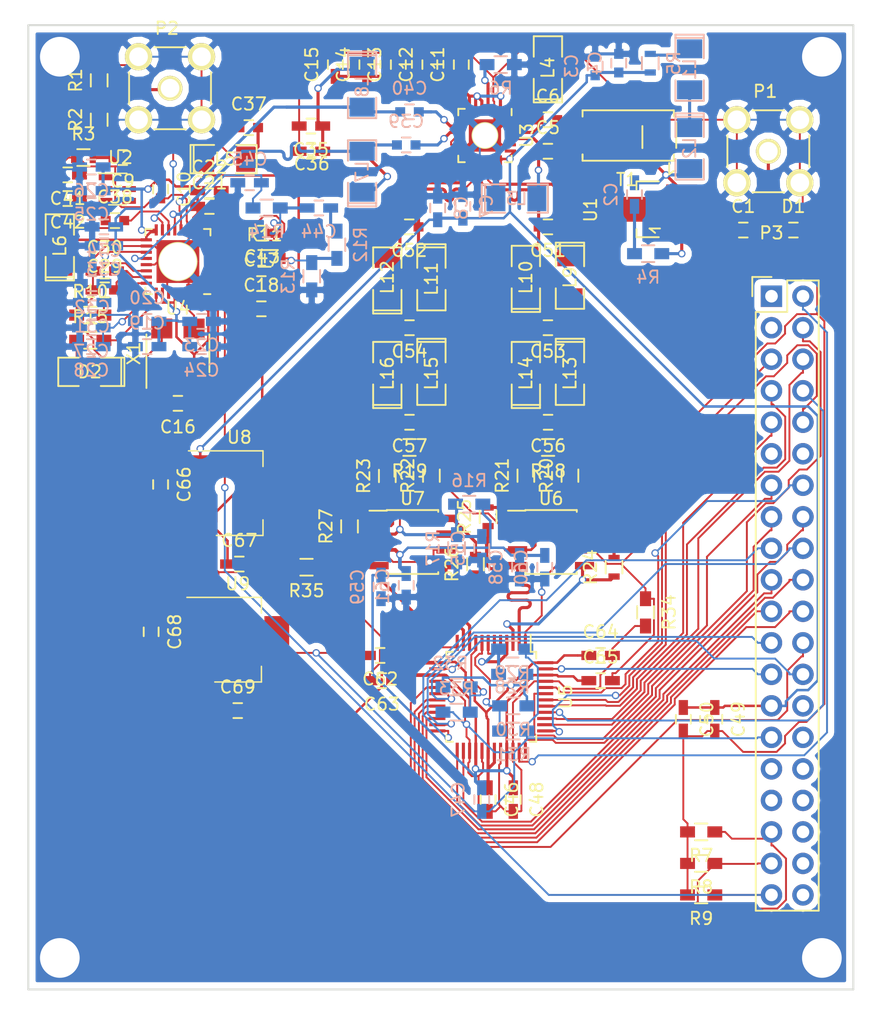
<source format=kicad_pcb>
(kicad_pcb (version 4) (host pcbnew 4.0.1-stable)
  (layers (0 F.Cu signal) (31 B.Cu signal) (34 B.Paste user) (35 F.Paste user) (36 B.SilkS user) (37 F.SilkS user) (38 B.Mask user) (39 F.Mask user) (44 Edge.Cuts user))
  (net 0 "")
  (net 1 "Net-(C1-Pad1)")
  (net 2 "Net-(C1-Pad2)")
  (net 3 "Net-(C2-Pad1)")
  (net 4 "Net-(C2-Pad2)")
  (net 5 GNDA)
  (net 6 5V)
  (net 7 "Net-(C5-Pad1)")
  (net 8 "Net-(C5-Pad2)")
  (net 9 "Net-(C6-Pad1)")
  (net 10 "Net-(C6-Pad2)")
  (net 11 "Net-(C9-Pad1)")
  (net 12 "Net-(C9-Pad2)")
  (net 13 A3V)
  (net 14 "Net-(C11-Pad1)")
  (net 15 "Net-(C27-Pad2)")
  (net 16 "Net-(C29-Pad2)")
  (net 17 "Net-(C31-Pad2)")
  (net 18 LO_BN)
  (net 19 "Net-(C37-Pad2)")
  (net 20 LO_BP)
  (net 21 "Net-(C38-Pad2)")
  (net 22 LO_AN)
  (net 23 "Net-(C39-Pad2)")
  (net 24 LO_AP)
  (net 25 "Net-(C40-Pad2)")
  (net 26 "Net-(C43-Pad1)")
  (net 27 "Net-(C44-Pad2)")
  (net 28 "Net-(C45-Pad1)")
  (net 29 3V)
  (net 30 GNDD)
  (net 31 QH)
  (net 32 QL)
  (net 33 IH)
  (net 34 IL)
  (net 35 "Net-(C53-Pad1)")
  (net 36 "Net-(C53-Pad2)")
  (net 37 "Net-(C54-Pad1)")
  (net 38 "Net-(C54-Pad2)")
  (net 39 "Net-(C55-Pad1)")
  (net 40 "Net-(C56-Pad1)")
  (net 41 "Net-(C56-Pad2)")
  (net 42 "Net-(C57-Pad1)")
  (net 43 "Net-(C57-Pad2)")
  (net 44 "Net-(D2-Pad2)")
  (net 45 "Net-(L1-Pad1)")
  (net 46 "Net-(L1-Pad2)")
  (net 47 "Net-(P2-Pad1)")
  (net 48 "Net-(P3-Pad1)")
  (net 49 DI0)
  (net 50 "Net-(P3-Pad3)")
  (net 51 DI1)
  (net 52 DI2)
  (net 53 DI3)
  (net 54 DI4)
  (net 55 DI5)
  (net 56 DI6)
  (net 57 DI7)
  (net 58 "Net-(P3-Pad11)")
  (net 59 "Net-(P3-Pad12)")
  (net 60 DI8)
  (net 61 DI9)
  (net 62 DQ0)
  (net 63 DQ1)
  (net 64 DQ2)
  (net 65 DQ3)
  (net 66 DQ4)
  (net 67 DQ5)
  (net 68 DQ6)
  (net 69 DQ7)
  (net 70 DQ8)
  (net 71 DQ9)
  (net 72 ENCA)
  (net 73 ENCB)
  (net 74 "Net-(P3-Pad28)")
  (net 75 "Net-(P3-Pad30)")
  (net 76 "Net-(P3-Pad31)")
  (net 77 "Net-(P3-Pad32)")
  (net 78 "Net-(P3-Pad33)")
  (net 79 "Net-(P3-Pad34)")
  (net 80 PLL_CK)
  (net 81 "Net-(P3-Pad36)")
  (net 82 PLL_DA)
  (net 83 "Net-(P3-Pad38)")
  (net 84 PLL_LE)
  (net 85 "Net-(P3-Pad40)")
  (net 86 "Net-(R6-Pad1)")
  (net 87 "Net-(R10-Pad2)")
  (net 88 "Net-(R11-Pad1)")
  (net 89 "Net-(R11-Pad2)")
  (net 90 "Net-(R15-Pad2)")
  (net 91 "Net-(R20-Pad1)")
  (net 92 "Net-(R21-Pad1)")
  (net 93 "Net-(R22-Pad1)")
  (net 94 "Net-(R23-Pad1)")
  (net 95 "Net-(R24-Pad1)")
  (net 96 "Net-(R25-Pad1)")
  (net 97 "Net-(R26-Pad1)")
  (net 98 "Net-(R27-Pad1)")
  (net 99 "Net-(R28-Pad1)")
  (net 100 "Net-(R30-Pad1)")
  (net 101 "Net-(R32-Pad1)")
  (net 102 "Net-(T1-Pad4)")
  (net 103 "Net-(U2-Pad4)")
  (net 104 "Net-(U2-Pad1)")
  (net 105 "Net-(U4-Pad29)")
  (net 106 "Net-(U5-Pad5)")
  (net 107 "Net-(U6-Pad7)")
  (net 108 "Net-(U7-Pad7)")
  (net 109 "Net-(X1-Pad1)")
  (module SMD_Packages:SMD-1206_Pol (layer F.Cu) (at 112.776 91.567 90)
    (fp_text reference L12 (at 0.127 0 90) (layer F.SilkS))
    (fp_text value 820n)
    (pad 1 smd rect (at -1.651 0 90) (size 1.524 2.032) (layers F.Cu F.Paste F.Mask) (net 38 "Net-(C54-Pad2)"))
    (pad 2 smd rect (at 1.651 0 90) (size 1.524 2.032) (layers F.Cu F.Paste F.Mask) (net 34 IL))
  )
  (module Capacitors_SMD:C_0603 (layer F.Cu) (at 141.49 87.63)
    (fp_text reference C1 (at 0 -1.9) (layer F.SilkS))
    (fp_text value 1000p)
    (pad 1 smd rect (at -0.75 0) (size 0.8 0.75) (layers F.Cu F.Paste F.Mask) (net 1 "Net-(C1-Pad1)"))
    (pad 2 smd rect (at 0.75 0) (size 0.8 0.75) (layers F.Cu F.Paste F.Mask) (net 2 "Net-(C1-Pad2)"))
  )
  (module Capacitors_SMD:C_0603_HandSoldering (layer B.Cu) (at 132.715 84.77 270)
    (fp_text reference C2 (at 0 1.9 270) (layer B.SilkS) (effects (justify mirror)))
    (fp_text value C)
    (pad 1 smd rect (at -0.95 0 270) (size 1.2 0.75) (layers B.Cu B.Paste B.Mask) (net 3 "Net-(C2-Pad1)"))
    (pad 2 smd rect (at 0.95 0 270) (size 1.2 0.75) (layers B.Cu B.Paste B.Mask) (net 4 "Net-(C2-Pad2)"))
  )
  (module Capacitors_SMD:C_0603 (layer B.Cu) (at 129.54 74.41 270)
    (fp_text reference C3 (at 0 1.9 270) (layer B.SilkS) (effects (justify mirror)))
    (fp_text value 0.1u)
    (pad 1 smd rect (at -0.75 0 270) (size 0.8 0.75) (layers B.Cu B.Paste B.Mask) (net 5 GNDA))
    (pad 2 smd rect (at 0.75 0 270) (size 0.8 0.75) (layers B.Cu B.Paste B.Mask) (net 6 5V))
  )
  (module Capacitors_SMD:C_0603 (layer B.Cu) (at 131.445 74.18 270)
    (fp_text reference C4 (at 0 1.9 270) (layer B.SilkS) (effects (justify mirror)))
    (fp_text value 1000p)
    (pad 1 smd rect (at -0.75 0 270) (size 0.8 0.75) (layers B.Cu B.Paste B.Mask) (net 5 GNDA))
    (pad 2 smd rect (at 0.75 0 270) (size 0.8 0.75) (layers B.Cu B.Paste B.Mask) (net 6 5V))
  )
  (module Capacitors_SMD:C_0603 (layer F.Cu) (at 125.73 81.28)
    (fp_text reference C5 (at 0 -1.9) (layer F.SilkS))
    (fp_text value 1000p)
    (pad 1 smd rect (at -0.75 0) (size 0.8 0.75) (layers F.Cu F.Paste F.Mask) (net 7 "Net-(C5-Pad1)"))
    (pad 2 smd rect (at 0.75 0) (size 0.8 0.75) (layers F.Cu F.Paste F.Mask) (net 8 "Net-(C5-Pad2)"))
  )
  (module Capacitors_SMD:C_0603 (layer F.Cu) (at 125.73 78.74)
    (fp_text reference C6 (at 0 -1.9) (layer F.SilkS))
    (fp_text value 1000p)
    (pad 1 smd rect (at -0.75 0) (size 0.8 0.75) (layers F.Cu F.Paste F.Mask) (net 9 "Net-(C6-Pad1)"))
    (pad 2 smd rect (at 0.75 0) (size 0.8 0.75) (layers F.Cu F.Paste F.Mask) (net 10 "Net-(C6-Pad2)"))
  )
  (module Capacitors_SMD:C_0603_HandSoldering (layer B.Cu) (at 118.872 85.725 90)
    (fp_text reference C7 (at 0 1.9 90) (layer B.SilkS) (effects (justify mirror)))
    (fp_text value 100p)
    (pad 1 smd rect (at -0.95 0 90) (size 1.2 0.75) (layers B.Cu B.Paste B.Mask) (net 6 5V))
    (pad 2 smd rect (at 0.95 0 90) (size 1.2 0.75) (layers B.Cu B.Paste B.Mask) (net 5 GNDA))
  )
  (module Capacitors_SMD:C_0603_HandSoldering (layer B.Cu) (at 116.84 85.852 90)
    (fp_text reference C8 (at 0 1.9 90) (layer B.SilkS) (effects (justify mirror)))
    (fp_text value 0.1u)
    (pad 1 smd rect (at -0.95 0 90) (size 1.2 0.75) (layers B.Cu B.Paste B.Mask) (net 6 5V))
    (pad 2 smd rect (at 0.95 0 90) (size 1.2 0.75) (layers B.Cu B.Paste B.Mask) (net 5 GNDA))
  )
  (module Capacitors_SMD:C_0603 (layer F.Cu) (at 91.44 81.788 180)
    (fp_text reference C9 (at 0 -1.9 180) (layer F.SilkS))
    (fp_text value 1000p)
    (pad 1 smd rect (at -0.75 0 180) (size 0.8 0.75) (layers F.Cu F.Paste F.Mask) (net 11 "Net-(C9-Pad1)"))
    (pad 2 smd rect (at 0.75 0 180) (size 0.8 0.75) (layers F.Cu F.Paste F.Mask) (net 12 "Net-(C9-Pad2)"))
  )
  (module Capacitors_SMD:C_0603 (layer F.Cu) (at 94.488 84.328 270)
    (fp_text reference C10 (at 0 -1.9 270) (layer F.SilkS))
    (fp_text value 0.1u)
    (pad 1 smd rect (at -0.75 0 270) (size 0.8 0.75) (layers F.Cu F.Paste F.Mask) (net 13 A3V))
    (pad 2 smd rect (at 0.75 0 270) (size 0.8 0.75) (layers F.Cu F.Paste F.Mask) (net 5 GNDA))
  )
  (module Capacitors_SMD:C_0603_HandSoldering (layer F.Cu) (at 118.745 74.295 90)
    (fp_text reference C11 (at 0 -1.9 90) (layer F.SilkS))
    (fp_text value 100p)
    (pad 1 smd rect (at -0.95 0 90) (size 1.2 0.75) (layers F.Cu F.Paste F.Mask) (net 14 "Net-(C11-Pad1)"))
    (pad 2 smd rect (at 0.95 0 90) (size 1.2 0.75) (layers F.Cu F.Paste F.Mask) (net 5 GNDA))
  )
  (module Capacitors_SMD:C_0603_HandSoldering (layer F.Cu) (at 116.205 74.295 90)
    (fp_text reference C12 (at 0 -1.9 90) (layer F.SilkS))
    (fp_text value 0.1u)
    (pad 1 smd rect (at -0.95 0 90) (size 1.2 0.75) (layers F.Cu F.Paste F.Mask) (net 14 "Net-(C11-Pad1)"))
    (pad 2 smd rect (at 0.95 0 90) (size 1.2 0.75) (layers F.Cu F.Paste F.Mask) (net 5 GNDA))
  )
  (module Capacitors_SMD:C_0603_HandSoldering (layer F.Cu) (at 113.665 74.295 90)
    (fp_text reference C13 (at 0 -1.9 90) (layer F.SilkS))
    (fp_text value 100p)
    (pad 1 smd rect (at -0.95 0 90) (size 1.2 0.75) (layers F.Cu F.Paste F.Mask) (net 14 "Net-(C11-Pad1)"))
    (pad 2 smd rect (at 0.95 0 90) (size 1.2 0.75) (layers F.Cu F.Paste F.Mask) (net 5 GNDA))
  )
  (module Capacitors_SMD:C_0603_HandSoldering (layer F.Cu) (at 111.125 74.295 90)
    (fp_text reference C14 (at 0 -1.9 90) (layer F.SilkS))
    (fp_text value 0.1u)
    (pad 1 smd rect (at -0.95 0 90) (size 1.2 0.75) (layers F.Cu F.Paste F.Mask) (net 14 "Net-(C11-Pad1)"))
    (pad 2 smd rect (at 0.95 0 90) (size 1.2 0.75) (layers F.Cu F.Paste F.Mask) (net 5 GNDA))
  )
  (module Capacitors_SMD:C_0603_HandSoldering (layer F.Cu) (at 108.585 74.295 90)
    (fp_text reference C15 (at 0 -1.9 90) (layer F.SilkS))
    (fp_text value 10u)
    (pad 1 smd rect (at -0.95 0 90) (size 1.2 0.75) (layers F.Cu F.Paste F.Mask) (net 14 "Net-(C11-Pad1)"))
    (pad 2 smd rect (at 0.95 0 90) (size 1.2 0.75) (layers F.Cu F.Paste F.Mask) (net 5 GNDA))
  )
  (module Capacitors_SMD:C_0603_HandSoldering (layer F.Cu) (at 95.885 101.6 180)
    (fp_text reference C16 (at 0 -1.9 180) (layer F.SilkS))
    (fp_text value C)
    (pad 1 smd rect (at -0.95 0 180) (size 1.2 0.75) (layers F.Cu F.Paste F.Mask) (net 13 A3V))
    (pad 2 smd rect (at 0.95 0 180) (size 1.2 0.75) (layers F.Cu F.Paste F.Mask) (net 5 GNDA))
  )
  (module Capacitors_SMD:C_0603_HandSoldering (layer F.Cu) (at 102.616 91.948)
    (fp_text reference C17 (at 0 -1.9) (layer F.SilkS))
    (fp_text value 100p)
    (pad 1 smd rect (at -0.95 0) (size 1.2 0.75) (layers F.Cu F.Paste F.Mask) (net 13 A3V))
    (pad 2 smd rect (at 0.95 0) (size 1.2 0.75) (layers F.Cu F.Paste F.Mask) (net 5 GNDA))
  )
  (module Capacitors_SMD:C_0603_HandSoldering (layer F.Cu) (at 102.616 93.98)
    (fp_text reference C18 (at 0 -1.9) (layer F.SilkS))
    (fp_text value 0.1u)
    (pad 1 smd rect (at -0.95 0) (size 1.2 0.75) (layers F.Cu F.Paste F.Mask) (net 13 A3V))
    (pad 2 smd rect (at 0.95 0) (size 1.2 0.75) (layers F.Cu F.Paste F.Mask) (net 5 GNDA))
  )
  (module Capacitors_SMD:C_0603_HandSoldering (layer B.Cu) (at 93.406 97.028 180)
    (fp_text reference C19 (at 0 1.9 180) (layer B.SilkS) (effects (justify mirror)))
    (fp_text value 100p)
    (pad 1 smd rect (at -0.95 0 180) (size 1.2 0.75) (layers B.Cu B.Paste B.Mask) (net 13 A3V))
    (pad 2 smd rect (at 0.95 0 180) (size 1.2 0.75) (layers B.Cu B.Paste B.Mask) (net 5 GNDA))
  )
  (module Capacitors_SMD:C_0603_HandSoldering (layer B.Cu) (at 93.406 94.996 180)
    (fp_text reference C20 (at 0 1.9 180) (layer B.SilkS) (effects (justify mirror)))
    (fp_text value 0.1u)
    (pad 1 smd rect (at -0.95 0 180) (size 1.2 0.75) (layers B.Cu B.Paste B.Mask) (net 13 A3V))
    (pad 2 smd rect (at 0.95 0 180) (size 1.2 0.75) (layers B.Cu B.Paste B.Mask) (net 5 GNDA))
  )
  (module Capacitors_SMD:C_0603_HandSoldering (layer F.Cu) (at 98.425 85.725)
    (fp_text reference C21 (at 0 -1.9) (layer F.SilkS))
    (fp_text value 100p)
    (pad 1 smd rect (at -0.95 0) (size 1.2 0.75) (layers F.Cu F.Paste F.Mask) (net 13 A3V))
    (pad 2 smd rect (at 0.95 0) (size 1.2 0.75) (layers F.Cu F.Paste F.Mask) (net 5 GNDA))
  )
  (module Capacitors_SMD:C_0603_HandSoldering (layer F.Cu) (at 98.425 84.455)
    (fp_text reference C22 (at 0 -1.9) (layer F.SilkS))
    (fp_text value 0.1u)
    (pad 1 smd rect (at -0.95 0) (size 1.2 0.75) (layers F.Cu F.Paste F.Mask) (net 13 A3V))
    (pad 2 smd rect (at 0.95 0) (size 1.2 0.75) (layers F.Cu F.Paste F.Mask) (net 5 GNDA))
  )
  (module Capacitors_SMD:C_0603_HandSoldering (layer B.Cu) (at 97.79 94.996)
    (fp_text reference C23 (at 0 1.9) (layer B.SilkS) (effects (justify mirror)))
    (fp_text value 100p)
    (pad 1 smd rect (at -0.95 0) (size 1.2 0.75) (layers B.Cu B.Paste B.Mask) (net 13 A3V))
    (pad 2 smd rect (at 0.95 0) (size 1.2 0.75) (layers B.Cu B.Paste B.Mask) (net 5 GNDA))
  )
  (module Capacitors_SMD:C_0603_HandSoldering (layer B.Cu) (at 97.79 97.028)
    (fp_text reference C24 (at 0 1.9) (layer B.SilkS) (effects (justify mirror)))
    (fp_text value 0.1u)
    (pad 1 smd rect (at -0.95 0) (size 1.2 0.75) (layers B.Cu B.Paste B.Mask) (net 13 A3V))
    (pad 2 smd rect (at 0.95 0) (size 1.2 0.75) (layers B.Cu B.Paste B.Mask) (net 5 GNDA))
  )
  (module Capacitors_SMD:C_0603_HandSoldering (layer B.Cu) (at 88.9 84.455)
    (fp_text reference C25 (at 0 1.9) (layer B.SilkS) (effects (justify mirror)))
    (fp_text value 100p)
    (pad 1 smd rect (at -0.95 0) (size 1.2 0.75) (layers B.Cu B.Paste B.Mask) (net 5 GNDA))
    (pad 2 smd rect (at 0.95 0) (size 1.2 0.75) (layers B.Cu B.Paste B.Mask) (net 13 A3V))
  )
  (module Capacitors_SMD:C_0603_HandSoldering (layer B.Cu) (at 88.9 82.55)
    (fp_text reference C26 (at 0 1.9) (layer B.SilkS) (effects (justify mirror)))
    (fp_text value 0.1u)
    (pad 1 smd rect (at -0.95 0) (size 1.2 0.75) (layers B.Cu B.Paste B.Mask) (net 5 GNDA))
    (pad 2 smd rect (at 0.95 0) (size 1.2 0.75) (layers B.Cu B.Paste B.Mask) (net 13 A3V))
  )
  (module Capacitors_SMD:C_0603_HandSoldering (layer B.Cu) (at 88.9 95.504)
    (fp_text reference C27 (at 0 1.9) (layer B.SilkS) (effects (justify mirror)))
    (fp_text value 100p)
    (pad 1 smd rect (at -0.95 0) (size 1.2 0.75) (layers B.Cu B.Paste B.Mask) (net 5 GNDA))
    (pad 2 smd rect (at 0.95 0) (size 1.2 0.75) (layers B.Cu B.Paste B.Mask) (net 15 "Net-(C27-Pad2)"))
  )
  (module Capacitors_SMD:C_0603_HandSoldering (layer B.Cu) (at 88.9 97.028)
    (fp_text reference C28 (at 0 1.9) (layer B.SilkS) (effects (justify mirror)))
    (fp_text value 0.1u)
    (pad 1 smd rect (at -0.95 0) (size 1.2 0.75) (layers B.Cu B.Paste B.Mask) (net 5 GNDA))
    (pad 2 smd rect (at 0.95 0) (size 1.2 0.75) (layers B.Cu B.Paste B.Mask) (net 15 "Net-(C27-Pad2)"))
  )
  (module Capacitors_SMD:C_0603_HandSoldering (layer F.Cu) (at 89.982 92.456)
    (fp_text reference C29 (at 0 -1.9) (layer F.SilkS))
    (fp_text value 100p)
    (pad 1 smd rect (at -0.95 0) (size 1.2 0.75) (layers F.Cu F.Paste F.Mask) (net 5 GNDA))
    (pad 2 smd rect (at 0.95 0) (size 1.2 0.75) (layers F.Cu F.Paste F.Mask) (net 16 "Net-(C29-Pad2)"))
  )
  (module Capacitors_SMD:C_0603_HandSoldering (layer F.Cu) (at 89.982 90.932)
    (fp_text reference C30 (at 0 -1.9) (layer F.SilkS))
    (fp_text value 0.1u)
    (pad 1 smd rect (at -0.95 0) (size 1.2 0.75) (layers F.Cu F.Paste F.Mask) (net 5 GNDA))
    (pad 2 smd rect (at 0.95 0) (size 1.2 0.75) (layers F.Cu F.Paste F.Mask) (net 16 "Net-(C29-Pad2)"))
  )
  (module Capacitors_SMD:C_0603_HandSoldering (layer B.Cu) (at 88.966 93.472)
    (fp_text reference C31 (at 0 1.9) (layer B.SilkS) (effects (justify mirror)))
    (fp_text value 100p)
    (pad 1 smd rect (at -0.95 0) (size 1.2 0.75) (layers B.Cu B.Paste B.Mask) (net 5 GNDA))
    (pad 2 smd rect (at 0.95 0) (size 1.2 0.75) (layers B.Cu B.Paste B.Mask) (net 17 "Net-(C31-Pad2)"))
  )
  (module Capacitors_SMD:C_0603_HandSoldering (layer B.Cu) (at 88.966 91.948)
    (fp_text reference C32 (at 0 1.9) (layer B.SilkS) (effects (justify mirror)))
    (fp_text value 0.1u)
    (pad 1 smd rect (at -0.95 0) (size 1.2 0.75) (layers B.Cu B.Paste B.Mask) (net 5 GNDA))
    (pad 2 smd rect (at 0.95 0) (size 1.2 0.75) (layers B.Cu B.Paste B.Mask) (net 17 "Net-(C31-Pad2)"))
  )
  (module Capacitors_SMD:C_0603_HandSoldering (layer B.Cu) (at 89.916 88.9)
    (fp_text reference C33 (at 0 1.9) (layer B.SilkS) (effects (justify mirror)))
    (fp_text value 100p)
    (pad 1 smd rect (at -0.95 0) (size 1.2 0.75) (layers B.Cu B.Paste B.Mask) (net 5 GNDA))
    (pad 2 smd rect (at 0.95 0) (size 1.2 0.75) (layers B.Cu B.Paste B.Mask) (net 13 A3V))
  )
  (module Capacitors_SMD:C_0603_HandSoldering (layer B.Cu) (at 89.916 87.376)
    (fp_text reference C34 (at 0 1.9) (layer B.SilkS) (effects (justify mirror)))
    (fp_text value 0.1u)
    (pad 1 smd rect (at -0.95 0) (size 1.2 0.75) (layers B.Cu B.Paste B.Mask) (net 5 GNDA))
    (pad 2 smd rect (at 0.95 0) (size 1.2 0.75) (layers B.Cu B.Paste B.Mask) (net 13 A3V))
  )
  (module Capacitors_SMD:C_0603_HandSoldering (layer F.Cu) (at 106.614 79.248 180)
    (fp_text reference C35 (at 0 -1.9 180) (layer F.SilkS))
    (fp_text value 100p)
    (pad 1 smd rect (at -0.95 0 180) (size 1.2 0.75) (layers F.Cu F.Paste F.Mask) (net 13 A3V))
    (pad 2 smd rect (at 0.95 0 180) (size 1.2 0.75) (layers F.Cu F.Paste F.Mask) (net 5 GNDA))
  )
  (module Capacitors_SMD:C_0603_HandSoldering (layer F.Cu) (at 106.614 81.28 180)
    (fp_text reference C36 (at -0.066 -1.016 180) (layer F.SilkS))
    (fp_text value 0.1u)
    (pad 1 smd rect (at -0.95 0 180) (size 1.2 0.75) (layers F.Cu F.Paste F.Mask) (net 13 A3V))
    (pad 2 smd rect (at 0.95 0 180) (size 1.2 0.75) (layers F.Cu F.Paste F.Mask) (net 5 GNDA))
  )
  (module Capacitors_SMD:C_0603 (layer F.Cu) (at 101.6 79.375)
    (fp_text reference C37 (at 0 -1.9) (layer F.SilkS))
    (fp_text value 1000p)
    (pad 1 smd rect (at -0.75 0) (size 0.8 0.75) (layers F.Cu F.Paste F.Mask) (net 18 LO_BN))
    (pad 2 smd rect (at 0.75 0) (size 0.8 0.75) (layers F.Cu F.Paste F.Mask) (net 19 "Net-(C37-Pad2)"))
  )
  (module Capacitors_SMD:C_0603 (layer F.Cu) (at 90.805 86.868)
    (fp_text reference C38 (at 0 -1.9) (layer F.SilkS))
    (fp_text value 1000p)
    (pad 1 smd rect (at -0.75 0) (size 0.8 0.75) (layers F.Cu F.Paste F.Mask) (net 20 LO_BP))
    (pad 2 smd rect (at 0.75 0) (size 0.8 0.75) (layers F.Cu F.Paste F.Mask) (net 21 "Net-(C38-Pad2)"))
  )
  (module Capacitors_SMD:C_0603 (layer B.Cu) (at 114.3 80.772 180)
    (fp_text reference C39 (at 0 1.9 180) (layer B.SilkS) (effects (justify mirror)))
    (fp_text value 1000p)
    (pad 1 smd rect (at -0.75 0 180) (size 0.8 0.75) (layers B.Cu B.Paste B.Mask) (net 22 LO_AN))
    (pad 2 smd rect (at 0.75 0 180) (size 0.8 0.75) (layers B.Cu B.Paste B.Mask) (net 23 "Net-(C39-Pad2)"))
  )
  (module Capacitors_SMD:C_0603 (layer B.Cu) (at 114.566 78.105 180)
    (fp_text reference C40 (at 0 1.9 180) (layer B.SilkS) (effects (justify mirror)))
    (fp_text value 1000p)
    (pad 1 smd rect (at -0.75 0 180) (size 0.8 0.75) (layers B.Cu B.Paste B.Mask) (net 24 LO_AP))
    (pad 2 smd rect (at 0.75 0 180) (size 0.8 0.75) (layers B.Cu B.Paste B.Mask) (net 25 "Net-(C40-Pad2)"))
  )
  (module Capacitors_SMD:C_0603_HandSoldering (layer F.Cu) (at 86.995 83.185 180)
    (fp_text reference C41 (at 0 -1.9 180) (layer F.SilkS))
    (fp_text value 100p)
    (pad 1 smd rect (at -0.95 0 180) (size 1.2 0.75) (layers F.Cu F.Paste F.Mask) (net 13 A3V))
    (pad 2 smd rect (at 0.95 0 180) (size 1.2 0.75) (layers F.Cu F.Paste F.Mask) (net 5 GNDA))
  )
  (module Capacitors_SMD:C_0603_HandSoldering (layer F.Cu) (at 86.995 85.09 180)
    (fp_text reference C42 (at 0 -1.9 180) (layer F.SilkS))
    (fp_text value 0.1u)
    (pad 1 smd rect (at -0.95 0 180) (size 1.2 0.75) (layers F.Cu F.Paste F.Mask) (net 13 A3V))
    (pad 2 smd rect (at 0.95 0 180) (size 1.2 0.75) (layers F.Cu F.Paste F.Mask) (net 5 GNDA))
  )
  (module Capacitors_SMD:C_0603_HandSoldering (layer F.Cu) (at 102.682 87.884 180)
    (fp_text reference C43 (at 0 -1.9 180) (layer F.SilkS))
    (fp_text value 2700p)
    (pad 1 smd rect (at -0.95 0 180) (size 1.2 0.75) (layers F.Cu F.Paste F.Mask) (net 26 "Net-(C43-Pad1)"))
    (pad 2 smd rect (at 0.95 0 180) (size 1.2 0.75) (layers F.Cu F.Paste F.Mask) (net 5 GNDA))
  )
  (module Capacitors_SMD:C_0603_HandSoldering (layer B.Cu) (at 107.254 85.852)
    (fp_text reference C44 (at 0 1.9) (layer B.SilkS) (effects (justify mirror)))
    (fp_text value 0.047u)
    (pad 1 smd rect (at -0.95 0) (size 1.2 0.75) (layers B.Cu B.Paste B.Mask) (net 26 "Net-(C43-Pad1)"))
    (pad 2 smd rect (at 0.95 0) (size 1.2 0.75) (layers B.Cu B.Paste B.Mask) (net 27 "Net-(C44-Pad2)"))
  )
  (module Capacitors_SMD:C_0603_HandSoldering (layer B.Cu) (at 101.666 83.82 180)
    (fp_text reference C45 (at 0 1.9 180) (layer B.SilkS) (effects (justify mirror)))
    (fp_text value 680p)
    (pad 1 smd rect (at -0.95 0 180) (size 1.2 0.75) (layers B.Cu B.Paste B.Mask) (net 28 "Net-(C45-Pad1)"))
    (pad 2 smd rect (at 0.95 0 180) (size 1.2 0.75) (layers B.Cu B.Paste B.Mask) (net 5 GNDA))
  )
  (module Capacitors_SMD:C_0603_HandSoldering (layer F.Cu) (at 120.904 133.538 270)
    (fp_text reference C46 (at 0 -1.9 270) (layer F.SilkS))
    (fp_text value 0.1u)
    (pad 1 smd rect (at -0.95 0 270) (size 1.2 0.75) (layers F.Cu F.Paste F.Mask) (net 29 3V))
    (pad 2 smd rect (at 0.95 0 270) (size 1.2 0.75) (layers F.Cu F.Paste F.Mask) (net 30 GNDD))
  )
  (module Capacitors_SMD:C_0603_HandSoldering (layer B.Cu) (at 120.396 133.538 270)
    (fp_text reference C47 (at 0 1.9 270) (layer B.SilkS) (effects (justify mirror)))
    (fp_text value 0.1u)
    (pad 1 smd rect (at -0.95 0 270) (size 1.2 0.75) (layers B.Cu B.Paste B.Mask) (net 13 A3V))
    (pad 2 smd rect (at 0.95 0 270) (size 1.2 0.75) (layers B.Cu B.Paste B.Mask) (net 30 GNDD))
  )
  (module Capacitors_SMD:C_0603_HandSoldering (layer F.Cu) (at 122.936 133.538 270)
    (fp_text reference C48 (at 0 -1.9 270) (layer F.SilkS))
    (fp_text value 0.1u)
    (pad 1 smd rect (at -0.95 0 270) (size 1.2 0.75) (layers F.Cu F.Paste F.Mask) (net 13 A3V))
    (pad 2 smd rect (at 0.95 0 270) (size 1.2 0.75) (layers F.Cu F.Paste F.Mask) (net 30 GNDD))
  )
  (module Capacitors_SMD:C_0603_HandSoldering (layer F.Cu) (at 139.192 127.066 270)
    (fp_text reference C49 (at 0 -1.9 270) (layer F.SilkS))
    (fp_text value 10u)
    (pad 1 smd rect (at -0.95 0 270) (size 1.2 0.75) (layers F.Cu F.Paste F.Mask) (net 6 5V))
    (pad 2 smd rect (at 0.95 0 270) (size 1.2 0.75) (layers F.Cu F.Paste F.Mask) (net 5 GNDA))
  )
  (module Capacitors_SMD:C_0603_HandSoldering (layer F.Cu) (at 136.652 127.066 270)
    (fp_text reference C50 (at 0 -1.9 270) (layer F.SilkS))
    (fp_text value 10u)
    (pad 1 smd rect (at -0.95 0 270) (size 1.2 0.75) (layers F.Cu F.Paste F.Mask) (net 6 5V))
    (pad 2 smd rect (at 0.95 0 270) (size 1.2 0.75) (layers F.Cu F.Paste F.Mask) (net 5 GNDA))
  )
  (module Capacitors_SMD:C_0603 (layer F.Cu) (at 125.73 87.376 180)
    (fp_text reference C51 (at 0 -1.9 180) (layer F.SilkS))
    (fp_text value 220p)
    (pad 1 smd rect (at -0.75 0 180) (size 0.8 0.75) (layers F.Cu F.Paste F.Mask) (net 31 QH))
    (pad 2 smd rect (at 0.75 0 180) (size 0.8 0.75) (layers F.Cu F.Paste F.Mask) (net 32 QL))
  )
  (module Capacitors_SMD:C_0603 (layer F.Cu) (at 114.542 87.376 180)
    (fp_text reference C52 (at 0 -1.9 180) (layer F.SilkS))
    (fp_text value 220p)
    (pad 1 smd rect (at -0.75 0 180) (size 0.8 0.75) (layers F.Cu F.Paste F.Mask) (net 33 IH))
    (pad 2 smd rect (at 0.75 0 180) (size 0.8 0.75) (layers F.Cu F.Paste F.Mask) (net 34 IL))
  )
  (module Capacitors_SMD:C_0603 (layer F.Cu) (at 125.73 95.504 180)
    (fp_text reference C53 (at 0 -1.9 180) (layer F.SilkS))
    (fp_text value 470p)
    (pad 1 smd rect (at -0.75 0 180) (size 0.8 0.75) (layers F.Cu F.Paste F.Mask) (net 35 "Net-(C53-Pad1)"))
    (pad 2 smd rect (at 0.75 0 180) (size 0.8 0.75) (layers F.Cu F.Paste F.Mask) (net 36 "Net-(C53-Pad2)"))
  )
  (module Capacitors_SMD:C_0603 (layer F.Cu) (at 114.566 95.504 180)
    (fp_text reference C54 (at 0 -1.9 180) (layer F.SilkS))
    (fp_text value 470p)
    (pad 1 smd rect (at -0.75 0 180) (size 0.8 0.75) (layers F.Cu F.Paste F.Mask) (net 37 "Net-(C54-Pad1)"))
    (pad 2 smd rect (at 0.75 0 180) (size 0.8 0.75) (layers F.Cu F.Paste F.Mask) (net 38 "Net-(C54-Pad2)"))
  )
  (module Capacitors_SMD:C_0603_HandSoldering (layer B.Cu) (at 120.396 113.284 270)
    (fp_text reference C55 (at 0 1.9 270) (layer B.SilkS) (effects (justify mirror)))
    (fp_text value C)
    (pad 1 smd rect (at -0.95 0 270) (size 1.2 0.75) (layers B.Cu B.Paste B.Mask) (net 39 "Net-(C55-Pad1)"))
    (pad 2 smd rect (at 0.95 0 270) (size 1.2 0.75) (layers B.Cu B.Paste B.Mask) (net 5 GNDA))
  )
  (module Capacitors_SMD:C_0603 (layer F.Cu) (at 125.742 103.124 180)
    (fp_text reference C56 (at 0 -1.9 180) (layer F.SilkS))
    (fp_text value 220p)
    (pad 1 smd rect (at -0.75 0 180) (size 0.8 0.75) (layers F.Cu F.Paste F.Mask) (net 40 "Net-(C56-Pad1)"))
    (pad 2 smd rect (at 0.75 0 180) (size 0.8 0.75) (layers F.Cu F.Paste F.Mask) (net 41 "Net-(C56-Pad2)"))
  )
  (module Capacitors_SMD:C_0603 (layer F.Cu) (at 114.566 103.124 180)
    (fp_text reference C57 (at 0 -1.9 180) (layer F.SilkS))
    (fp_text value 220p)
    (pad 1 smd rect (at -0.75 0 180) (size 0.8 0.75) (layers F.Cu F.Paste F.Mask) (net 42 "Net-(C57-Pad1)"))
    (pad 2 smd rect (at 0.75 0 180) (size 0.8 0.75) (layers F.Cu F.Paste F.Mask) (net 43 "Net-(C57-Pad2)"))
  )
  (module Capacitors_SMD:C_0603_HandSoldering (layer B.Cu) (at 123.444 114.808 270)
    (fp_text reference C58 (at 0 1.9 270) (layer B.SilkS) (effects (justify mirror)))
    (fp_text value 10u)
    (pad 1 smd rect (at -0.95 0 270) (size 1.2 0.75) (layers B.Cu B.Paste B.Mask) (net 13 A3V))
    (pad 2 smd rect (at 0.95 0 270) (size 1.2 0.75) (layers B.Cu B.Paste B.Mask) (net 5 GNDA))
  )
  (module Capacitors_SMD:C_0603_HandSoldering (layer B.Cu) (at 112.268 116.398 270)
    (fp_text reference C59 (at 0 1.9 270) (layer B.SilkS) (effects (justify mirror)))
    (fp_text value 10u)
    (pad 1 smd rect (at -0.95 0 270) (size 1.2 0.75) (layers B.Cu B.Paste B.Mask) (net 13 A3V))
    (pad 2 smd rect (at 0.95 0 270) (size 1.2 0.75) (layers B.Cu B.Paste B.Mask) (net 5 GNDA))
  )
  (module Capacitors_SMD:C_0603_HandSoldering (layer B.Cu) (at 125.476 114.808 270)
    (fp_text reference C60 (at 0 1.9 270) (layer B.SilkS) (effects (justify mirror)))
    (fp_text value 0.1u)
    (pad 1 smd rect (at -0.95 0 270) (size 1.2 0.75) (layers B.Cu B.Paste B.Mask) (net 13 A3V))
    (pad 2 smd rect (at 0.95 0 270) (size 1.2 0.75) (layers B.Cu B.Paste B.Mask) (net 5 GNDA))
  )
  (module Capacitors_SMD:C_0603_HandSoldering (layer B.Cu) (at 114.3 116.266 270)
    (fp_text reference C61 (at 0.066 1.9 270) (layer B.SilkS) (effects (justify mirror)))
    (fp_text value 0.1u)
    (pad 1 smd rect (at -0.95 0 270) (size 1.2 0.75) (layers B.Cu B.Paste B.Mask) (net 13 A3V))
    (pad 2 smd rect (at 0.95 0 270) (size 1.2 0.75) (layers B.Cu B.Paste B.Mask) (net 5 GNDA))
  )
  (module Capacitors_SMD:C_0603_HandSoldering (layer F.Cu) (at 112.202 121.92 180)
    (fp_text reference C62 (at 0 -1.9 180) (layer F.SilkS))
    (fp_text value 0.1u)
    (pad 1 smd rect (at -0.95 0 180) (size 1.2 0.75) (layers F.Cu F.Paste F.Mask) (net 29 3V))
    (pad 2 smd rect (at 0.95 0 180) (size 1.2 0.75) (layers F.Cu F.Paste F.Mask) (net 30 GNDD))
  )
  (module Capacitors_SMD:C_0603_HandSoldering (layer F.Cu) (at 112.334 123.952 180)
    (fp_text reference C63 (at 0 -1.9 180) (layer F.SilkS))
    (fp_text value 0.1u)
    (pad 1 smd rect (at -0.95 0 180) (size 1.2 0.75) (layers F.Cu F.Paste F.Mask) (net 13 A3V))
    (pad 2 smd rect (at 0.95 0 180) (size 1.2 0.75) (layers F.Cu F.Paste F.Mask) (net 5 GNDA))
  )
  (module Capacitors_SMD:C_0603_HandSoldering (layer F.Cu) (at 129.982 121.92)
    (fp_text reference C64 (at 0 -1.9) (layer F.SilkS))
    (fp_text value 0.1u)
    (pad 1 smd rect (at -0.95 0) (size 1.2 0.75) (layers F.Cu F.Paste F.Mask) (net 29 3V))
    (pad 2 smd rect (at 0.95 0) (size 1.2 0.75) (layers F.Cu F.Paste F.Mask) (net 30 GNDD))
  )
  (module Capacitors_SMD:C_0603_HandSoldering (layer F.Cu) (at 129.982 123.952)
    (fp_text reference C65 (at 0 -1.9) (layer F.SilkS))
    (fp_text value 0.1u)
    (pad 1 smd rect (at -0.95 0) (size 1.2 0.75) (layers F.Cu F.Paste F.Mask) (net 13 A3V))
    (pad 2 smd rect (at 0.95 0) (size 1.2 0.75) (layers F.Cu F.Paste F.Mask) (net 5 GNDA))
  )
  (module Capacitors_SMD:C_0603_HandSoldering (layer F.Cu) (at 94.488 108.138 270)
    (fp_text reference C66 (at 0 -1.9 270) (layer F.SilkS))
    (fp_text value 1u)
    (pad 1 smd rect (at -0.95 0 270) (size 1.2 0.75) (layers F.Cu F.Paste F.Mask) (net 6 5V))
    (pad 2 smd rect (at 0.95 0 270) (size 1.2 0.75) (layers F.Cu F.Paste F.Mask) (net 30 GNDD))
  )
  (module Capacitors_SMD:C_0603_HandSoldering (layer F.Cu) (at 100.838 114.554)
    (fp_text reference C67 (at 0 -1.9) (layer F.SilkS))
    (fp_text value 10u)
    (pad 1 smd rect (at -0.95 0) (size 1.2 0.75) (layers F.Cu F.Paste F.Mask) (net 13 A3V))
    (pad 2 smd rect (at 0.95 0) (size 1.2 0.75) (layers F.Cu F.Paste F.Mask) (net 30 GNDD))
  )
  (module Capacitors_SMD:C_0603_HandSoldering (layer F.Cu) (at 93.726 120.015 270)
    (fp_text reference C68 (at 0 -1.9 270) (layer F.SilkS))
    (fp_text value 1u)
    (pad 1 smd rect (at -0.95 0 270) (size 1.2 0.75) (layers F.Cu F.Paste F.Mask) (net 6 5V))
    (pad 2 smd rect (at 0.95 0 270) (size 1.2 0.75) (layers F.Cu F.Paste F.Mask) (net 30 GNDD))
  )
  (module Capacitors_SMD:C_0603_HandSoldering (layer F.Cu) (at 100.711 126.365)
    (fp_text reference C69 (at 0 -1.9) (layer F.SilkS))
    (fp_text value 10u)
    (pad 1 smd rect (at -0.95 0) (size 1.2 0.75) (layers F.Cu F.Paste F.Mask) (net 29 3V))
    (pad 2 smd rect (at 0.95 0) (size 1.2 0.75) (layers F.Cu F.Paste F.Mask) (net 30 GNDD))
  )
  (module Capacitors_SMD:C_0603 (layer F.Cu) (at 145.53 87.63)
    (fp_text reference D1 (at 0 -1.9) (layer F.SilkS))
    (fp_text value TVS)
    (pad 1 smd rect (at -0.75 0) (size 0.8 0.75) (layers F.Cu F.Paste F.Mask) (net 2 "Net-(C1-Pad2)"))
    (pad 2 smd rect (at 0.75 0) (size 0.8 0.75) (layers F.Cu F.Paste F.Mask) (net 5 GNDA))
  )
  (module SMD_Packages:SMD-1206_Pol (layer F.Cu) (at 88.773 99.06 180)
    (fp_text reference D2 (at 0 0 180) (layer F.SilkS))
    (fp_text value Led_Small)
    (pad 1 smd rect (at -1.651 0 180) (size 1.524 2.032) (layers F.Cu F.Paste F.Mask) (net 5 GNDA))
    (pad 2 smd rect (at 1.651 0 180) (size 1.524 2.032) (layers F.Cu F.Paste F.Mask) (net 44 "Net-(D2-Pad2)"))
  )
  (module SMD_Packages:SMD-1206_Pol (layer B.Cu) (at 137.16 74.676 270)
    (fp_text reference L1 (at 0 0 270) (layer B.SilkS) (effects (justify mirror)))
    (fp_text value 1u)
    (pad 1 smd rect (at -1.651 0 270) (size 1.524 2.032) (layers B.Cu B.Paste B.Mask) (net 45 "Net-(L1-Pad1)"))
    (pad 2 smd rect (at 1.651 0 270) (size 1.524 2.032) (layers B.Cu B.Paste B.Mask) (net 46 "Net-(L1-Pad2)"))
  )
  (module SMD_Packages:SMD-1206_Pol (layer B.Cu) (at 137.16 81.026 270)
    (fp_text reference L2 (at 0 0 270) (layer B.SilkS) (effects (justify mirror)))
    (fp_text value 120n)
    (pad 1 smd rect (at -1.651 0 270) (size 1.524 2.032) (layers B.Cu B.Paste B.Mask) (net 46 "Net-(L1-Pad2)"))
    (pad 2 smd rect (at 1.651 0 270) (size 1.524 2.032) (layers B.Cu B.Paste B.Mask) (net 3 "Net-(C2-Pad1)"))
  )
  (module SMD_Packages:SMD-1206_Pol (layer B.Cu) (at 123.19 85.09)
    (fp_text reference L3 (at 0 0) (layer B.SilkS) (effects (justify mirror)))
    (fp_text value 120n)
    (pad 1 smd rect (at -1.651 0) (size 1.524 2.032) (layers B.Cu B.Paste B.Mask) (net 5 GNDA))
    (pad 2 smd rect (at 1.651 0) (size 1.524 2.032) (layers B.Cu B.Paste B.Mask) (net 7 "Net-(C5-Pad1)"))
  )
  (module SMD_Packages:SMD-1206_Pol (layer F.Cu) (at 125.73 74.549 90)
    (fp_text reference L4 (at 0 0 90) (layer F.SilkS))
    (fp_text value 120n)
    (pad 1 smd rect (at -1.651 0 90) (size 1.524 2.032) (layers F.Cu F.Paste F.Mask) (net 9 "Net-(C6-Pad1)"))
    (pad 2 smd rect (at 1.651 0 90) (size 1.524 2.032) (layers F.Cu F.Paste F.Mask) (net 5 GNDA))
  )
  (module SMD_Packages:SMD-1206_Pol (layer F.Cu) (at 99.695 81.915)
    (fp_text reference L5 (at 0 0) (layer F.SilkS))
    (fp_text value 120n)
    (pad 1 smd rect (at -1.651 0) (size 1.524 2.032) (layers F.Cu F.Paste F.Mask) (net 13 A3V))
    (pad 2 smd rect (at 1.651 0) (size 1.524 2.032) (layers F.Cu F.Paste F.Mask) (net 19 "Net-(C37-Pad2)"))
  )
  (module SMD_Packages:SMD-1206_Pol (layer F.Cu) (at 86.36 88.9 90)
    (fp_text reference L6 (at 0 0 90) (layer F.SilkS))
    (fp_text value 120n)
    (pad 1 smd rect (at -1.651 0 90) (size 1.524 2.032) (layers F.Cu F.Paste F.Mask) (net 13 A3V))
    (pad 2 smd rect (at 1.651 0 90) (size 1.524 2.032) (layers F.Cu F.Paste F.Mask) (net 21 "Net-(C38-Pad2)"))
  )
  (module SMD_Packages:SMD-1206_Pol (layer B.Cu) (at 110.744 82.931 90)
    (fp_text reference L7 (at 0 0 90) (layer B.SilkS) (effects (justify mirror)))
    (fp_text value 120n)
    (pad 1 smd rect (at -1.651 0 90) (size 1.524 2.032) (layers B.Cu B.Paste B.Mask) (net 13 A3V))
    (pad 2 smd rect (at 1.651 0 90) (size 1.524 2.032) (layers B.Cu B.Paste B.Mask) (net 23 "Net-(C39-Pad2)"))
  )
  (module SMD_Packages:SMD-1206_Pol (layer B.Cu) (at 110.744 76.073 270)
    (fp_text reference L8 (at 0 0 270) (layer B.SilkS) (effects (justify mirror)))
    (fp_text value 120n)
    (pad 1 smd rect (at -1.651 0 270) (size 1.524 2.032) (layers B.Cu B.Paste B.Mask) (net 13 A3V))
    (pad 2 smd rect (at 1.651 0 270) (size 1.524 2.032) (layers B.Cu B.Paste B.Mask) (net 25 "Net-(C40-Pad2)"))
  )
  (module SMD_Packages:SMD-1206_Pol (layer F.Cu) (at 127.508 91.44 270)
    (fp_text reference L9 (at 0 0 270) (layer F.SilkS))
    (fp_text value 820n)
    (pad 1 smd rect (at -1.651 0 270) (size 1.524 2.032) (layers F.Cu F.Paste F.Mask) (net 31 QH))
    (pad 2 smd rect (at 1.651 0 270) (size 1.524 2.032) (layers F.Cu F.Paste F.Mask) (net 35 "Net-(C53-Pad1)"))
  )
  (module SMD_Packages:SMD-1206_Pol (layer F.Cu) (at 123.952 91.44 90)
    (fp_text reference L10 (at 0 0 90) (layer F.SilkS))
    (fp_text value 820n)
    (pad 1 smd rect (at -1.651 0 90) (size 1.524 2.032) (layers F.Cu F.Paste F.Mask) (net 36 "Net-(C53-Pad2)"))
    (pad 2 smd rect (at 1.651 0 90) (size 1.524 2.032) (layers F.Cu F.Paste F.Mask) (net 32 QL))
  )
  (module SMD_Packages:SMD-1206_Pol (layer F.Cu) (at 116.332 91.567 270)
    (fp_text reference L11 (at 0 0 270) (layer F.SilkS))
    (fp_text value 820n)
    (pad 1 smd rect (at -1.651 0 270) (size 1.524 2.032) (layers F.Cu F.Paste F.Mask) (net 33 IH))
    (pad 2 smd rect (at 1.651 0 270) (size 1.524 2.032) (layers F.Cu F.Paste F.Mask) (net 37 "Net-(C54-Pad1)"))
  )
  (module SMD_Packages:SMD-1206_Pol (layer F.Cu) (at 127.508 99.187 270)
    (fp_text reference L13 (at 0 0 270) (layer F.SilkS))
    (fp_text value 820n)
    (pad 1 smd rect (at -1.651 0 270) (size 1.524 2.032) (layers F.Cu F.Paste F.Mask) (net 35 "Net-(C53-Pad1)"))
    (pad 2 smd rect (at 1.651 0 270) (size 1.524 2.032) (layers F.Cu F.Paste F.Mask) (net 40 "Net-(C56-Pad1)"))
  )
  (module SMD_Packages:SMD-1206_Pol (layer F.Cu) (at 123.952 99.187 90)
    (fp_text reference L14 (at 0 0 90) (layer F.SilkS))
    (fp_text value 820n)
    (pad 1 smd rect (at -1.651 0 90) (size 1.524 2.032) (layers F.Cu F.Paste F.Mask) (net 41 "Net-(C56-Pad2)"))
    (pad 2 smd rect (at 1.651 0 90) (size 1.524 2.032) (layers F.Cu F.Paste F.Mask) (net 36 "Net-(C53-Pad2)"))
  )
  (module SMD_Packages:SMD-1206_Pol (layer F.Cu) (at 116.332 99.187 270)
    (fp_text reference L15 (at 0 0 270) (layer F.SilkS))
    (fp_text value 820n)
    (pad 1 smd rect (at -1.651 0 270) (size 1.524 2.032) (layers F.Cu F.Paste F.Mask) (net 37 "Net-(C54-Pad1)"))
    (pad 2 smd rect (at 1.651 0 270) (size 1.524 2.032) (layers F.Cu F.Paste F.Mask) (net 42 "Net-(C57-Pad1)"))
  )
  (module SMD_Packages:SMD-1206_Pol (layer F.Cu) (at 112.776 99.187 90)
    (fp_text reference L16 (at 0 0 90) (layer F.SilkS))
    (fp_text value 820n)
    (pad 1 smd rect (at -1.651 0 90) (size 1.524 2.032) (layers F.Cu F.Paste F.Mask) (net 43 "Net-(C57-Pad2)"))
    (pad 2 smd rect (at 1.651 0 90) (size 1.524 2.032) (layers F.Cu F.Paste F.Mask) (net 38 "Net-(C54-Pad2)"))
  )
  (module MyLibrary:CON_SMA (layer F.Cu) (at 143.51 81.28)
    (fp_text reference P1 (at -0.254 -4.826) (layer F.SilkS))
    (fp_text value SMA_female)
    (pad 2 thru_hole circle (at 2.54 -2.54) (size 2.2 2.2) (drill 1.5) (layers *.Cu *.Mask F.SilkS) (net 5 GNDA))
    (pad 2 thru_hole circle (at 2.54 2.54) (size 2.2 2.2) (drill 1.5) (layers *.Cu *.Mask F.SilkS) (net 5 GNDA))
    (pad 2 thru_hole circle (at -2.54 2.54) (size 2.2 2.2) (drill 1.5) (layers *.Cu *.Mask F.SilkS) (net 5 GNDA))
    (pad 1 thru_hole circle (at 0 0) (size 2 2) (drill 1.5) (layers *.Cu *.Mask F.SilkS) (net 2 "Net-(C1-Pad2)"))
    (pad 2 thru_hole circle (at -2.54 -2.54) (size 2.2 2.2) (drill 1.5) (layers *.Cu *.Mask F.SilkS) (net 5 GNDA))
  )
  (module MyLibrary:CON_SMA (layer F.Cu) (at 95.25 76.2)
    (fp_text reference P2 (at -0.254 -4.826) (layer F.SilkS))
    (fp_text value SMA_female)
    (pad 2 thru_hole circle (at 2.54 -2.54) (size 2.2 2.2) (drill 1.5) (layers *.Cu *.Mask F.SilkS) (net 5 GNDA))
    (pad 2 thru_hole circle (at 2.54 2.54) (size 2.2 2.2) (drill 1.5) (layers *.Cu *.Mask F.SilkS) (net 5 GNDA))
    (pad 2 thru_hole circle (at -2.54 2.54) (size 2.2 2.2) (drill 1.5) (layers *.Cu *.Mask F.SilkS) (net 5 GNDA))
    (pad 1 thru_hole circle (at 0 0) (size 2 2) (drill 1.5) (layers *.Cu *.Mask F.SilkS) (net 47 "Net-(P2-Pad1)"))
    (pad 2 thru_hole circle (at -2.54 -2.54) (size 2.2 2.2) (drill 1.5) (layers *.Cu *.Mask F.SilkS) (net 5 GNDA))
  )
  (module Pin_Headers:Pin_Header_Straight_2x20 (layer F.Cu) (at 143.764 92.964)
    (fp_text reference P3 (at 0 -5.1) (layer F.SilkS))
    (fp_text value CONN_02X20)
    (pad 1 thru_hole rect (at 0 0) (size 1.7272 1.7272) (drill 1.016) (layers *.Cu *.Mask) (net 48 "Net-(P3-Pad1)"))
    (pad 2 thru_hole oval (at 2.54 0) (size 1.7272 1.7272) (drill 1.016) (layers *.Cu *.Mask) (net 49 DI0))
    (pad 3 thru_hole oval (at 0 2.54) (size 1.7272 1.7272) (drill 1.016) (layers *.Cu *.Mask) (net 50 "Net-(P3-Pad3)"))
    (pad 4 thru_hole oval (at 2.54 2.54) (size 1.7272 1.7272) (drill 1.016) (layers *.Cu *.Mask) (net 51 DI1))
    (pad 5 thru_hole oval (at 0 5.08) (size 1.7272 1.7272) (drill 1.016) (layers *.Cu *.Mask) (net 52 DI2))
    (pad 6 thru_hole oval (at 2.54 5.08) (size 1.7272 1.7272) (drill 1.016) (layers *.Cu *.Mask) (net 53 DI3))
    (pad 7 thru_hole oval (at 0 7.62) (size 1.7272 1.7272) (drill 1.016) (layers *.Cu *.Mask) (net 54 DI4))
    (pad 8 thru_hole oval (at 2.54 7.62) (size 1.7272 1.7272) (drill 1.016) (layers *.Cu *.Mask) (net 55 DI5))
    (pad 9 thru_hole oval (at 0 10.16) (size 1.7272 1.7272) (drill 1.016) (layers *.Cu *.Mask) (net 56 DI6))
    (pad 10 thru_hole oval (at 2.54 10.16) (size 1.7272 1.7272) (drill 1.016) (layers *.Cu *.Mask) (net 57 DI7))
    (pad 11 thru_hole oval (at 0 12.7) (size 1.7272 1.7272) (drill 1.016) (layers *.Cu *.Mask) (net 58 "Net-(P3-Pad11)"))
    (pad 12 thru_hole oval (at 2.54 12.7) (size 1.7272 1.7272) (drill 1.016) (layers *.Cu *.Mask) (net 59 "Net-(P3-Pad12)"))
    (pad 13 thru_hole oval (at 0 15.24) (size 1.7272 1.7272) (drill 1.016) (layers *.Cu *.Mask) (net 60 DI8))
    (pad 14 thru_hole oval (at 2.54 15.24) (size 1.7272 1.7272) (drill 1.016) (layers *.Cu *.Mask) (net 61 DI9))
    (pad 15 thru_hole oval (at 0 17.78) (size 1.7272 1.7272) (drill 1.016) (layers *.Cu *.Mask) (net 62 DQ0))
    (pad 16 thru_hole oval (at 2.54 17.78) (size 1.7272 1.7272) (drill 1.016) (layers *.Cu *.Mask) (net 63 DQ1))
    (pad 17 thru_hole oval (at 0 20.32) (size 1.7272 1.7272) (drill 1.016) (layers *.Cu *.Mask) (net 64 DQ2))
    (pad 18 thru_hole oval (at 2.54 20.32) (size 1.7272 1.7272) (drill 1.016) (layers *.Cu *.Mask) (net 65 DQ3))
    (pad 19 thru_hole oval (at 0 22.86) (size 1.7272 1.7272) (drill 1.016) (layers *.Cu *.Mask) (net 66 DQ4))
    (pad 20 thru_hole oval (at 2.54 22.86) (size 1.7272 1.7272) (drill 1.016) (layers *.Cu *.Mask) (net 67 DQ5))
    (pad 21 thru_hole oval (at 0 25.4) (size 1.7272 1.7272) (drill 1.016) (layers *.Cu *.Mask) (net 68 DQ6))
    (pad 22 thru_hole oval (at 2.54 25.4) (size 1.7272 1.7272) (drill 1.016) (layers *.Cu *.Mask) (net 69 DQ7))
    (pad 23 thru_hole oval (at 0 27.94) (size 1.7272 1.7272) (drill 1.016) (layers *.Cu *.Mask) (net 70 DQ8))
    (pad 24 thru_hole oval (at 2.54 27.94) (size 1.7272 1.7272) (drill 1.016) (layers *.Cu *.Mask) (net 71 DQ9))
    (pad 25 thru_hole oval (at 0 30.48) (size 1.7272 1.7272) (drill 1.016) (layers *.Cu *.Mask) (net 72 ENCA))
    (pad 26 thru_hole oval (at 2.54 30.48) (size 1.7272 1.7272) (drill 1.016) (layers *.Cu *.Mask) (net 73 ENCB))
    (pad 27 thru_hole oval (at 0 33.02) (size 1.7272 1.7272) (drill 1.016) (layers *.Cu *.Mask) (net 6 5V))
    (pad 28 thru_hole oval (at 2.54 33.02) (size 1.7272 1.7272) (drill 1.016) (layers *.Cu *.Mask) (net 74 "Net-(P3-Pad28)"))
    (pad 29 thru_hole oval (at 0 35.56) (size 1.7272 1.7272) (drill 1.016) (layers *.Cu *.Mask) (net 30 GNDD))
    (pad 30 thru_hole oval (at 2.54 35.56) (size 1.7272 1.7272) (drill 1.016) (layers *.Cu *.Mask) (net 75 "Net-(P3-Pad30)"))
    (pad 31 thru_hole oval (at 0 38.1) (size 1.7272 1.7272) (drill 1.016) (layers *.Cu *.Mask) (net 76 "Net-(P3-Pad31)"))
    (pad 32 thru_hole oval (at 2.54 38.1) (size 1.7272 1.7272) (drill 1.016) (layers *.Cu *.Mask) (net 77 "Net-(P3-Pad32)"))
    (pad 33 thru_hole oval (at 0 40.64) (size 1.7272 1.7272) (drill 1.016) (layers *.Cu *.Mask) (net 78 "Net-(P3-Pad33)"))
    (pad 34 thru_hole oval (at 2.54 40.64) (size 1.7272 1.7272) (drill 1.016) (layers *.Cu *.Mask) (net 79 "Net-(P3-Pad34)"))
    (pad 35 thru_hole oval (at 0 43.18) (size 1.7272 1.7272) (drill 1.016) (layers *.Cu *.Mask) (net 80 PLL_CK))
    (pad 36 thru_hole oval (at 2.54 43.18) (size 1.7272 1.7272) (drill 1.016) (layers *.Cu *.Mask) (net 81 "Net-(P3-Pad36)"))
    (pad 37 thru_hole oval (at 0 45.72) (size 1.7272 1.7272) (drill 1.016) (layers *.Cu *.Mask) (net 82 PLL_DA))
    (pad 38 thru_hole oval (at 2.54 45.72) (size 1.7272 1.7272) (drill 1.016) (layers *.Cu *.Mask) (net 83 "Net-(P3-Pad38)"))
    (pad 39 thru_hole oval (at 0 48.26) (size 1.7272 1.7272) (drill 1.016) (layers *.Cu *.Mask) (net 84 PLL_LE))
    (pad 40 thru_hole oval (at 2.54 48.26) (size 1.7272 1.7272) (drill 1.016) (layers *.Cu *.Mask) (net 85 "Net-(P3-Pad40)"))
  )
  (module Resistors_SMD:R_0603 (layer F.Cu) (at 89.535 75.565 90)
    (fp_text reference R1 (at 0 -1.9 90) (layer F.SilkS))
    (fp_text value 100)
    (pad 1 smd rect (at -0.75 0 90) (size 0.5 0.9) (layers F.Cu F.Paste F.Mask) (net 47 "Net-(P2-Pad1)"))
    (pad 2 smd rect (at 0.75 0 90) (size 0.5 0.9) (layers F.Cu F.Paste F.Mask) (net 5 GNDA))
  )
  (module Resistors_SMD:R_0603 (layer F.Cu) (at 89.535 78.74 90)
    (fp_text reference R2 (at 0 -1.9 90) (layer F.SilkS))
    (fp_text value 68)
    (pad 1 smd rect (at -0.75 0 90) (size 0.5 0.9) (layers F.Cu F.Paste F.Mask) (net 12 "Net-(C9-Pad2)"))
    (pad 2 smd rect (at 0.75 0 90) (size 0.5 0.9) (layers F.Cu F.Paste F.Mask) (net 47 "Net-(P2-Pad1)"))
  )
  (module Resistors_SMD:R_0603 (layer F.Cu) (at 88.265 81.788)
    (fp_text reference R3 (at 0 -1.9) (layer F.SilkS))
    (fp_text value 100)
    (pad 1 smd rect (at -0.75 0) (size 0.5 0.9) (layers F.Cu F.Paste F.Mask) (net 5 GNDA))
    (pad 2 smd rect (at 0.75 0) (size 0.5 0.9) (layers F.Cu F.Paste F.Mask) (net 12 "Net-(C9-Pad2)"))
  )
  (module Resistors_SMD:R_0603_HandSoldering (layer B.Cu) (at 133.815 89.535)
    (fp_text reference R4 (at 0 1.9) (layer B.SilkS) (effects (justify mirror)))
    (fp_text value R)
    (pad 1 smd rect (at -1.1 0) (size 1.2 0.9) (layers B.Cu B.Paste B.Mask) (net 4 "Net-(C2-Pad2)"))
    (pad 2 smd rect (at 1.1 0) (size 1.2 0.9) (layers B.Cu B.Paste B.Mask) (net 1 "Net-(C1-Pad1)"))
  )
  (module Resistors_SMD:R_0603 (layer B.Cu) (at 133.985 74.18 90)
    (fp_text reference R5 (at 0 1.9 90) (layer B.SilkS) (effects (justify mirror)))
    (fp_text value 10)
    (pad 1 smd rect (at -0.75 0 90) (size 0.5 0.9) (layers B.Cu B.Paste B.Mask) (net 6 5V))
    (pad 2 smd rect (at 0.75 0 90) (size 0.5 0.9) (layers B.Cu B.Paste B.Mask) (net 45 "Net-(L1-Pad1)"))
  )
  (module Resistors_SMD:R_0603_HandSoldering (layer B.Cu) (at 121.92 74.295)
    (fp_text reference R6 (at 0 1.9) (layer B.SilkS) (effects (justify mirror)))
    (fp_text value R)
    (pad 1 smd rect (at -1.1 0) (size 1.2 0.9) (layers B.Cu B.Paste B.Mask) (net 86 "Net-(R6-Pad1)"))
    (pad 2 smd rect (at 1.1 0) (size 1.2 0.9) (layers B.Cu B.Paste B.Mask) (net 5 GNDA))
  )
  (module Resistors_SMD:R_0603_HandSoldering (layer F.Cu) (at 138.092 136.144 180)
    (fp_text reference R7 (at 0 -1.9 180) (layer F.SilkS))
    (fp_text value 10k)
    (pad 1 smd rect (at -1.1 0 180) (size 1.2 0.9) (layers F.Cu F.Paste F.Mask) (net 80 PLL_CK))
    (pad 2 smd rect (at 1.1 0 180) (size 1.2 0.9) (layers F.Cu F.Paste F.Mask) (net 5 GNDA))
  )
  (module Resistors_SMD:R_0603_HandSoldering (layer F.Cu) (at 138.092 138.684 180)
    (fp_text reference R8 (at 0 -1.9 180) (layer F.SilkS))
    (fp_text value 10k)
    (pad 1 smd rect (at -1.1 0 180) (size 1.2 0.9) (layers F.Cu F.Paste F.Mask) (net 82 PLL_DA))
    (pad 2 smd rect (at 1.1 0 180) (size 1.2 0.9) (layers F.Cu F.Paste F.Mask) (net 5 GNDA))
  )
  (module Resistors_SMD:R_0603_HandSoldering (layer F.Cu) (at 138.092 141.224 180)
    (fp_text reference R9 (at 0 -1.9 180) (layer F.SilkS))
    (fp_text value 10k)
    (pad 1 smd rect (at -1.1 0 180) (size 1.2 0.9) (layers F.Cu F.Paste F.Mask) (net 84 PLL_LE))
    (pad 2 smd rect (at 1.1 0 180) (size 1.2 0.9) (layers F.Cu F.Paste F.Mask) (net 5 GNDA))
  )
  (module Resistors_SMD:R_0603_HandSoldering (layer F.Cu) (at 88.816 94.488)
    (fp_text reference R10 (at 0 -1.9) (layer F.SilkS))
    (fp_text value 4.7k)
    (pad 1 smd rect (at -1.1 0) (size 1.2 0.9) (layers F.Cu F.Paste F.Mask) (net 5 GNDA))
    (pad 2 smd rect (at 1.1 0) (size 1.2 0.9) (layers F.Cu F.Paste F.Mask) (net 87 "Net-(R10-Pad2)"))
  )
  (module Resistors_SMD:R_0603_HandSoldering (layer F.Cu) (at 102.87 89.916)
    (fp_text reference R11 (at 0 -1.9) (layer F.SilkS))
    (fp_text value R)
    (pad 1 smd rect (at -1.1 0) (size 1.2 0.9) (layers F.Cu F.Paste F.Mask) (net 88 "Net-(R11-Pad1)"))
    (pad 2 smd rect (at 1.1 0) (size 1.2 0.9) (layers F.Cu F.Paste F.Mask) (net 89 "Net-(R11-Pad2)"))
  )
  (module Resistors_SMD:R_0603_HandSoldering (layer B.Cu) (at 108.712 88.816 90)
    (fp_text reference R12 (at 0 1.9 90) (layer B.SilkS) (effects (justify mirror)))
    (fp_text value 360)
    (pad 1 smd rect (at -1.1 0 90) (size 1.2 0.9) (layers B.Cu B.Paste B.Mask) (net 89 "Net-(R11-Pad2)"))
    (pad 2 smd rect (at 1.1 0 90) (size 1.2 0.9) (layers B.Cu B.Paste B.Mask) (net 27 "Net-(C44-Pad2)"))
  )
  (module Resistors_SMD:R_0603_HandSoldering (layer B.Cu) (at 106.68 91.356 270)
    (fp_text reference R13 (at 0 1.9 270) (layer B.SilkS) (effects (justify mirror)))
    (fp_text value 0)
    (pad 1 smd rect (at -1.1 0 270) (size 1.2 0.9) (layers B.Cu B.Paste B.Mask) (net 89 "Net-(R11-Pad2)"))
    (pad 2 smd rect (at 1.1 0 270) (size 1.2 0.9) (layers B.Cu B.Paste B.Mask) (net 5 GNDA))
  )
  (module Resistors_SMD:R_0603_HandSoldering (layer B.Cu) (at 103.04 85.852)
    (fp_text reference R14 (at 0 1.9) (layer B.SilkS) (effects (justify mirror)))
    (fp_text value 1k)
    (pad 1 smd rect (at -1.1 0) (size 1.2 0.9) (layers B.Cu B.Paste B.Mask) (net 28 "Net-(C45-Pad1)"))
    (pad 2 smd rect (at 1.1 0) (size 1.2 0.9) (layers B.Cu B.Paste B.Mask) (net 26 "Net-(C43-Pad1)"))
  )
  (module Resistors_SMD:R_0603_HandSoldering (layer F.Cu) (at 88.816 96.52)
    (fp_text reference R15 (at 0 -1.9) (layer F.SilkS))
    (fp_text value 100)
    (pad 1 smd rect (at -1.1 0) (size 1.2 0.9) (layers F.Cu F.Paste F.Mask) (net 44 "Net-(D2-Pad2)"))
    (pad 2 smd rect (at 1.1 0) (size 1.2 0.9) (layers F.Cu F.Paste F.Mask) (net 90 "Net-(R15-Pad2)"))
  )
  (module Resistors_SMD:R_0603_HandSoldering (layer B.Cu) (at 119.38 109.728 180)
    (fp_text reference R16 (at 0 1.9 180) (layer B.SilkS) (effects (justify mirror)))
    (fp_text value R)
    (pad 1 smd rect (at -1.1 0 180) (size 1.2 0.9) (layers B.Cu B.Paste B.Mask) (net 13 A3V))
    (pad 2 smd rect (at 1.1 0 180) (size 1.2 0.9) (layers B.Cu B.Paste B.Mask) (net 39 "Net-(C55-Pad1)"))
  )
  (module Resistors_SMD:R_0603_HandSoldering (layer B.Cu) (at 118.364 113.284 270)
    (fp_text reference R17 (at 0 1.9 270) (layer B.SilkS) (effects (justify mirror)))
    (fp_text value R)
    (pad 1 smd rect (at -1.1 0 270) (size 1.2 0.9) (layers B.Cu B.Paste B.Mask) (net 39 "Net-(C55-Pad1)"))
    (pad 2 smd rect (at 1.1 0 270) (size 1.2 0.9) (layers B.Cu B.Paste B.Mask) (net 5 GNDA))
  )
  (module Resistors_SMD:R_0603 (layer F.Cu) (at 125.742 105.156 180)
    (fp_text reference R18 (at 0 -1.9 180) (layer F.SilkS))
    (fp_text value 100)
    (pad 1 smd rect (at -0.75 0 180) (size 0.5 0.9) (layers F.Cu F.Paste F.Mask) (net 40 "Net-(C56-Pad1)"))
    (pad 2 smd rect (at 0.75 0 180) (size 0.5 0.9) (layers F.Cu F.Paste F.Mask) (net 41 "Net-(C56-Pad2)"))
  )
  (module Resistors_SMD:R_0603 (layer F.Cu) (at 114.566 105.156 180)
    (fp_text reference R19 (at 0 -1.9 180) (layer F.SilkS))
    (fp_text value 100)
    (pad 1 smd rect (at -0.75 0 180) (size 0.5 0.9) (layers F.Cu F.Paste F.Mask) (net 42 "Net-(C57-Pad1)"))
    (pad 2 smd rect (at 0.75 0 180) (size 0.5 0.9) (layers F.Cu F.Paste F.Mask) (net 43 "Net-(C57-Pad2)"))
  )
  (module Resistors_SMD:R_0603 (layer F.Cu) (at 127.508 107.43 90)
    (fp_text reference R20 (at 0 -1.9 90) (layer F.SilkS))
    (fp_text value 470)
    (pad 1 smd rect (at -0.75 0 90) (size 0.5 0.9) (layers F.Cu F.Paste F.Mask) (net 91 "Net-(R20-Pad1)"))
    (pad 2 smd rect (at 0.75 0 90) (size 0.5 0.9) (layers F.Cu F.Paste F.Mask) (net 40 "Net-(C56-Pad1)"))
  )
  (module Resistors_SMD:R_0603 (layer F.Cu) (at 123.952 107.43 90)
    (fp_text reference R21 (at 0 -1.9 90) (layer F.SilkS))
    (fp_text value 470)
    (pad 1 smd rect (at -0.75 0 90) (size 0.5 0.9) (layers F.Cu F.Paste F.Mask) (net 92 "Net-(R21-Pad1)"))
    (pad 2 smd rect (at 0.75 0 90) (size 0.5 0.9) (layers F.Cu F.Paste F.Mask) (net 41 "Net-(C56-Pad2)"))
  )
  (module Resistors_SMD:R_0603 (layer F.Cu) (at 116.332 107.43 90)
    (fp_text reference R22 (at 0 -1.9 90) (layer F.SilkS))
    (fp_text value 470)
    (pad 1 smd rect (at -0.75 0 90) (size 0.5 0.9) (layers F.Cu F.Paste F.Mask) (net 93 "Net-(R22-Pad1)"))
    (pad 2 smd rect (at 0.75 0 90) (size 0.5 0.9) (layers F.Cu F.Paste F.Mask) (net 42 "Net-(C57-Pad1)"))
  )
  (module Resistors_SMD:R_0603 (layer F.Cu) (at 112.776 107.454 90)
    (fp_text reference R23 (at 0 -1.9 90) (layer F.SilkS))
    (fp_text value 470)
    (pad 1 smd rect (at -0.75 0 90) (size 0.5 0.9) (layers F.Cu F.Paste F.Mask) (net 94 "Net-(R23-Pad1)"))
    (pad 2 smd rect (at 0.75 0 90) (size 0.5 0.9) (layers F.Cu F.Paste F.Mask) (net 43 "Net-(C57-Pad2)"))
  )
  (module Resistors_SMD:R_0603 (layer F.Cu) (at 131.064 114.808 90)
    (fp_text reference R24 (at 0 -1.9 90) (layer F.SilkS))
    (fp_text value 4.7k)
    (pad 1 smd rect (at -0.75 0 90) (size 0.5 0.9) (layers F.Cu F.Paste F.Mask) (net 95 "Net-(R24-Pad1)"))
    (pad 2 smd rect (at 0.75 0 90) (size 0.5 0.9) (layers F.Cu F.Paste F.Mask) (net 91 "Net-(R20-Pad1)"))
  )
  (module Resistors_SMD:R_0603 (layer F.Cu) (at 120.904 110.744 90)
    (fp_text reference R25 (at 0 -1.9 90) (layer F.SilkS))
    (fp_text value 4.7k)
    (pad 1 smd rect (at -0.75 0 90) (size 0.5 0.9) (layers F.Cu F.Paste F.Mask) (net 96 "Net-(R25-Pad1)"))
    (pad 2 smd rect (at 0.75 0 90) (size 0.5 0.9) (layers F.Cu F.Paste F.Mask) (net 92 "Net-(R21-Pad1)"))
  )
  (module Resistors_SMD:R_0603 (layer F.Cu) (at 119.888 114.566 90)
    (fp_text reference R26 (at 0 -1.9 90) (layer F.SilkS))
    (fp_text value 4.7k)
    (pad 1 smd rect (at -0.75 0 90) (size 0.5 0.9) (layers F.Cu F.Paste F.Mask) (net 97 "Net-(R26-Pad1)"))
    (pad 2 smd rect (at 0.75 0 90) (size 0.5 0.9) (layers F.Cu F.Paste F.Mask) (net 93 "Net-(R22-Pad1)"))
  )
  (module Resistors_SMD:R_0603 (layer F.Cu) (at 109.728 111.518 90)
    (fp_text reference R27 (at 0 -1.9 90) (layer F.SilkS))
    (fp_text value 4.7k)
    (pad 1 smd rect (at -0.75 0 90) (size 0.5 0.9) (layers F.Cu F.Paste F.Mask) (net 98 "Net-(R27-Pad1)"))
    (pad 2 smd rect (at 0.75 0 90) (size 0.5 0.9) (layers F.Cu F.Paste F.Mask) (net 94 "Net-(R23-Pad1)"))
  )
  (module Resistors_SMD:R_0603_HandSoldering (layer B.Cu) (at 122.852 123.444)
    (fp_text reference R28 (at 0 1.016) (layer B.SilkS) (effects (justify mirror)))
    (fp_text value R)
    (pad 1 smd rect (at -1.1 0) (size 1.2 0.9) (layers B.Cu B.Paste B.Mask) (net 99 "Net-(R28-Pad1)"))
    (pad 2 smd rect (at 1.1 0) (size 1.2 0.9) (layers B.Cu B.Paste B.Mask) (net 29 3V))
  )
  (module Resistors_SMD:R_0603_HandSoldering (layer B.Cu) (at 122.852 121.412)
    (fp_text reference R29 (at 0 1.9) (layer B.SilkS) (effects (justify mirror)))
    (fp_text value R)
    (pad 1 smd rect (at -1.1 0) (size 1.2 0.9) (layers B.Cu B.Paste B.Mask) (net 99 "Net-(R28-Pad1)"))
    (pad 2 smd rect (at 1.1 0) (size 1.2 0.9) (layers B.Cu B.Paste B.Mask) (net 30 GNDD))
  )
  (module Resistors_SMD:R_0603_HandSoldering (layer B.Cu) (at 122.936 125.984)
    (fp_text reference R30 (at 0 1.9) (layer B.SilkS) (effects (justify mirror)))
    (fp_text value 0)
    (pad 1 smd rect (at -1.1 0) (size 1.2 0.9) (layers B.Cu B.Paste B.Mask) (net 100 "Net-(R30-Pad1)"))
    (pad 2 smd rect (at 1.1 0) (size 1.2 0.9) (layers B.Cu B.Paste B.Mask) (net 29 3V))
  )
  (module Resistors_SMD:R_0603_HandSoldering (layer B.Cu) (at 122.936 128.016)
    (fp_text reference R31 (at 0 1.9) (layer B.SilkS) (effects (justify mirror)))
    (fp_text value R)
    (pad 1 smd rect (at -1.1 0) (size 1.2 0.9) (layers B.Cu B.Paste B.Mask) (net 100 "Net-(R30-Pad1)"))
    (pad 2 smd rect (at 1.1 0) (size 1.2 0.9) (layers B.Cu B.Paste B.Mask) (net 30 GNDD))
  )
  (module Resistors_SMD:R_0603_HandSoldering (layer B.Cu) (at 118.364 124.46 180)
    (fp_text reference R32 (at 0.508 1.9 180) (layer B.SilkS) (effects (justify mirror)))
    (fp_text value R)
    (pad 1 smd rect (at -1.1 0 180) (size 1.2 0.9) (layers B.Cu B.Paste B.Mask) (net 101 "Net-(R32-Pad1)"))
    (pad 2 smd rect (at 1.1 0 180) (size 1.2 0.9) (layers B.Cu B.Paste B.Mask) (net 29 3V))
  )
  (module Resistors_SMD:R_0603_HandSoldering (layer B.Cu) (at 118.364 126.492 180)
    (fp_text reference R33 (at 0 1.9 180) (layer B.SilkS) (effects (justify mirror)))
    (fp_text value 0)
    (pad 1 smd rect (at -1.1 0 180) (size 1.2 0.9) (layers B.Cu B.Paste B.Mask) (net 101 "Net-(R32-Pad1)"))
    (pad 2 smd rect (at 1.1 0 180) (size 1.2 0.9) (layers B.Cu B.Paste B.Mask) (net 30 GNDD))
  )
  (module Resistors_SMD:R_0603_HandSoldering (layer F.Cu) (at 133.604 118.448 270)
    (fp_text reference R34 (at 0 -1.9 270) (layer F.SilkS))
    (fp_text value 0)
    (pad 1 smd rect (at -1.1 0 270) (size 1.2 0.9) (layers F.Cu F.Paste F.Mask) (net 5 GNDA))
    (pad 2 smd rect (at 1.1 0 270) (size 1.2 0.9) (layers F.Cu F.Paste F.Mask) (net 30 GNDD))
  )
  (module Resistors_SMD:R_0603_HandSoldering (layer F.Cu) (at 106.256 114.808 180)
    (fp_text reference R35 (at 0 -1.9 180) (layer F.SilkS))
    (fp_text value 0)
    (pad 1 smd rect (at -1.1 0 180) (size 1.2 0.9) (layers F.Cu F.Paste F.Mask) (net 5 GNDA))
    (pad 2 smd rect (at 1.1 0 180) (size 1.2 0.9) (layers F.Cu F.Paste F.Mask) (net 30 GNDD))
  )
  (module MyLibrary:NF-Transformer_ETC_1_1_13_HandSoldering (layer F.Cu) (at 132.08 80.01 180)
    (fp_text reference T1 (at 0 -3.556 180) (layer F.SilkS))
    (fp_text value ETC1-1-13)
    (pad 1 smd rect (at -2.415 -1.27 180) (size 1.4 0.76) (layers F.Cu F.Paste F.Mask) (net 3 "Net-(C2-Pad1)"))
    (pad 2 smd rect (at -2.415 1.27 180) (size 1.4 0.76) (layers F.Cu F.Paste F.Mask) (net 5 GNDA))
    (pad 3 smd rect (at 2.415 1.27 180) (size 1.4 0.76) (layers F.Cu F.Paste F.Mask) (net 10 "Net-(C6-Pad2)"))
    (pad 4 smd rect (at 2.415 0 180) (size 1.4 0.76) (layers F.Cu F.Paste F.Mask) (net 102 "Net-(T1-Pad4)"))
    (pad 5 smd rect (at 2.415 -1.27 180) (size 1.4 0.76) (layers F.Cu F.Paste F.Mask) (net 8 "Net-(C5-Pad2)"))
  )
  (module TO_SOT_Packages_SMD:SOT89-3_Housing_Handsoldering (layer F.Cu) (at 134.173 85.9561 90)
    (fp_text reference U1 (at -0.0508 -5.00126 90) (layer F.SilkS))
    (fp_text value HMC599)
    (pad 1 smd rect (at -1.50114 2.35204 90) (size 1.00076 2.5019) (layers F.Cu F.Paste F.Mask) (net 1 "Net-(C1-Pad1)"))
    (pad 2 smd rect (at 0 2.35204 90) (size 1.00076 2.5019) (layers F.Cu F.Paste F.Mask) (net 5 GNDA))
    (pad 3 smd rect (at 1.50114 2.35204 90) (size 1.00076 2.5019) (layers F.Cu F.Paste F.Mask) (net 3 "Net-(C2-Pad1)"))
    (pad 2 smd rect (at 0 -1.6002 90) (size 1.99898 4.0005) (layers F.Cu F.Paste F.Mask) (net 5 GNDA))
    (pad 2 smd trapezoid (at 0 0.7493 270) (size 1.50114 0.7493) (rect_delta 0 0.50038) (layers F.Cu F.Paste F.Mask) (net 5 GNDA))
  )
  (module MyLibrary:SOT-26-6_Handsoldering (layer F.Cu) (at 90.998 84.328)
    (fp_text reference U2 (at 0.254 -2.54) (layer F.SilkS))
    (fp_text value HMC432)
    (pad 4 smd rect (at 0.95 0.95 270) (size 0.48 1.1) (layers F.Cu F.Paste F.Mask) (net 103 "Net-(U2-Pad4)"))
    (pad 5 smd rect (at 0.95 0 270) (size 0.48 1.1) (layers F.Cu F.Paste F.Mask) (net 13 A3V))
    (pad 6 smd rect (at 0.95 -0.95 270) (size 0.48 1.1) (layers F.Cu F.Paste F.Mask) (net 11 "Net-(C9-Pad1)"))
    (pad 3 smd rect (at -0.95 0.95 270) (size 0.48 1.1) (layers F.Cu F.Paste F.Mask) (net 20 LO_BP))
    (pad 2 smd rect (at -0.95 0 270) (size 0.48 1.1) (layers F.Cu F.Paste F.Mask) (net 5 GNDA))
    (pad 1 smd rect (at -0.95 -0.95 270) (size 0.48 1.1) (layers F.Cu F.Paste F.Mask) (net 104 "Net-(U2-Pad1)"))
  )
  (module Housings_QFP:LQFP-48_7x7mm_Pitch0.5mm (layer F.Cu) (at 121.162 125.254 270)
    (fp_text reference U5 (at 0 -6 270) (layer F.SilkS))
    (fp_text value AD9218)
    (pad 1 smd rect (at -4.35 -2.75 270) (size 1.3 0.25) (layers F.Cu F.Paste F.Mask) (net 5 GNDA))
    (pad 2 smd rect (at -4.35 -2.25 270) (size 1.3 0.25) (layers F.Cu F.Paste F.Mask) (net 96 "Net-(R25-Pad1)"))
    (pad 3 smd rect (at -4.35 -1.75 270) (size 1.3 0.25) (layers F.Cu F.Paste F.Mask) (net 95 "Net-(R24-Pad1)"))
    (pad 4 smd rect (at -4.35 -1.25 270) (size 1.3 0.25) (layers F.Cu F.Paste F.Mask) (net 99 "Net-(R28-Pad1)"))
    (pad 5 smd rect (at -4.35 -0.75 270) (size 1.3 0.25) (layers F.Cu F.Paste F.Mask) (net 106 "Net-(U5-Pad5)"))
    (pad 6 smd rect (at -4.35 -0.25 270) (size 1.3 0.25) (layers F.Cu F.Paste F.Mask) (net 106 "Net-(U5-Pad5)"))
    (pad 7 smd rect (at -4.35 0.25 270) (size 1.3 0.25) (layers F.Cu F.Paste F.Mask) (net 106 "Net-(U5-Pad5)"))
    (pad 8 smd rect (at -4.35 0.75 270) (size 1.3 0.25) (layers F.Cu F.Paste F.Mask) (net 100 "Net-(R30-Pad1)"))
    (pad 9 smd rect (at -4.35 1.25 270) (size 1.3 0.25) (layers F.Cu F.Paste F.Mask) (net 101 "Net-(R32-Pad1)"))
    (pad 10 smd rect (at -4.35 1.75 270) (size 1.3 0.25) (layers F.Cu F.Paste F.Mask) (net 97 "Net-(R26-Pad1)"))
    (pad 11 smd rect (at -4.35 2.25 270) (size 1.3 0.25) (layers F.Cu F.Paste F.Mask) (net 98 "Net-(R27-Pad1)"))
    (pad 12 smd rect (at -4.35 2.75 270) (size 1.3 0.25) (layers F.Cu F.Paste F.Mask) (net 5 GNDA))
    (pad 13 smd rect (at -2.75 4.35) (size 1.3 0.25) (layers F.Cu F.Paste F.Mask) (net 29 3V))
    (pad 14 smd rect (at -2.25 4.35) (size 1.3 0.25) (layers F.Cu F.Paste F.Mask) (net 73 ENCB))
    (pad 15 smd rect (at -1.75 4.35) (size 1.3 0.25) (layers F.Cu F.Paste F.Mask) (net 13 A3V))
    (pad 16 smd rect (at -1.25 4.35) (size 1.3 0.25) (layers F.Cu F.Paste F.Mask) (net 30 GNDD))
    (pad 17 smd rect (at -0.75 4.35) (size 1.3 0.25) (layers F.Cu F.Paste F.Mask) (net 71 DQ9))
    (pad 18 smd rect (at -0.25 4.35) (size 1.3 0.25) (layers F.Cu F.Paste F.Mask) (net 70 DQ8))
    (pad 19 smd rect (at 0.25 4.35) (size 1.3 0.25) (layers F.Cu F.Paste F.Mask) (net 69 DQ7))
    (pad 20 smd rect (at 0.75 4.35) (size 1.3 0.25) (layers F.Cu F.Paste F.Mask) (net 68 DQ6))
    (pad 21 smd rect (at 1.25 4.35) (size 1.3 0.25) (layers F.Cu F.Paste F.Mask) (net 67 DQ5))
    (pad 22 smd rect (at 1.75 4.35) (size 1.3 0.25) (layers F.Cu F.Paste F.Mask) (net 66 DQ4))
    (pad 23 smd rect (at 2.25 4.35) (size 1.3 0.25) (layers F.Cu F.Paste F.Mask) (net 65 DQ3))
    (pad 24 smd rect (at 2.75 4.35) (size 1.3 0.25) (layers F.Cu F.Paste F.Mask) (net 64 DQ2))
    (pad 25 smd rect (at 4.35 2.75 270) (size 1.3 0.25) (layers F.Cu F.Paste F.Mask) (net 63 DQ1))
    (pad 26 smd rect (at 4.35 2.25 270) (size 1.3 0.25) (layers F.Cu F.Paste F.Mask) (net 62 DQ0))
    (pad 27 smd rect (at 4.35 1.75 270) (size 1.3 0.25) (layers F.Cu F.Paste F.Mask) (net 30 GNDD))
    (pad 28 smd rect (at 4.35 1.25 270) (size 1.3 0.25) (layers F.Cu F.Paste F.Mask) (net 13 A3V))
    (pad 29 smd rect (at 4.35 0.75 270) (size 1.3 0.25) (layers F.Cu F.Paste F.Mask) (net 30 GNDD))
    (pad 30 smd rect (at 4.35 0.25 270) (size 1.3 0.25) (layers F.Cu F.Paste F.Mask) (net 29 3V))
    (pad 31 smd rect (at 4.35 -0.25 270) (size 1.3 0.25) (layers F.Cu F.Paste F.Mask) (net 29 3V))
    (pad 32 smd rect (at 4.35 -0.75 270) (size 1.3 0.25) (layers F.Cu F.Paste F.Mask) (net 30 GNDD))
    (pad 33 smd rect (at 4.35 -1.25 270) (size 1.3 0.25) (layers F.Cu F.Paste F.Mask) (net 13 A3V))
    (pad 34 smd rect (at 4.35 -1.75 270) (size 1.3 0.25) (layers F.Cu F.Paste F.Mask) (net 30 GNDD))
    (pad 35 smd rect (at 4.35 -2.25 270) (size 1.3 0.25) (layers F.Cu F.Paste F.Mask) (net 49 DI0))
    (pad 36 smd rect (at 4.35 -2.75 270) (size 1.3 0.25) (layers F.Cu F.Paste F.Mask) (net 51 DI1))
    (pad 37 smd rect (at 2.75 -4.35) (size 1.3 0.25) (layers F.Cu F.Paste F.Mask) (net 52 DI2))
    (pad 38 smd rect (at 2.25 -4.35) (size 1.3 0.25) (layers F.Cu F.Paste F.Mask) (net 53 DI3))
    (pad 39 smd rect (at 1.75 -4.35) (size 1.3 0.25) (layers F.Cu F.Paste F.Mask) (net 54 DI4))
    (pad 40 smd rect (at 1.25 -4.35) (size 1.3 0.25) (layers F.Cu F.Paste F.Mask) (net 55 DI5))
    (pad 41 smd rect (at 0.75 -4.35) (size 1.3 0.25) (layers F.Cu F.Paste F.Mask) (net 56 DI6))
    (pad 42 smd rect (at 0.25 -4.35) (size 1.3 0.25) (layers F.Cu F.Paste F.Mask) (net 57 DI7))
    (pad 43 smd rect (at -0.25 -4.35) (size 1.3 0.25) (layers F.Cu F.Paste F.Mask) (net 60 DI8))
    (pad 44 smd rect (at -0.75 -4.35) (size 1.3 0.25) (layers F.Cu F.Paste F.Mask) (net 61 DI9))
    (pad 45 smd rect (at -1.25 -4.35) (size 1.3 0.25) (layers F.Cu F.Paste F.Mask) (net 30 GNDD))
    (pad 46 smd rect (at -1.75 -4.35) (size 1.3 0.25) (layers F.Cu F.Paste F.Mask) (net 13 A3V))
    (pad 47 smd rect (at -2.25 -4.35) (size 1.3 0.25) (layers F.Cu F.Paste F.Mask) (net 72 ENCA))
    (pad 48 smd rect (at -2.75 -4.35) (size 1.3 0.25) (layers F.Cu F.Paste F.Mask) (net 29 3V))
  )
  (module Housings_SOIC:SOIC-8_3.9x4.9mm_Pitch1.27mm (layer F.Cu) (at 125.984 112.776)
    (fp_text reference U6 (at 0 -3.5) (layer F.SilkS))
    (fp_text value ADA4940)
    (pad 1 smd rect (at -2.7 -1.905) (size 1.55 0.6) (layers F.Cu F.Paste F.Mask) (net 92 "Net-(R21-Pad1)"))
    (pad 2 smd rect (at -2.7 -0.635) (size 1.55 0.6) (layers F.Cu F.Paste F.Mask) (net 39 "Net-(C55-Pad1)"))
    (pad 3 smd rect (at -2.7 0.635) (size 1.55 0.6) (layers F.Cu F.Paste F.Mask) (net 13 A3V))
    (pad 4 smd rect (at -2.7 1.905) (size 1.55 0.6) (layers F.Cu F.Paste F.Mask) (net 96 "Net-(R25-Pad1)"))
    (pad 5 smd rect (at 2.7 1.905) (size 1.55 0.6) (layers F.Cu F.Paste F.Mask) (net 95 "Net-(R24-Pad1)"))
    (pad 6 smd rect (at 2.7 0.635) (size 1.55 0.6) (layers F.Cu F.Paste F.Mask) (net 5 GNDA))
    (pad 7 smd rect (at 2.7 -0.635) (size 1.55 0.6) (layers F.Cu F.Paste F.Mask) (net 107 "Net-(U6-Pad7)"))
    (pad 8 smd rect (at 2.7 -1.905) (size 1.55 0.6) (layers F.Cu F.Paste F.Mask) (net 91 "Net-(R20-Pad1)"))
  )
  (module Housings_SOIC:SOIC-8_3.9x4.9mm_Pitch1.27mm (layer F.Cu) (at 114.808 112.776)
    (fp_text reference U7 (at 0 -3.5) (layer F.SilkS))
    (fp_text value ADA4940)
    (pad 1 smd rect (at -2.7 -1.905) (size 1.55 0.6) (layers F.Cu F.Paste F.Mask) (net 94 "Net-(R23-Pad1)"))
    (pad 2 smd rect (at -2.7 -0.635) (size 1.55 0.6) (layers F.Cu F.Paste F.Mask) (net 39 "Net-(C55-Pad1)"))
    (pad 3 smd rect (at -2.7 0.635) (size 1.55 0.6) (layers F.Cu F.Paste F.Mask) (net 13 A3V))
    (pad 4 smd rect (at -2.7 1.905) (size 1.55 0.6) (layers F.Cu F.Paste F.Mask) (net 98 "Net-(R27-Pad1)"))
    (pad 5 smd rect (at 2.7 1.905) (size 1.55 0.6) (layers F.Cu F.Paste F.Mask) (net 97 "Net-(R26-Pad1)"))
    (pad 6 smd rect (at 2.7 0.635) (size 1.55 0.6) (layers F.Cu F.Paste F.Mask) (net 5 GNDA))
    (pad 7 smd rect (at 2.7 -0.635) (size 1.55 0.6) (layers F.Cu F.Paste F.Mask) (net 108 "Net-(U7-Pad7)"))
    (pad 8 smd rect (at 2.7 -1.905) (size 1.55 0.6) (layers F.Cu F.Paste F.Mask) (net 93 "Net-(R22-Pad1)"))
  )
  (module TO_SOT_Packages_SMD:SOT-223 (layer F.Cu) (at 100.838 108.839)
    (fp_text reference U8 (at 0 -4.5) (layer F.SilkS))
    (fp_text value LT1129CST-3.3)
    (pad 4 smd rect (at 3.15 0) (size 2 3.8) (layers F.Cu F.Paste F.Mask) (net 30 GNDD))
    (pad 2 smd rect (at -3.15 0) (size 2 1.5) (layers F.Cu F.Paste F.Mask) (net 30 GNDD))
    (pad 3 smd rect (at -3.15 2.3) (size 2 1.5) (layers F.Cu F.Paste F.Mask) (net 13 A3V))
    (pad 1 smd rect (at -3.15 -2.3) (size 2 1.5) (layers F.Cu F.Paste F.Mask) (net 6 5V))
  )
  (module TO_SOT_Packages_SMD:SOT-223 (layer F.Cu) (at 100.711 120.65)
    (fp_text reference U9 (at 0 -4.5) (layer F.SilkS))
    (fp_text value LT1129CST-3.3)
    (pad 4 smd rect (at 3.15 0) (size 2 3.8) (layers F.Cu F.Paste F.Mask) (net 30 GNDD))
    (pad 2 smd rect (at -3.15 0) (size 2 1.5) (layers F.Cu F.Paste F.Mask) (net 30 GNDD))
    (pad 3 smd rect (at -3.15 2.3) (size 2 1.5) (layers F.Cu F.Paste F.Mask) (net 29 3V))
    (pad 1 smd rect (at -3.15 -2.3) (size 2 1.5) (layers F.Cu F.Paste F.Mask) (net 6 5V))
  )
  (module MyLibrary:FOX924 (layer F.Cu) (at 95.885 97.568 90)
    (fp_text reference X1 (at 0 -3.556 90) (layer F.SilkS))
    (fp_text value FOX-924)
    (pad 4 smd rect (at -2 1.3 90) (size 1.6 1.7) (layers F.Cu F.Paste F.Mask) (net 13 A3V))
    (pad 3 smd rect (at 2 1.3 90) (size 1.6 1.7) (layers F.Cu F.Paste F.Mask) (net 105 "Net-(U4-Pad29)"))
    (pad 2 smd rect (at 2 -1.3 90) (size 1.6 1.7) (layers F.Cu F.Paste F.Mask) (net 5 GNDA))
    (pad 1 smd rect (at -2 -1.3 90) (size 1.6 1.7) (layers F.Cu F.Paste F.Mask) (net 109 "Net-(X1-Pad1)"))
  )
  (module MyLibrary:QFN-24_4x4mm_Pitch0.5mm_SarmalPad (layer F.Cu) (at 120.65 80.01 270)
    (fp_text reference U3 (at 0 -3.375 270) (layer F.SilkS))
    (fp_text value ADL5387)
    (pad 1 smd rect (at -2.05 -1.25 270) (size 0.9 0.25) (layers F.Cu F.Paste F.Mask) (net 14 "Net-(C11-Pad1)"))
    (pad 2 smd rect (at -2.05 -0.75 270) (size 0.9 0.25) (layers F.Cu F.Paste F.Mask) (net 5 GNDA))
    (pad 3 smd rect (at -2.05 -0.25 270) (size 0.9 0.25) (layers F.Cu F.Paste F.Mask) (net 86 "Net-(R6-Pad1)"))
    (pad 4 smd rect (at -2.05 0.25 270) (size 0.9 0.25) (layers F.Cu F.Paste F.Mask) (net 14 "Net-(C11-Pad1)"))
    (pad 5 smd rect (at -2.05 0.75 270) (size 0.9 0.25) (layers F.Cu F.Paste F.Mask) (net 14 "Net-(C11-Pad1)"))
    (pad 6 smd rect (at -2.05 1.25 270) (size 0.9 0.25) (layers F.Cu F.Paste F.Mask) (net 14 "Net-(C11-Pad1)"))
    (pad 7 smd rect (at -1.25 2.05) (size 0.9 0.25) (layers F.Cu F.Paste F.Mask) (net 5 GNDA))
    (pad 8 smd rect (at -0.75 2.05) (size 0.9 0.25) (layers F.Cu F.Paste F.Mask) (net 24 LO_AP))
    (pad 9 smd rect (at -0.25 2.05) (size 0.9 0.25) (layers F.Cu F.Paste F.Mask) (net 22 LO_AN))
    (pad 10 smd rect (at 0.25 2.05) (size 0.9 0.25) (layers F.Cu F.Paste F.Mask) (net 5 GNDA))
    (pad 11 smd rect (at 0.75 2.05) (size 0.9 0.25) (layers F.Cu F.Paste F.Mask) (net 5 GNDA))
    (pad 12 smd rect (at 1.25 2.05) (size 0.9 0.25) (layers F.Cu F.Paste F.Mask) (net 5 GNDA))
    (pad 13 smd rect (at 2.05 1.25 270) (size 0.9 0.25) (layers F.Cu F.Paste F.Mask) (net 34 IL))
    (pad 14 smd rect (at 2.05 0.75 270) (size 0.9 0.25) (layers F.Cu F.Paste F.Mask) (net 33 IH))
    (pad 15 smd rect (at 2.05 0.25 270) (size 0.9 0.25) (layers F.Cu F.Paste F.Mask) (net 32 QL))
    (pad 16 smd rect (at 2.05 -0.25 270) (size 0.9 0.25) (layers F.Cu F.Paste F.Mask) (net 31 QH))
    (pad 17 smd rect (at 2.05 -0.75 270) (size 0.9 0.25) (layers F.Cu F.Paste F.Mask) (net 6 5V))
    (pad 18 smd rect (at 2.05 -1.25 270) (size 0.9 0.25) (layers F.Cu F.Paste F.Mask) (net 6 5V))
    (pad 19 smd rect (at 1.25 -2.05) (size 0.9 0.25) (layers F.Cu F.Paste F.Mask) (net 6 5V))
    (pad 20 smd rect (at 0.75 -2.05) (size 0.9 0.25) (layers F.Cu F.Paste F.Mask) (net 5 GNDA))
    (pad 21 smd rect (at 0.25 -2.05) (size 0.9 0.25) (layers F.Cu F.Paste F.Mask) (net 7 "Net-(C5-Pad1)"))
    (pad 22 smd rect (at -0.25 -2.05) (size 0.9 0.25) (layers F.Cu F.Paste F.Mask) (net 9 "Net-(C6-Pad1)"))
    (pad 23 smd rect (at -0.75 -2.05) (size 0.9 0.25) (layers F.Cu F.Paste F.Mask) (net 5 GNDA))
    (pad 24 smd rect (at -1.25 -2.05) (size 0.9 0.25) (layers F.Cu F.Paste F.Mask) (net 5 GNDA))
    (pad 25 smd rect (at 0 0 270) (size 2.6 2.6) (layers F.Cu F.Paste F.Mask) (net 5 GNDA))
    (pad 25 thru_hole circle (at 0 0 270) (size 2.1524 2.1524) (drill 2) (layers *.Cu *.Mask F.SilkS) (net 5 GNDA))
  )
  (module MyLibrary:QFN-32-1EP_5x5mm_Pitch0.5mm (layer F.Cu) (at 95.885 90.17 180)
    (fp_text reference U4 (at 0 -3.75 180) (layer F.SilkS))
    (fp_text value ADF4351)
    (pad 1 smd rect (at -2.55 -1.75 180) (size 0.9 0.25) (layers F.Cu F.Paste F.Mask) (net 80 PLL_CK))
    (pad 2 smd rect (at -2.55 -1.25 180) (size 0.9 0.25) (layers F.Cu F.Paste F.Mask) (net 82 PLL_DA))
    (pad 3 smd rect (at -2.55 -0.75 180) (size 0.9 0.25) (layers F.Cu F.Paste F.Mask) (net 84 PLL_LE))
    (pad 4 smd rect (at -2.55 -0.25 180) (size 0.9 0.25) (layers F.Cu F.Paste F.Mask) (net 13 A3V))
    (pad 5 smd rect (at -2.55 0.25 180) (size 0.9 0.25) (layers F.Cu F.Paste F.Mask) (net 88 "Net-(R11-Pad1)"))
    (pad 6 smd rect (at -2.55 0.75 180) (size 0.9 0.25) (layers F.Cu F.Paste F.Mask) (net 13 A3V))
    (pad 7 smd rect (at -2.55 1.25 180) (size 0.9 0.25) (layers F.Cu F.Paste F.Mask) (net 26 "Net-(C43-Pad1)"))
    (pad 8 smd rect (at -2.55 1.75 180) (size 0.9 0.25) (layers F.Cu F.Paste F.Mask) (net 5 GNDA))
    (pad 9 smd rect (at -1.75 2.55 270) (size 0.9 0.25) (layers F.Cu F.Paste F.Mask) (net 5 GNDA))
    (pad 10 smd rect (at -1.25 2.55 270) (size 0.9 0.25) (layers F.Cu F.Paste F.Mask) (net 13 A3V))
    (pad 11 smd rect (at -0.75 2.55 270) (size 0.9 0.25) (layers F.Cu F.Paste F.Mask) (net 5 GNDA))
    (pad 12 smd rect (at -0.25 2.55 270) (size 0.9 0.25) (layers F.Cu F.Paste F.Mask) (net 25 "Net-(C40-Pad2)"))
    (pad 13 smd rect (at 0.25 2.55 270) (size 0.9 0.25) (layers F.Cu F.Paste F.Mask) (net 23 "Net-(C39-Pad2)"))
    (pad 14 smd rect (at 0.75 2.55 270) (size 0.9 0.25) (layers F.Cu F.Paste F.Mask) (net 21 "Net-(C38-Pad2)"))
    (pad 15 smd rect (at 1.25 2.55 270) (size 0.9 0.25) (layers F.Cu F.Paste F.Mask) (net 19 "Net-(C37-Pad2)"))
    (pad 16 smd rect (at 1.75 2.55 270) (size 0.9 0.25) (layers F.Cu F.Paste F.Mask) (net 13 A3V))
    (pad 17 smd rect (at 2.55 1.75 180) (size 0.9 0.25) (layers F.Cu F.Paste F.Mask) (net 13 A3V))
    (pad 18 smd rect (at 2.55 1.25 180) (size 0.9 0.25) (layers F.Cu F.Paste F.Mask) (net 5 GNDA))
    (pad 19 smd rect (at 2.55 0.75 180) (size 0.9 0.25) (layers F.Cu F.Paste F.Mask) (net 17 "Net-(C31-Pad2)"))
    (pad 20 smd rect (at 2.55 0.25 180) (size 0.9 0.25) (layers F.Cu F.Paste F.Mask) (net 28 "Net-(C45-Pad1)"))
    (pad 21 smd rect (at 2.55 -0.25 180) (size 0.9 0.25) (layers F.Cu F.Paste F.Mask) (net 5 GNDA))
    (pad 22 smd rect (at 2.55 -0.75 180) (size 0.9 0.25) (layers F.Cu F.Paste F.Mask) (net 87 "Net-(R10-Pad2)"))
    (pad 23 smd rect (at 2.55 -1.25 180) (size 0.9 0.25) (layers F.Cu F.Paste F.Mask) (net 16 "Net-(C29-Pad2)"))
    (pad 24 smd rect (at 2.55 -1.75 180) (size 0.9 0.25) (layers F.Cu F.Paste F.Mask) (net 15 "Net-(C27-Pad2)"))
    (pad 25 smd rect (at 1.75 -2.55 270) (size 0.9 0.25) (layers F.Cu F.Paste F.Mask) (net 90 "Net-(R15-Pad2)"))
    (pad 26 smd rect (at 1.25 -2.55 270) (size 0.9 0.25) (layers F.Cu F.Paste F.Mask) (net 13 A3V))
    (pad 27 smd rect (at 0.75 -2.55 270) (size 0.9 0.25) (layers F.Cu F.Paste F.Mask) (net 5 GNDA))
    (pad 28 smd rect (at 0.25 -2.55 270) (size 0.9 0.25) (layers F.Cu F.Paste F.Mask) (net 13 A3V))
    (pad 29 smd rect (at -0.25 -2.55 270) (size 0.9 0.25) (layers F.Cu F.Paste F.Mask) (net 105 "Net-(U4-Pad29)"))
    (pad 30 smd rect (at -0.75 -2.55 270) (size 0.9 0.25) (layers F.Cu F.Paste F.Mask) (net 5 GNDA))
    (pad 31 smd rect (at -1.25 -2.55 270) (size 0.9 0.25) (layers F.Cu F.Paste F.Mask) (net 5 GNDA))
    (pad 32 smd rect (at -1.75 -2.55 270) (size 0.9 0.25) (layers F.Cu F.Paste F.Mask) (net 13 A3V))
    (pad 33 smd rect (at 0.8625 0.8625 180) (size 1.725 1.725) (layers F.Cu F.Paste F.Mask) (net 5 GNDA))
    (pad 33 smd rect (at 0.8625 -0.8625 180) (size 1.725 1.725) (layers F.Cu F.Paste F.Mask) (net 5 GNDA))
    (pad 33 smd rect (at -0.8625 0.8625 180) (size 1.725 1.725) (layers F.Cu F.Paste F.Mask) (net 5 GNDA))
    (pad 33 smd rect (at -0.8625 -0.8625 180) (size 1.725 1.725) (layers F.Cu F.Paste F.Mask) (net 5 GNDA))
    (pad 33 thru_hole circle (at 0 0 270) (size 3.1524 3.1524) (drill 3) (layers *.Cu *.Mask F.SilkS) (net 5 GNDA))
  )
  (gr_line (start 83.82 148.844) (end 150.368 148.844) (angle 90) (layer Edge.Cuts) (width 0.15))
  (gr_line (start 83.82 71.12) (end 83.82 148.844) (angle 90) (layer Edge.Cuts) (width 0.15))
  (gr_line (start 150.368 71.12) (end 83.82 71.12) (angle 90) (layer Edge.Cuts) (width 0.15))
  (gr_line (start 150.368 148.844) (end 150.368 71.12) (angle 90) (layer Edge.Cuts) (width 0.15))
  (via (at 86.36 146.304) (size 3.3553) (drill 3.2004) (layers F.Cu B.Cu) (net 0))
  (via (at 147.828 146.304) (size 3.3553) (drill 3.2004) (layers F.Cu B.Cu) (net 0))
  (via (at 147.828 73.66) (size 3.3553) (drill 3.2004) (layers F.Cu B.Cu) (net 0))
  (via (at 86.36 73.66) (size 3.3553) (drill 3.2004) (layers F.Cu B.Cu) (net 0))
  (via (at 136.525 89.535) (size 0.6) (layers F.Cu B.Cu) (net 1))
  (segment (start 136.525 89.535) (end 134.915 89.535) (width 0.25) (layer B.Cu) (net 1))
  (segment (start 136.525 87.4572) (end 136.525 87.4573) (width 0.1524) (layer F.Cu) (net 1))
  (segment (start 136.698 87.63) (end 136.525 87.4573) (width 0.25) (layer F.Cu) (net 1))
  (segment (start 140.74 87.63) (end 136.698 87.63) (width 0.25) (layer F.Cu) (net 1))
  (segment (start 136.525 87.4573) (end 136.525 89.535) (width 0.25) (layer F.Cu) (net 1))
  (segment (start 143.51 81.28) (end 143.51 86.385) (width 0.25) (layer F.Cu) (net 2))
  (segment (start 144.755 87.63) (end 143.51 86.385) (width 0.25) (layer F.Cu) (net 2))
  (segment (start 144.78 87.63) (end 144.755 87.63) (width 0.25) (layer F.Cu) (net 2))
  (segment (start 142.265 87.63) (end 143.51 86.385) (width 0.25) (layer F.Cu) (net 2))
  (segment (start 142.24 87.63) (end 142.265 87.63) (width 0.25) (layer F.Cu) (net 2))
  (via (at 135.255 83.185) (size 0.6) (layers F.Cu B.Cu) (net 3))
  (segment (start 134.62 83.82) (end 135.255 83.185) (width 0.25) (layer B.Cu) (net 3))
  (segment (start 132.715 83.82) (end 134.62 83.82) (width 0.25) (layer B.Cu) (net 3))
  (segment (start 134.495 82.425) (end 135.255 83.185) (width 0.25) (layer F.Cu) (net 3))
  (segment (start 134.495 81.28) (end 134.495 82.425) (width 0.25) (layer F.Cu) (net 3))
  (segment (start 135.255 83.185) (end 136.525 84.455) (width 0.25) (layer F.Cu) (net 3))
  (segment (start 137.16 83.185) (end 136.652 83.185) (width 0.25) (layer B.Cu) (net 3))
  (segment (start 136.652 83.185) (end 135.255 83.185) (width 0.25) (layer B.Cu) (net 3))
  (segment (start 136.652 83.185) (end 137.16 82.677) (width 0.1524) (layer B.Cu) (net 3))
  (segment (start 132.715 89.535) (end 132.715 85.72) (width 0.25) (layer B.Cu) (net 4))
  (via (at 116.1881 114.384) (size 0.6) (layers F.Cu B.Cu) (net 5))
  (via (at 125.2306 116.8159) (size 0.6) (layers F.Cu B.Cu) (net 5))
  (segment (start 129.77 73.43) (end 129.54 73.66) (width 0.25) (layer B.Cu) (net 5))
  (segment (start 131.445 73.43) (end 129.77 73.43) (width 0.25) (layer B.Cu) (net 5))
  (segment (start 118.423 80.262) (end 118.421 80.264) (width 0.25) (layer F.Cu) (net 5))
  (segment (start 95.135 92.2364) (end 95.135 92.72) (width 0.1524) (layer F.Cu) (net 5))
  (segment (start 95.0225 92.1239) (end 95.135 92.2364) (width 0.1524) (layer F.Cu) (net 5))
  (segment (start 95.0225 91.0325) (end 95.0225 92.1239) (width 0.1524) (layer F.Cu) (net 5))
  (segment (start 118.6 81.26) (end 119.2789 81.26) (width 0.1524) (layer F.Cu) (net 5))
  (segment (start 118.9395 80.76) (end 118.9803 80.76) (width 0.1524) (layer F.Cu) (net 5))
  (segment (start 118.6 80.76) (end 118.9395 80.76) (width 0.1524) (layer F.Cu) (net 5))
  (segment (start 138.8339 85.9561) (end 140.97 83.82) (width 0.1524) (layer F.Cu) (net 5))
  (segment (start 136.525 85.9561) (end 138.8339 85.9561) (width 0.1524) (layer F.Cu) (net 5))
  (segment (start 120.396 114.234) (end 119.7921 114.234) (width 0.1524) (layer B.Cu) (net 5))
  (segment (start 136.992 141.224) (end 136.992 138.684) (width 0.1524) (layer F.Cu) (net 5))
  (segment (start 136.992 138.684) (end 136.992 136.144) (width 0.1524) (layer F.Cu) (net 5))
  (segment (start 136.992 136.144) (end 136.992 135.4651) (width 0.1524) (layer F.Cu) (net 5))
  (segment (start 92.0339 74.3361) (end 92.71 73.66) (width 0.1524) (layer F.Cu) (net 5))
  (segment (start 89.535 74.3361) (end 92.0339 74.3361) (width 0.1524) (layer F.Cu) (net 5))
  (segment (start 92.71 73.66) (end 97.79 73.66) (width 0.1524) (layer B.Cu) (net 5))
  (segment (start 89.535 74.815) (end 89.535 74.3361) (width 0.1524) (layer F.Cu) (net 5))
  (segment (start 146.05 78.74) (end 146.05 83.82) (width 0.1524) (layer F.Cu) (net 5))
  (segment (start 112.268 117.348) (end 112.8719 117.348) (width 0.1524) (layer B.Cu) (net 5))
  (segment (start 122.5239 115.758) (end 120.9999 114.234) (width 0.1524) (layer B.Cu) (net 5))
  (segment (start 123.444 115.758) (end 122.5239 115.758) (width 0.1524) (layer B.Cu) (net 5))
  (segment (start 120.396 114.234) (end 120.9999 114.234) (width 0.1524) (layer B.Cu) (net 5))
  (segment (start 136.652 128.4304) (end 136.652 128.8449) (width 0.1524) (layer F.Cu) (net 5))
  (segment (start 138.1737 128.4304) (end 138.5881 128.016) (width 0.1524) (layer F.Cu) (net 5))
  (segment (start 136.652 128.4304) (end 138.1737 128.4304) (width 0.1524) (layer F.Cu) (net 5))
  (segment (start 139.192 128.016) (end 138.5881 128.016) (width 0.1524) (layer F.Cu) (net 5))
  (segment (start 86.045 85.09) (end 86.045 83.185) (width 0.1524) (layer F.Cu) (net 5))
  (segment (start 87.95 85.7561) (end 87.95 84.455) (width 0.1524) (layer B.Cu) (net 5))
  (segment (start 88.966 86.7721) (end 87.95 85.7561) (width 0.1524) (layer B.Cu) (net 5))
  (segment (start 88.966 87.376) (end 88.966 86.7721) (width 0.1524) (layer B.Cu) (net 5))
  (segment (start 88.016 93.472) (end 88.016 93.9996) (width 0.1524) (layer B.Cu) (net 5))
  (segment (start 99.375 84.455) (end 99.375 85.725) (width 0.1524) (layer F.Cu) (net 5))
  (segment (start 117.5709 84.775) (end 118.872 84.775) (width 0.1524) (layer B.Cu) (net 5))
  (segment (start 117.4439 84.902) (end 117.5709 84.775) (width 0.1524) (layer B.Cu) (net 5))
  (segment (start 116.84 84.902) (end 117.4439 84.902) (width 0.1524) (layer B.Cu) (net 5))
  (segment (start 146.05 78.74) (end 140.97 78.74) (width 0.1524) (layer B.Cu) (net 5))
  (segment (start 90.0803 88.92) (end 93.335 88.92) (width 0.1524) (layer F.Cu) (net 5))
  (segment (start 89.032 89.9683) (end 90.0803 88.92) (width 0.1524) (layer F.Cu) (net 5))
  (segment (start 89.032 90.932) (end 89.032 89.9683) (width 0.1524) (layer F.Cu) (net 5))
  (segment (start 130.932 123.952) (end 130.932 123.3481) (width 0.1524) (layer F.Cu) (net 5))
  (segment (start 136.652 128.016) (end 136.652 128.4304) (width 0.1524) (layer F.Cu) (net 5))
  (segment (start 86.243 82.5811) (end 86.045 82.5811) (width 0.1524) (layer F.Cu) (net 5))
  (segment (start 87.0361 81.788) (end 86.243 82.5811) (width 0.1524) (layer F.Cu) (net 5))
  (segment (start 87.515 81.788) (end 87.0361 81.788) (width 0.1524) (layer F.Cu) (net 5))
  (segment (start 86.045 83.185) (end 86.045 82.5811) (width 0.1524) (layer F.Cu) (net 5))
  (segment (start 87.95 84.455) (end 87.95 82.55) (width 0.1524) (layer B.Cu) (net 5))
  (segment (start 92.456 94.996) (end 92.456 97.028) (width 0.1524) (layer B.Cu) (net 5))
  (segment (start 88.016 93.9996) (end 88.016 94.4704) (width 0.1524) (layer B.Cu) (net 5))
  (segment (start 91.9304 94.4704) (end 88.016 94.4704) (width 0.1524) (layer B.Cu) (net 5))
  (segment (start 92.456 94.996) (end 91.9304 94.4704) (width 0.1524) (layer B.Cu) (net 5))
  (segment (start 94.935 101.6) (end 94.1061 101.6) (width 0.1524) (layer F.Cu) (net 5))
  (segment (start 94.585 95.568) (end 94.585 96.5969) (width 0.1524) (layer F.Cu) (net 5))
  (segment (start 93.335 88.92) (end 94.0139 88.92) (width 0.1524) (layer F.Cu) (net 5))
  (segment (start 96.6961 92.0411) (end 96.7475 91.9897) (width 0.1524) (layer F.Cu) (net 5))
  (segment (start 96.635 92.0411) (end 96.6961 92.0411) (width 0.1524) (layer F.Cu) (net 5))
  (segment (start 96.7475 91.9897) (end 96.7475 91.0325) (width 0.1524) (layer F.Cu) (net 5))
  (segment (start 96.7989 92.0411) (end 97.135 92.0411) (width 0.1524) (layer F.Cu) (net 5))
  (segment (start 96.7475 91.9897) (end 96.7989 92.0411) (width 0.1524) (layer F.Cu) (net 5))
  (segment (start 97.135 92.72) (end 97.135 92.0411) (width 0.1524) (layer F.Cu) (net 5))
  (segment (start 96.635 92.72) (end 96.635 92.0411) (width 0.1524) (layer F.Cu) (net 5))
  (segment (start 118.6 80.76) (end 117.9211 80.76) (width 0.1524) (layer F.Cu) (net 5))
  (segment (start 117.9211 80.5302) (end 117.9211 80.76) (width 0.1524) (layer F.Cu) (net 5))
  (segment (start 118.1893 80.262) (end 117.9211 80.5302) (width 0.1524) (layer F.Cu) (net 5))
  (segment (start 118.423 80.262) (end 118.1893 80.262) (width 0.1524) (layer F.Cu) (net 5))
  (segment (start 118.9803 80.76) (end 119.2026 80.76) (width 0.1524) (layer F.Cu) (net 5))
  (segment (start 124.4839 73.66) (end 129.54 73.66) (width 0.1524) (layer B.Cu) (net 5))
  (segment (start 123.8489 74.295) (end 124.4839 73.66) (width 0.1524) (layer B.Cu) (net 5))
  (segment (start 123.02 74.295) (end 123.8489 74.295) (width 0.1524) (layer B.Cu) (net 5))
  (segment (start 88.966 87.376) (end 88.966 88.9) (width 0.1524) (layer B.Cu) (net 5))
  (segment (start 88.966 88.9) (end 88.966 89.5039) (width 0.1524) (layer B.Cu) (net 5))
  (segment (start 92.7252 99.06) (end 91.4149 99.06) (width 0.1524) (layer F.Cu) (net 5))
  (segment (start 92.7252 98.4567) (end 92.7252 99.06) (width 0.1524) (layer F.Cu) (net 5))
  (segment (start 94.585 96.5969) (end 92.7252 98.4567) (width 0.1524) (layer F.Cu) (net 5))
  (segment (start 92.7252 100.2191) (end 94.1061 101.6) (width 0.1524) (layer F.Cu) (net 5))
  (segment (start 92.7252 99.06) (end 92.7252 100.2191) (width 0.1524) (layer F.Cu) (net 5))
  (segment (start 96.7475 91.0325) (end 96.7475 89.9411) (width 0.1524) (layer F.Cu) (net 5))
  (segment (start 96.1139 89.9411) (end 96.7475 89.9411) (width 0.1524) (layer F.Cu) (net 5))
  (segment (start 95.885 90.17) (end 96.1139 89.9411) (width 0.1524) (layer F.Cu) (net 5))
  (segment (start 119.2026 80.76) (end 119.2789 80.76) (width 0.1524) (layer F.Cu) (net 5))
  (segment (start 119.2789 80.76) (end 119.2789 81.26) (width 0.1524) (layer F.Cu) (net 5))
  (segment (start 118.6 78.76) (end 119.2789 78.76) (width 0.1524) (layer F.Cu) (net 5))
  (segment (start 119.6539 80.385) (end 119.6539 80.01) (width 0.1524) (layer F.Cu) (net 5))
  (segment (start 119.2789 80.76) (end 119.6539 80.385) (width 0.1524) (layer F.Cu) (net 5))
  (segment (start 119.6539 79.135) (end 119.2789 78.76) (width 0.1524) (layer F.Cu) (net 5))
  (segment (start 119.6539 80.01) (end 119.6539 79.135) (width 0.1524) (layer F.Cu) (net 5))
  (segment (start 119.6539 80.01) (end 120.65 80.01) (width 0.1524) (layer F.Cu) (net 5))
  (segment (start 122.7 80.76) (end 122.0211 80.76) (width 0.1524) (layer F.Cu) (net 5))
  (segment (start 134.495 78.74) (end 133.5661 78.74) (width 0.1524) (layer F.Cu) (net 5))
  (segment (start 95.0225 91.0325) (end 95.0225 89.9411) (width 0.1524) (layer F.Cu) (net 5))
  (segment (start 95.4759 89.7609) (end 95.885 90.17) (width 0.1524) (layer F.Cu) (net 5))
  (segment (start 95.2027 89.7609) (end 95.4759 89.7609) (width 0.1524) (layer F.Cu) (net 5))
  (segment (start 95.2027 89.4877) (end 95.2027 89.7609) (width 0.1524) (layer F.Cu) (net 5))
  (segment (start 95.0225 89.3075) (end 95.2027 89.4877) (width 0.1524) (layer F.Cu) (net 5))
  (segment (start 95.2027 89.7609) (end 95.0225 89.9411) (width 0.1524) (layer F.Cu) (net 5))
  (segment (start 93.335 90.42) (end 94.0139 90.42) (width 0.1524) (layer F.Cu) (net 5))
  (segment (start 94.4014 90.0325) (end 94.0139 90.42) (width 0.1524) (layer F.Cu) (net 5))
  (segment (start 94.4014 89.3075) (end 94.4014 90.0325) (width 0.1524) (layer F.Cu) (net 5))
  (segment (start 94.0139 88.92) (end 94.4014 89.3075) (width 0.1524) (layer F.Cu) (net 5))
  (segment (start 94.4014 89.3075) (end 95.0225 89.3075) (width 0.1524) (layer F.Cu) (net 5))
  (segment (start 96.7475 89.3075) (end 96.7475 89.9411) (width 0.1524) (layer F.Cu) (net 5))
  (segment (start 96.635 88.1036) (end 96.635 87.62) (width 0.1524) (layer F.Cu) (net 5))
  (segment (start 96.7475 88.2161) (end 96.635 88.1036) (width 0.1524) (layer F.Cu) (net 5))
  (segment (start 96.7475 89.3075) (end 96.7475 88.692) (width 0.1524) (layer F.Cu) (net 5))
  (segment (start 96.7475 88.692) (end 96.7475 88.2161) (width 0.1524) (layer F.Cu) (net 5))
  (segment (start 100.716 83.82) (end 100.716 84.4239) (width 0.1524) (layer B.Cu) (net 5))
  (segment (start 136.525 85.9561) (end 134.9223 85.9561) (width 0.1524) (layer F.Cu) (net 5))
  (segment (start 134.9223 85.9561) (end 134.8019 85.9561) (width 0.1524) (layer F.Cu) (net 5))
  (segment (start 89.032 92.456) (end 89.032 90.932) (width 0.1524) (layer F.Cu) (net 5))
  (segment (start 88.2828 93.8091) (end 87.716 93.8091) (width 0.1524) (layer F.Cu) (net 5))
  (segment (start 89.032 93.0599) (end 88.2828 93.8091) (width 0.1524) (layer F.Cu) (net 5))
  (segment (start 89.032 92.456) (end 89.032 93.0599) (width 0.1524) (layer F.Cu) (net 5))
  (segment (start 87.716 94.488) (end 87.716 93.8091) (width 0.1524) (layer F.Cu) (net 5))
  (segment (start 90.424 99.06) (end 90.9195 99.06) (width 0.1524) (layer F.Cu) (net 5))
  (segment (start 90.9195 99.06) (end 91.4149 99.06) (width 0.1524) (layer F.Cu) (net 5))
  (segment (start 87.8009 95.1669) (end 87.716 95.1669) (width 0.1524) (layer F.Cu) (net 5))
  (segment (start 89.069 96.435) (end 87.8009 95.1669) (width 0.1524) (layer F.Cu) (net 5))
  (segment (start 89.069 97.2095) (end 89.069 96.435) (width 0.1524) (layer F.Cu) (net 5))
  (segment (start 90.9195 99.06) (end 89.069 97.2095) (width 0.1524) (layer F.Cu) (net 5))
  (segment (start 87.716 94.488) (end 87.716 95.1669) (width 0.1524) (layer F.Cu) (net 5))
  (segment (start 127.7241 72.898) (end 133.5661 78.74) (width 0.1524) (layer F.Cu) (net 5))
  (segment (start 125.73 72.898) (end 127.7241 72.898) (width 0.1524) (layer F.Cu) (net 5))
  (segment (start 118.745 73.345) (end 119.3489 73.345) (width 0.1524) (layer F.Cu) (net 5))
  (segment (start 121.3271 77.2082) (end 121.3271 75.3232) (width 0.1524) (layer F.Cu) (net 5))
  (segment (start 121.4 77.2811) (end 121.3271 77.2082) (width 0.1524) (layer F.Cu) (net 5))
  (segment (start 121.3271 75.3232) (end 119.3489 73.345) (width 0.1524) (layer F.Cu) (net 5))
  (segment (start 123.7523 72.898) (end 125.73 72.898) (width 0.1524) (layer F.Cu) (net 5))
  (segment (start 121.3271 75.3232) (end 123.7523 72.898) (width 0.1524) (layer F.Cu) (net 5))
  (segment (start 121.4 77.6205) (end 121.4 77.2811) (width 0.1524) (layer F.Cu) (net 5))
  (segment (start 121.4 77.6205) (end 121.4 77.96) (width 0.1524) (layer F.Cu) (net 5))
  (segment (start 121.4 77.96) (end 121.4 78.6389) (width 0.1524) (layer F.Cu) (net 5))
  (segment (start 122.7 79.26) (end 122.0211 79.26) (width 0.1524) (layer F.Cu) (net 5))
  (segment (start 122.7 78.76) (end 122.0211 78.76) (width 0.1524) (layer F.Cu) (net 5))
  (segment (start 121.5211 78.76) (end 122.0211 78.76) (width 0.1524) (layer F.Cu) (net 5))
  (segment (start 121.4 78.6389) (end 121.5211 78.76) (width 0.1524) (layer F.Cu) (net 5))
  (segment (start 120.65 80.01) (end 121.2711 80.01) (width 0.1524) (layer F.Cu) (net 5))
  (segment (start 121.2711 80.01) (end 122.0211 80.76) (width 0.1524) (layer F.Cu) (net 5))
  (segment (start 122.0211 79.26) (end 122.0211 78.76) (width 0.1524) (layer F.Cu) (net 5))
  (segment (start 122.0211 79.26) (end 121.2711 80.01) (width 0.1524) (layer F.Cu) (net 5))
  (segment (start 98.74 94.996) (end 98.74 97.028) (width 0.1524) (layer B.Cu) (net 5))
  (segment (start 131.1943 123.3481) (end 130.932 123.3481) (width 0.1524) (layer F.Cu) (net 5))
  (segment (start 134.2829 120.2595) (end 131.1943 123.3481) (width 0.1524) (layer F.Cu) (net 5))
  (segment (start 134.2829 117.348) (end 134.2829 120.2595) (width 0.1524) (layer F.Cu) (net 5))
  (segment (start 113.0039 117.216) (end 114.3 117.216) (width 0.1524) (layer B.Cu) (net 5))
  (segment (start 112.8719 117.348) (end 113.0039 117.216) (width 0.1524) (layer B.Cu) (net 5))
  (segment (start 118.745 73.345) (end 116.205 73.345) (width 0.1524) (layer F.Cu) (net 5))
  (segment (start 140.97 78.74) (end 134.495 78.74) (width 0.1524) (layer F.Cu) (net 5))
  (segment (start 140.97 78.74) (end 140.97 83.82) (width 0.1524) (layer F.Cu) (net 5))
  (segment (start 118.425 80.26) (end 118.424 80.261) (width 0.25) (layer F.Cu) (net 5))
  (segment (start 118.424 80.261) (end 118.423 80.262) (width 0.25) (layer F.Cu) (net 5))
  (segment (start 118.599 80.261) (end 118.6 80.26) (width 0.1524) (layer F.Cu) (net 5))
  (segment (start 118.424 80.261) (end 118.599 80.261) (width 0.1524) (layer F.Cu) (net 5))
  (segment (start 97.79 78.74) (end 92.71 78.74) (width 0.1524) (layer B.Cu) (net 5))
  (segment (start 91.1561 78.74) (end 87.95 81.9461) (width 0.1524) (layer B.Cu) (net 5))
  (segment (start 92.71 78.74) (end 91.1561 78.74) (width 0.1524) (layer B.Cu) (net 5))
  (segment (start 87.95 82.55) (end 87.95 81.9461) (width 0.1524) (layer B.Cu) (net 5))
  (segment (start 132.5728 85.9561) (end 134.8019 85.9561) (width 0.1524) (layer F.Cu) (net 5))
  (segment (start 136.652 135.1251) (end 136.992 135.4651) (width 0.1524) (layer F.Cu) (net 5))
  (segment (start 136.652 128.8449) (end 136.652 135.1251) (width 0.1524) (layer F.Cu) (net 5))
  (segment (start 146.28 84.05) (end 146.28 87.63) (width 0.1524) (layer F.Cu) (net 5))
  (segment (start 146.05 83.82) (end 146.28 84.05) (width 0.1524) (layer F.Cu) (net 5))
  (segment (start 146.28 87.63) (end 146.28 88.2339) (width 0.1524) (layer F.Cu) (net 5))
  (segment (start 139.192 128.016) (end 139.7959 128.016) (width 0.1524) (layer F.Cu) (net 5))
  (segment (start 105.664 79.248) (end 105.664 81.28) (width 0.1524) (layer F.Cu) (net 5))
  (segment (start 118.412 120.904) (end 118.412 121.3434) (width 0.1524) (layer F.Cu) (net 5))
  (segment (start 111.384 123.952) (end 111.384 123.3481) (width 0.1524) (layer F.Cu) (net 5))
  (segment (start 118.3338 121.2652) (end 112.3985 121.2652) (width 0.1524) (layer F.Cu) (net 5))
  (segment (start 118.412 121.3434) (end 118.3338 121.2652) (width 0.1524) (layer F.Cu) (net 5))
  (segment (start 112.1766 122.5555) (end 111.384 123.3481) (width 0.1524) (layer F.Cu) (net 5))
  (segment (start 112.1766 121.4871) (end 112.1766 122.5555) (width 0.1524) (layer F.Cu) (net 5))
  (segment (start 112.3985 121.2652) (end 112.1766 121.4871) (width 0.1524) (layer F.Cu) (net 5))
  (segment (start 112.3985 120.5294) (end 112.3985 121.2652) (width 0.1524) (layer F.Cu) (net 5))
  (segment (start 107.356 115.4869) (end 112.3985 120.5294) (width 0.1524) (layer F.Cu) (net 5))
  (segment (start 107.356 114.808) (end 107.356 115.4869) (width 0.1524) (layer F.Cu) (net 5))
  (segment (start 119.6421 114.384) (end 119.7921 114.234) (width 0.1524) (layer B.Cu) (net 5))
  (segment (start 118.364 114.384) (end 119.6421 114.384) (width 0.1524) (layer B.Cu) (net 5))
  (segment (start 114.3 117.216) (end 114.9039 117.216) (width 0.1524) (layer B.Cu) (net 5))
  (segment (start 87.95 94.5364) (end 87.95 95.504) (width 0.1524) (layer B.Cu) (net 5))
  (segment (start 88.016 94.4704) (end 87.95 94.5364) (width 0.1524) (layer B.Cu) (net 5))
  (segment (start 87.95 95.504) (end 87.95 97.028) (width 0.1524) (layer B.Cu) (net 5))
  (segment (start 97.635 88.42) (end 97.7561 88.42) (width 0.1524) (layer F.Cu) (net 5))
  (segment (start 97.363 88.692) (end 97.635 88.42) (width 0.1524) (layer F.Cu) (net 5))
  (segment (start 96.7475 88.692) (end 97.363 88.692) (width 0.1524) (layer F.Cu) (net 5))
  (segment (start 97.635 88.42) (end 97.635 87.9594) (width 0.1524) (layer F.Cu) (net 5))
  (segment (start 98.435 88.42) (end 97.7561 88.42) (width 0.1524) (layer F.Cu) (net 5))
  (segment (start 118.364 114.384) (end 118.0246 114.384) (width 0.1524) (layer B.Cu) (net 5))
  (segment (start 118.0246 114.384) (end 116.1881 114.384) (width 0.1524) (layer B.Cu) (net 5))
  (segment (start 116.1881 115.9318) (end 114.9039 117.216) (width 0.1524) (layer B.Cu) (net 5))
  (segment (start 116.1881 114.384) (end 116.1881 115.9318) (width 0.1524) (layer B.Cu) (net 5))
  (segment (start 116.5041 114.068) (end 116.1881 114.384) (width 0.1524) (layer F.Cu) (net 5))
  (segment (start 116.5041 113.411) (end 116.5041 114.068) (width 0.1524) (layer F.Cu) (net 5))
  (segment (start 117.508 113.411) (end 116.5041 113.411) (width 0.1524) (layer F.Cu) (net 5))
  (segment (start 118.872 84.775) (end 119.425 84.775) (width 0.1524) (layer B.Cu) (net 5))
  (segment (start 121.539 85.09) (end 120.5481 85.09) (width 0.1524) (layer B.Cu) (net 5))
  (segment (start 119.425 84.775) (end 120.2331 84.775) (width 0.1524) (layer B.Cu) (net 5))
  (segment (start 120.2331 84.775) (end 120.5481 85.09) (width 0.1524) (layer B.Cu) (net 5))
  (segment (start 123.912 120.904) (end 123.912 120.0251) (width 0.1524) (layer F.Cu) (net 5))
  (segment (start 125.2306 115.758) (end 125.2306 116.8159) (width 0.1524) (layer B.Cu) (net 5))
  (segment (start 125.476 115.758) (end 125.2306 115.758) (width 0.1524) (layer B.Cu) (net 5))
  (segment (start 125.2306 115.758) (end 123.444 115.758) (width 0.1524) (layer B.Cu) (net 5))
  (segment (start 125.2306 118.7065) (end 125.2306 116.8159) (width 0.1524) (layer F.Cu) (net 5))
  (segment (start 123.912 120.0251) (end 125.2306 118.7065) (width 0.1524) (layer F.Cu) (net 5))
  (segment (start 125.2306 115.8605) (end 127.6801 113.411) (width 0.1524) (layer F.Cu) (net 5))
  (segment (start 125.2306 116.8159) (end 125.2306 115.8605) (width 0.1524) (layer F.Cu) (net 5))
  (segment (start 97.635 87.7897) (end 97.635 87.7268) (width 0.1524) (layer F.Cu) (net 5))
  (segment (start 97.635 87.7897) (end 97.635 87.9594) (width 0.1524) (layer F.Cu) (net 5))
  (segment (start 97.635 87.62) (end 97.635 87.7268) (width 0.1524) (layer F.Cu) (net 5))
  (segment (start 99.0329 86.3289) (end 99.375 86.3289) (width 0.1524) (layer F.Cu) (net 5))
  (segment (start 97.635 87.7268) (end 99.0329 86.3289) (width 0.1524) (layer F.Cu) (net 5))
  (segment (start 99.375 85.725) (end 99.375 86.3289) (width 0.1524) (layer F.Cu) (net 5))
  (segment (start 101.732 87.884) (end 101.732 87.582) (width 0.1524) (layer F.Cu) (net 5))
  (segment (start 116.205 73.345) (end 113.665 73.345) (width 0.1524) (layer F.Cu) (net 5))
  (segment (start 113.665 73.345) (end 111.125 73.345) (width 0.1524) (layer F.Cu) (net 5))
  (segment (start 103.566 91.948) (end 103.566 93.98) (width 0.1524) (layer F.Cu) (net 5))
  (segment (start 113.244 114.384) (end 116.1881 114.384) (width 0.1524) (layer F.Cu) (net 5))
  (segment (start 112.8508 113.9908) (end 113.244 114.384) (width 0.1524) (layer F.Cu) (net 5))
  (segment (start 111.0561 113.9908) (end 112.8508 113.9908) (width 0.1524) (layer F.Cu) (net 5))
  (segment (start 110.4946 113.4293) (end 111.0561 113.9908) (width 0.1524) (layer F.Cu) (net 5))
  (segment (start 110.4946 111.9557) (end 110.4946 113.4293) (width 0.1524) (layer F.Cu) (net 5))
  (segment (start 110.3279 111.789) (end 110.4946 111.9557) (width 0.1524) (layer F.Cu) (net 5))
  (segment (start 109.1409 111.789) (end 110.3279 111.789) (width 0.1524) (layer F.Cu) (net 5))
  (segment (start 107.356 113.5739) (end 109.1409 111.789) (width 0.1524) (layer F.Cu) (net 5))
  (segment (start 107.356 114.808) (end 107.356 113.5739) (width 0.1524) (layer F.Cu) (net 5))
  (segment (start 128.1821 113.411) (end 127.6801 113.411) (width 0.1524) (layer F.Cu) (net 5))
  (segment (start 128.1821 113.411) (end 128.684 113.411) (width 0.1524) (layer F.Cu) (net 5))
  (segment (start 128.684 113.411) (end 129.6879 113.411) (width 0.1524) (layer F.Cu) (net 5))
  (segment (start 133.604 117.348) (end 133.604 116.5191) (width 0.1524) (layer F.Cu) (net 5))
  (segment (start 130.5164 114.537) (end 131.6219 114.537) (width 0.1524) (layer F.Cu) (net 5))
  (segment (start 129.6879 113.7085) (end 130.5164 114.537) (width 0.1524) (layer F.Cu) (net 5))
  (segment (start 129.6879 113.411) (end 129.6879 113.7085) (width 0.1524) (layer F.Cu) (net 5))
  (segment (start 131.6219 114.537) (end 133.604 116.5191) (width 0.1524) (layer F.Cu) (net 5))
  (segment (start 147.4536 89.4075) (end 146.28 88.2339) (width 0.1524) (layer F.Cu) (net 5))
  (segment (start 147.4536 94.4114) (end 147.4536 89.4075) (width 0.1524) (layer F.Cu) (net 5))
  (segment (start 133.979 112.1799) (end 131.6219 114.537) (width 0.1524) (layer F.Cu) (net 5))
  (segment (start 133.979 106.225) (end 133.979 112.1799) (width 0.1524) (layer F.Cu) (net 5))
  (segment (start 143.43 96.774) (end 133.979 106.225) (width 0.1524) (layer F.Cu) (net 5))
  (segment (start 144.0702 96.774) (end 143.43 96.774) (width 0.1524) (layer F.Cu) (net 5))
  (segment (start 144.8566 95.9876) (end 144.0702 96.774) (width 0.1524) (layer F.Cu) (net 5))
  (segment (start 144.8566 95.3758) (end 144.8566 95.9876) (width 0.1524) (layer F.Cu) (net 5))
  (segment (start 145.821 94.4114) (end 144.8566 95.3758) (width 0.1524) (layer F.Cu) (net 5))
  (segment (start 147.4536 94.4114) (end 145.821 94.4114) (width 0.1524) (layer F.Cu) (net 5))
  (segment (start 87.515 81.788) (end 87.9939 81.788) (width 0.1524) (layer F.Cu) (net 5))
  (segment (start 90.048 84.328) (end 90.8269 84.328) (width 0.1524) (layer F.Cu) (net 5))
  (segment (start 90.8269 82.5007) (end 90.8269 84.328) (width 0.1524) (layer F.Cu) (net 5))
  (segment (start 91.0883 82.5007) (end 90.8269 82.5007) (width 0.1524) (layer F.Cu) (net 5))
  (segment (start 91.561 82.028) (end 91.0883 82.5007) (width 0.1524) (layer F.Cu) (net 5))
  (segment (start 91.561 79.889) (end 91.561 82.028) (width 0.1524) (layer F.Cu) (net 5))
  (segment (start 92.71 78.74) (end 91.561 79.889) (width 0.1524) (layer F.Cu) (net 5))
  (segment (start 87.9939 81.9077) (end 87.9939 81.788) (width 0.1524) (layer F.Cu) (net 5))
  (segment (start 88.5869 82.5007) (end 87.9939 81.9077) (width 0.1524) (layer F.Cu) (net 5))
  (segment (start 90.8269 82.5007) (end 88.5869 82.5007) (width 0.1524) (layer F.Cu) (net 5))
  (segment (start 90.8269 85.2811) (end 90.8269 84.328) (width 0.1524) (layer F.Cu) (net 5))
  (segment (start 91.3347 85.7889) (end 90.8269 85.2811) (width 0.1524) (layer F.Cu) (net 5))
  (segment (start 93.1732 85.7889) (end 91.3347 85.7889) (width 0.1524) (layer F.Cu) (net 5))
  (segment (start 93.8841 85.078) (end 93.1732 85.7889) (width 0.1524) (layer F.Cu) (net 5))
  (segment (start 94.1861 85.078) (end 93.8841 85.078) (width 0.1524) (layer F.Cu) (net 5))
  (segment (start 94.1861 85.078) (end 94.488 85.078) (width 0.1524) (layer F.Cu) (net 5))
  (segment (start 96.5952 86.9013) (end 96.635 86.9411) (width 0.1524) (layer F.Cu) (net 5))
  (segment (start 96.5952 85.164) (end 96.5952 86.9013) (width 0.1524) (layer F.Cu) (net 5))
  (segment (start 96.2266 84.7954) (end 96.5952 85.164) (width 0.1524) (layer F.Cu) (net 5))
  (segment (start 95.3745 84.7954) (end 96.2266 84.7954) (width 0.1524) (layer F.Cu) (net 5))
  (segment (start 95.0919 85.078) (end 95.3745 84.7954) (width 0.1524) (layer F.Cu) (net 5))
  (segment (start 94.488 85.078) (end 95.0919 85.078) (width 0.1524) (layer F.Cu) (net 5))
  (segment (start 96.635 87.62) (end 96.635 86.9411) (width 0.1524) (layer F.Cu) (net 5))
  (segment (start 103.566 91.948) (end 103.566 91.3441) (width 0.1524) (layer F.Cu) (net 5))
  (segment (start 100.6281 87.582) (end 99.375 86.3289) (width 0.1524) (layer F.Cu) (net 5))
  (segment (start 101.732 87.582) (end 100.6281 87.582) (width 0.1524) (layer F.Cu) (net 5))
  (segment (start 103.1411 90.9192) (end 103.566 91.3441) (width 0.1524) (layer F.Cu) (net 5))
  (segment (start 103.1411 89.3443) (end 103.1411 90.9192) (width 0.1524) (layer F.Cu) (net 5))
  (segment (start 103.6923 88.7931) (end 103.1411 89.3443) (width 0.1524) (layer F.Cu) (net 5))
  (segment (start 104.0233 88.7931) (end 103.6923 88.7931) (width 0.1524) (layer F.Cu) (net 5))
  (segment (start 104.461 88.3554) (end 104.0233 88.7931) (width 0.1524) (layer F.Cu) (net 5))
  (segment (start 104.461 87.1281) (end 104.461 88.3554) (width 0.1524) (layer F.Cu) (net 5))
  (segment (start 103.8233 86.4904) (end 104.461 87.1281) (width 0.1524) (layer F.Cu) (net 5))
  (segment (start 102.8236 86.4904) (end 103.8233 86.4904) (width 0.1524) (layer F.Cu) (net 5))
  (segment (start 101.732 87.582) (end 102.8236 86.4904) (width 0.1524) (layer F.Cu) (net 5))
  (segment (start 88.016 90.4539) (end 88.016 91.948) (width 0.1524) (layer B.Cu) (net 5))
  (segment (start 88.966 89.5039) (end 88.016 90.4539) (width 0.1524) (layer B.Cu) (net 5))
  (segment (start 88.016 91.948) (end 88.016 93.472) (width 0.1524) (layer B.Cu) (net 5))
  (segment (start 120.2331 80.4269) (end 120.65 80.01) (width 0.1524) (layer B.Cu) (net 5))
  (segment (start 120.2331 84.775) (end 120.2331 80.4269) (width 0.1524) (layer B.Cu) (net 5))
  (segment (start 123.02 77.64) (end 123.02 74.295) (width 0.1524) (layer B.Cu) (net 5))
  (segment (start 120.65 80.01) (end 123.02 77.64) (width 0.1524) (layer B.Cu) (net 5))
  (segment (start 133.604 117.348) (end 134.2829 117.348) (width 0.1524) (layer F.Cu) (net 5))
  (segment (start 148.0294 94.9872) (end 147.4536 94.4114) (width 0.1524) (layer F.Cu) (net 5))
  (segment (start 148.0294 125.836) (end 148.0294 94.9872) (width 0.1524) (layer F.Cu) (net 5))
  (segment (start 146.5854 127.28) (end 148.0294 125.836) (width 0.1524) (layer F.Cu) (net 5))
  (segment (start 145.9832 127.28) (end 146.5854 127.28) (width 0.1524) (layer F.Cu) (net 5))
  (segment (start 144.8566 128.4066) (end 145.9832 127.28) (width 0.1524) (layer F.Cu) (net 5))
  (segment (start 144.8566 129.0137) (end 144.8566 128.4066) (width 0.1524) (layer F.Cu) (net 5))
  (segment (start 144.1738 129.6965) (end 144.8566 129.0137) (width 0.1524) (layer F.Cu) (net 5))
  (segment (start 141.4764 129.6965) (end 144.1738 129.6965) (width 0.1524) (layer F.Cu) (net 5))
  (segment (start 139.7959 128.016) (end 141.4764 129.6965) (width 0.1524) (layer F.Cu) (net 5))
  (segment (start 95.885 89.2549) (end 95.885 90.17) (width 0.1524) (layer B.Cu) (net 5))
  (segment (start 100.716 84.4239) (end 95.885 89.2549) (width 0.1524) (layer B.Cu) (net 5))
  (segment (start 106.68 92.456) (end 106.0011 92.456) (width 0.1524) (layer B.Cu) (net 5))
  (segment (start 105.4321 93.025) (end 98.74 93.025) (width 0.1524) (layer B.Cu) (net 5))
  (segment (start 106.0011 92.456) (end 105.4321 93.025) (width 0.1524) (layer B.Cu) (net 5))
  (segment (start 95.885 90.17) (end 98.74 93.025) (width 0.1524) (layer B.Cu) (net 5))
  (segment (start 98.74 93.025) (end 98.74 94.996) (width 0.1524) (layer B.Cu) (net 5))
  (segment (start 108.585 73.345) (end 111.125 73.345) (width 0.1524) (layer F.Cu) (net 5))
  (segment (start 108.585 73.345) (end 107.9811 73.345) (width 0.1524) (layer F.Cu) (net 5))
  (segment (start 97.79 76.6543) (end 105.664 76.6543) (width 0.1524) (layer F.Cu) (net 5))
  (segment (start 105.664 75.6621) (end 105.664 76.6543) (width 0.1524) (layer F.Cu) (net 5))
  (segment (start 107.9811 73.345) (end 105.664 75.6621) (width 0.1524) (layer F.Cu) (net 5))
  (segment (start 105.664 76.6543) (end 105.664 79.248) (width 0.1524) (layer F.Cu) (net 5))
  (segment (start 97.79 78.74) (end 97.79 76.6543) (width 0.1524) (layer F.Cu) (net 5))
  (segment (start 97.79 76.6543) (end 97.79 73.66) (width 0.1524) (layer F.Cu) (net 5))
  (via (at 122.6638 81.902) (size 0.6) (layers F.Cu B.Cu) (net 6))
  (via (at 97.688 105.265) (size 0.6) (layers F.Cu B.Cu) (net 6))
  (segment (start 133.985 74.93) (end 131.445 74.93) (width 0.25) (layer B.Cu) (net 6))
  (segment (start 129.77 74.93) (end 129.54 75.16) (width 0.25) (layer B.Cu) (net 6))
  (segment (start 131.445 74.93) (end 129.77 74.93) (width 0.25) (layer B.Cu) (net 6))
  (segment (start 121.9 82.8135) (end 121.4 82.8135) (width 0.2) (layer F.Cu) (net 6))
  (segment (start 121.9 82.06) (end 121.9 82.8135) (width 0.2) (layer F.Cu) (net 6))
  (segment (start 121.4 82.06) (end 121.4 82.8135) (width 0.2) (layer F.Cu) (net 6))
  (segment (start 97.561 118.35) (end 96.2575 118.35) (width 0.2) (layer F.Cu) (net 6))
  (segment (start 136.652 126.116) (end 139.192 126.116) (width 0.2) (layer F.Cu) (net 6))
  (segment (start 97.688 106.539) (end 96.3845 106.539) (width 0.2) (layer F.Cu) (net 6))
  (segment (start 122.7 81.26) (end 123.0768 81.26) (width 0.2) (layer F.Cu) (net 6))
  (segment (start 129.54 75.16) (end 128.8615 75.16) (width 0.2) (layer B.Cu) (net 6))
  (segment (start 128.8615 75.7043) (end 128.8615 75.16) (width 0.2) (layer B.Cu) (net 6))
  (segment (start 122.6638 81.902) (end 128.8615 75.7043) (width 0.2) (layer B.Cu) (net 6))
  (segment (start 122.6638 81.673) (end 122.6638 81.902) (width 0.2) (layer F.Cu) (net 6))
  (segment (start 123.0768 81.26) (end 122.6638 81.673) (width 0.2) (layer F.Cu) (net 6))
  (segment (start 122.058 81.902) (end 121.9 82.06) (width 0.2) (layer F.Cu) (net 6))
  (segment (start 122.6638 81.902) (end 122.058 81.902) (width 0.2) (layer F.Cu) (net 6))
  (segment (start 143.764 125.984) (end 144.9311 125.984) (width 0.2) (layer B.Cu) (net 6))
  (segment (start 144.9311 125.6213) (end 144.9311 125.984) (width 0.2) (layer B.Cu) (net 6))
  (segment (start 145.8384 124.714) (end 144.9311 125.6213) (width 0.2) (layer B.Cu) (net 6))
  (segment (start 146.7179 124.714) (end 145.8384 124.714) (width 0.2) (layer B.Cu) (net 6))
  (segment (start 147.5068 123.9251) (end 146.7179 124.714) (width 0.2) (layer B.Cu) (net 6))
  (segment (start 147.5068 102.6269) (end 147.5068 123.9251) (width 0.2) (layer B.Cu) (net 6))
  (segment (start 146.7339 101.854) (end 147.5068 102.6269) (width 0.2) (layer B.Cu) (net 6))
  (segment (start 138.3454 101.854) (end 146.7339 101.854) (width 0.2) (layer B.Cu) (net 6))
  (segment (start 122.6638 86.1724) (end 138.3454 101.854) (width 0.2) (layer B.Cu) (net 6))
  (segment (start 122.1612 86.675) (end 122.6638 86.1724) (width 0.2) (layer B.Cu) (net 6))
  (segment (start 118.872 86.675) (end 122.1612 86.675) (width 0.2) (layer B.Cu) (net 6))
  (segment (start 122.6638 86.1724) (end 122.6638 81.902) (width 0.2) (layer B.Cu) (net 6))
  (segment (start 95.7355 107.188) (end 94.488 107.188) (width 0.2) (layer F.Cu) (net 6))
  (segment (start 96.3845 106.539) (end 95.7355 107.188) (width 0.2) (layer F.Cu) (net 6))
  (segment (start 93.8095 107.188) (end 93.8095 118.35) (width 0.2) (layer F.Cu) (net 6))
  (segment (start 96.2575 118.35) (end 93.8095 118.35) (width 0.2) (layer F.Cu) (net 6))
  (segment (start 93.726 118.4335) (end 93.726 119.065) (width 0.2) (layer F.Cu) (net 6))
  (segment (start 93.8095 118.35) (end 93.726 118.4335) (width 0.2) (layer F.Cu) (net 6))
  (segment (start 94.488 107.188) (end 93.8095 107.188) (width 0.2) (layer F.Cu) (net 6))
  (segment (start 97.688 106.539) (end 97.688 105.4855) (width 0.2) (layer F.Cu) (net 6))
  (segment (start 116.84 86.802) (end 116.1615 86.802) (width 0.2) (layer B.Cu) (net 6))
  (segment (start 97.6985 105.265) (end 97.688 105.265) (width 0.2) (layer B.Cu) (net 6))
  (segment (start 116.1615 86.802) (end 97.6985 105.265) (width 0.2) (layer B.Cu) (net 6))
  (segment (start 97.688 105.4855) (end 97.688 105.265) (width 0.2) (layer F.Cu) (net 6))
  (segment (start 140.0025 125.984) (end 139.8705 126.116) (width 0.2) (layer F.Cu) (net 6))
  (segment (start 143.764 125.984) (end 140.0025 125.984) (width 0.2) (layer F.Cu) (net 6))
  (segment (start 139.192 126.116) (end 139.8705 126.116) (width 0.2) (layer F.Cu) (net 6))
  (segment (start 116.84 86.675) (end 116.967 86.675) (width 0.25) (layer B.Cu) (net 6))
  (segment (start 116.967 86.675) (end 118.872 86.675) (width 0.25) (layer B.Cu) (net 6))
  (segment (start 116.967 86.675) (end 116.84 86.802) (width 0.2) (layer B.Cu) (net 6))
  (via (at 124.968 82.804) (size 0.6) (layers F.Cu B.Cu) (net 7))
  (segment (start 124.968 84.963) (end 124.841 85.09) (width 0.25) (layer B.Cu) (net 7))
  (segment (start 124.968 82.804) (end 124.968 84.963) (width 0.25) (layer B.Cu) (net 7))
  (segment (start 124.98 82.792) (end 124.968 82.804) (width 0.25) (layer F.Cu) (net 7))
  (segment (start 124.98 81.28) (end 124.98 82.792) (width 0.25) (layer F.Cu) (net 7))
  (segment (start 122.6 80.26) (end 122.7 80.26) (width 0.25) (layer F.Cu) (net 7))
  (segment (start 124.98 80.655) (end 124.98 81.28) (width 0.25) (layer F.Cu) (net 7))
  (segment (start 124.585 80.26) (end 124.98 80.655) (width 0.25) (layer F.Cu) (net 7))
  (segment (start 122.7 80.26) (end 124.585 80.26) (width 0.25) (layer F.Cu) (net 7))
  (segment (start 129.665 81.28) (end 126.48 81.28) (width 0.25) (layer F.Cu) (net 8))
  (segment (start 124.98 76.95) (end 125.73 76.2) (width 0.25) (layer F.Cu) (net 9))
  (segment (start 124.98 78.74) (end 124.98 76.95) (width 0.25) (layer F.Cu) (net 9))
  (segment (start 122.6 79.76) (end 122.7 79.76) (width 0.25) (layer F.Cu) (net 9))
  (segment (start 124.98 79.365) (end 124.98 78.74) (width 0.25) (layer F.Cu) (net 9))
  (segment (start 124.585 79.76) (end 124.98 79.365) (width 0.25) (layer F.Cu) (net 9))
  (segment (start 122.7 79.76) (end 124.585 79.76) (width 0.25) (layer F.Cu) (net 9))
  (segment (start 129.665 78.74) (end 126.48 78.74) (width 0.25) (layer F.Cu) (net 10))
  (segment (start 91.948 82.03) (end 92.19 81.788) (width 0.25) (layer F.Cu) (net 11))
  (segment (start 91.948 83.378) (end 91.948 82.03) (width 0.25) (layer F.Cu) (net 11))
  (segment (start 89.015 80.01) (end 89.535 79.49) (width 0.25) (layer F.Cu) (net 12))
  (segment (start 89.015 81.788) (end 89.015 80.01) (width 0.25) (layer F.Cu) (net 12))
  (segment (start 90.69 81.788) (end 89.015 81.788) (width 0.25) (layer F.Cu) (net 12))
  (via (at 92.964 87.63) (size 0.6) (drill 0.4) (layers F.Cu B.Cu) (net 13))
  (segment (start 92.964 87.63) (end 92.964 85.852) (width 0.2) (layer B.Cu) (net 13))
  (segment (start 92.964 85.852) (end 92.964 84.328) (width 0.2) (layer B.Cu) (net 13))
  (segment (start 92.9055 85.9105) (end 92.964 85.852) (width 0.2) (layer B.Cu) (net 13))
  (segment (start 91.653 85.9105) (end 92.9055 85.9105) (width 0.2) (layer B.Cu) (net 13))
  (segment (start 93.472 84.328) (end 92.964 84.328) (width 0.25) (layer B.Cu) (net 13))
  (segment (start 92.964 84.328) (end 89.977 84.328) (width 0.25) (layer B.Cu) (net 13))
  (segment (start 94.488 83.578) (end 94.222 83.578) (width 0.2) (layer F.Cu) (net 13))
  (segment (start 94.222 83.578) (end 93.472 84.328) (width 0.2) (layer F.Cu) (net 13))
  (via (at 93.472 84.328) (size 0.6) (drill 0.4) (layers F.Cu B.Cu) (net 13))
  (segment (start 94.135 87.62) (end 92.974 87.62) (width 0.2) (layer F.Cu) (net 13))
  (segment (start 92.974 87.62) (end 92.964 87.63) (width 0.2) (layer F.Cu) (net 13))
  (via (at 113.792 113.792) (size 0.6) (layers F.Cu B.Cu) (net 13))
  (via (at 122.412 131.214) (size 0.6) (layers F.Cu B.Cu) (net 13))
  (via (at 119.888 131.064) (size 0.6) (layers F.Cu B.Cu) (net 13))
  (via (at 112.776 83.312) (size 0.6) (layers F.Cu B.Cu) (net 13))
  (via (at 107.188 76.2) (size 0.6) (layers F.Cu B.Cu) (net 13))
  (via (at 95.7698 94.21) (size 0.6) (layers F.Cu B.Cu) (net 13))
  (segment (start 101.666 91.948) (end 101.666 93.98) (width 0.2) (layer F.Cu) (net 13))
  (segment (start 120.038 131.214) (end 119.888 131.064) (width 0.25) (layer B.Cu) (net 13))
  (segment (start 122.412 131.214) (end 120.038 131.214) (width 0.25) (layer B.Cu) (net 13))
  (segment (start 96.84 94.996) (end 96.84 97.028) (width 0.25) (layer B.Cu) (net 13))
  (segment (start 94.356 94.996) (end 94.356 97.028) (width 0.25) (layer B.Cu) (net 13))
  (segment (start 89.977 84.328) (end 89.85 84.455) (width 0.25) (layer B.Cu) (net 13))
  (segment (start 89.85 84.455) (end 89.85 82.55) (width 0.25) (layer B.Cu) (net 13))
  (segment (start 125.476 113.858) (end 123.444 113.858) (width 0.25) (layer B.Cu) (net 13))
  (segment (start 111.506 84.582) (end 110.744 84.582) (width 0.25) (layer B.Cu) (net 13))
  (segment (start 112.776 83.312) (end 111.506 84.582) (width 0.25) (layer B.Cu) (net 13))
  (segment (start 110.744 81.28) (end 112.776 83.312) (width 0.25) (layer F.Cu) (net 13))
  (segment (start 107.564 81.28) (end 110.744 81.28) (width 0.25) (layer F.Cu) (net 13))
  (segment (start 107.564 79.248) (end 107.564 81.28) (width 0.25) (layer F.Cu) (net 13))
  (segment (start 107.188 78.872) (end 107.564 79.248) (width 0.25) (layer F.Cu) (net 13))
  (segment (start 107.188 76.2) (end 107.188 78.872) (width 0.25) (layer F.Cu) (net 13))
  (segment (start 108.712 74.676) (end 107.188 76.2) (width 0.25) (layer B.Cu) (net 13))
  (segment (start 110.236 74.676) (end 108.712 74.676) (width 0.25) (layer B.Cu) (net 13))
  (segment (start 110.49 74.422) (end 110.236 74.676) (width 0.25) (layer B.Cu) (net 13))
  (segment (start 110.744 74.422) (end 110.49 74.422) (width 0.25) (layer B.Cu) (net 13))
  (segment (start 122.936 131.738) (end 122.412 131.214) (width 0.25) (layer F.Cu) (net 13))
  (segment (start 122.936 132.588) (end 122.936 131.738) (width 0.25) (layer F.Cu) (net 13))
  (segment (start 95.635 92.57) (end 95.635 92.72) (width 0.25) (layer F.Cu) (net 13))
  (segment (start 97.475 84.455) (end 97.475 85.725) (width 0.2) (layer F.Cu) (net 13))
  (segment (start 97.502 83.7765) (end 98.044 83.2345) (width 0.2) (layer F.Cu) (net 13))
  (segment (start 97.475 83.7765) (end 97.502 83.7765) (width 0.2) (layer F.Cu) (net 13))
  (segment (start 98.044 81.915) (end 98.044 83.2345) (width 0.2) (layer F.Cu) (net 13))
  (segment (start 95.635 92.72) (end 95.635 92.833) (width 0.25) (layer F.Cu) (net 13))
  (segment (start 94.135 87.77) (end 94.0967 87.77) (width 0.25) (layer F.Cu) (net 13))
  (segment (start 94.135 87.7317) (end 94.135 87.62) (width 0.2) (layer F.Cu) (net 13))
  (segment (start 94.0967 87.77) (end 94.135 87.7317) (width 0.2) (layer F.Cu) (net 13))
  (segment (start 113.792 113.792) (end 113.792 113.8842) (width 0.3) (layer B.Cu) (net 13))
  (segment (start 113.792 114.808) (end 114.3 115.316) (width 0.3) (layer B.Cu) (net 13))
  (segment (start 113.792 113.8842) (end 113.792 114.808) (width 0.3) (layer B.Cu) (net 13))
  (segment (start 120.48 109.728) (end 120.48 110.4815) (width 0.2) (layer B.Cu) (net 13))
  (segment (start 94.422 94.93) (end 94.356 94.996) (width 0.25) (layer B.Cu) (net 13))
  (segment (start 96.84 94.996) (end 95.9365 94.996) (width 0.2) (layer B.Cu) (net 13))
  (segment (start 93.749 87.77) (end 93.7277 87.7487) (width 0.25) (layer F.Cu) (net 13))
  (segment (start 94.0967 87.77) (end 93.749 87.77) (width 0.25) (layer F.Cu) (net 13))
  (segment (start 113.411 113.411) (end 113.792 113.792) (width 0.3) (layer F.Cu) (net 13))
  (segment (start 112.108 113.411) (end 113.411 113.411) (width 0.3) (layer F.Cu) (net 13))
  (segment (start 97.135 86.64) (end 97.135 87.62) (width 0.2) (layer F.Cu) (net 13))
  (segment (start 97.475 86.3) (end 97.135 86.64) (width 0.2) (layer F.Cu) (net 13))
  (segment (start 97.475 85.725) (end 97.475 86.3) (width 0.2) (layer F.Cu) (net 13))
  (segment (start 94.488 94.864) (end 94.422 94.93) (width 0.25) (layer B.Cu) (net 13))
  (segment (start 109.982 83.82) (end 110.744 84.582) (width 0.25) (layer B.Cu) (net 13))
  (segment (start 99.913 90.42) (end 98.435 90.42) (width 0.2) (layer F.Cu) (net 13))
  (segment (start 101.441 91.948) (end 99.913 90.42) (width 0.2) (layer F.Cu) (net 13))
  (segment (start 91.653 85.9105) (end 90.866 86.6975) (width 0.2) (layer B.Cu) (net 13))
  (segment (start 90.866 87.376) (end 90.866 86.6975) (width 0.2) (layer B.Cu) (net 13))
  (segment (start 97.185 99.568) (end 97.185 98.4645) (width 0.2) (layer F.Cu) (net 13))
  (segment (start 97.635 92.72) (end 97.635 93.4735) (width 0.2) (layer F.Cu) (net 13))
  (segment (start 112.108 113.411) (end 111.0295 113.411) (width 0.2) (layer F.Cu) (net 13))
  (segment (start 98.3386 94.1771) (end 97.635 93.4735) (width 0.2) (layer F.Cu) (net 13))
  (segment (start 98.3386 96.5274) (end 98.3386 94.1771) (width 0.2) (layer F.Cu) (net 13))
  (segment (start 97.1947 97.6713) (end 98.3386 96.5274) (width 0.2) (layer F.Cu) (net 13))
  (segment (start 97.1947 97.6714) (end 97.1947 97.6713) (width 0.2) (layer F.Cu) (net 13))
  (segment (start 97.1947 98.4548) (end 97.1947 97.6714) (width 0.2) (layer F.Cu) (net 13))
  (segment (start 97.185 98.4645) (end 97.1947 98.4548) (width 0.2) (layer F.Cu) (net 13))
  (segment (start 94.635 92.72) (end 94.635 93.4735) (width 0.2) (layer F.Cu) (net 13))
  (segment (start 95.635 93.4735) (end 94.635 93.4735) (width 0.2) (layer F.Cu) (net 13))
  (segment (start 95.635 93.4735) (end 95.635 92.833) (width 0.2) (layer F.Cu) (net 13))
  (segment (start 97.185 101.25) (end 96.835 101.6) (width 0.25) (layer F.Cu) (net 13))
  (segment (start 97.185 99.568) (end 97.185 101.25) (width 0.25) (layer F.Cu) (net 13))
  (segment (start 123.444 113.858) (end 122.7655 113.858) (width 0.2) (layer B.Cu) (net 13))
  (segment (start 121.0849 111.0864) (end 120.48 110.4815) (width 0.2) (layer B.Cu) (net 13))
  (segment (start 121.0849 113.2396) (end 121.0849 111.0864) (width 0.2) (layer B.Cu) (net 13))
  (segment (start 122.1471 113.2396) (end 122.7655 113.858) (width 0.2) (layer B.Cu) (net 13))
  (segment (start 121.0849 113.2396) (end 122.1471 113.2396) (width 0.2) (layer B.Cu) (net 13))
  (segment (start 122.301 113.411) (end 123.284 113.411) (width 0.25) (layer F.Cu) (net 13))
  (segment (start 123.284 113.411) (end 124.3625 113.411) (width 0.2) (layer F.Cu) (net 13))
  (segment (start 101.441 91.948) (end 101.5535 91.948) (width 0.2) (layer F.Cu) (net 13))
  (segment (start 101.5535 91.948) (end 101.666 91.948) (width 0.2) (layer F.Cu) (net 13))
  (segment (start 102.6736 90.8279) (end 101.5535 91.948) (width 0.2) (layer F.Cu) (net 13))
  (segment (start 102.6736 89.2601) (end 102.6736 90.8279) (width 0.2) (layer F.Cu) (net 13))
  (segment (start 102.5691 89.1556) (end 102.6736 89.2601) (width 0.2) (layer F.Cu) (net 13))
  (segment (start 100.2477 89.1556) (end 102.5691 89.1556) (width 0.2) (layer F.Cu) (net 13))
  (segment (start 99.9833 89.42) (end 100.2477 89.1556) (width 0.2) (layer F.Cu) (net 13))
  (segment (start 98.435 89.42) (end 99.9833 89.42) (width 0.2) (layer F.Cu) (net 13))
  (segment (start 95.635 94.0752) (end 95.635 93.4735) (width 0.2) (layer F.Cu) (net 13))
  (segment (start 95.7698 94.21) (end 95.635 94.0752) (width 0.2) (layer F.Cu) (net 13))
  (segment (start 95.7698 94.93) (end 95.7698 94.21) (width 0.2) (layer B.Cu) (net 13))
  (segment (start 94.422 94.93) (end 95.7698 94.93) (width 0.2) (layer B.Cu) (net 13))
  (segment (start 95.8705 94.93) (end 95.9365 94.996) (width 0.2) (layer B.Cu) (net 13))
  (segment (start 95.7698 94.93) (end 95.8705 94.93) (width 0.2) (layer B.Cu) (net 13))
  (segment (start 95.7698 96.2465) (end 95.7698 94.21) (width 0.2) (layer F.Cu) (net 13))
  (segment (start 97.1947 97.6713) (end 95.7698 96.2465) (width 0.2) (layer F.Cu) (net 13))
  (segment (start 114.168 115.448) (end 114.3 115.316) (width 0.3) (layer B.Cu) (net 13))
  (segment (start 112.268 115.448) (end 114.168 115.448) (width 0.3) (layer B.Cu) (net 13))
  (segment (start 90.866 87.376) (end 90.866 88.9) (width 0.2) (layer B.Cu) (net 13))
  (segment (start 91.1383 89.5785) (end 95.7698 94.21) (width 0.2) (layer B.Cu) (net 13))
  (segment (start 90.866 89.5785) (end 91.1383 89.5785) (width 0.2) (layer B.Cu) (net 13))
  (segment (start 90.866 88.9) (end 90.866 89.5785) (width 0.2) (layer B.Cu) (net 13))
  (segment (start 101.666 93.98) (end 101.666 94.6585) (width 0.2) (layer F.Cu) (net 13))
  (segment (start 113.732 123.504) (end 113.284 123.952) (width 0.3) (layer F.Cu) (net 13))
  (segment (start 116.812 123.504) (end 113.732 123.504) (width 0.3) (layer F.Cu) (net 13))
  (segment (start 114.4366 113.2396) (end 113.792 113.8842) (width 0.2) (layer B.Cu) (net 13))
  (segment (start 121.0849 113.2396) (end 114.4366 113.2396) (width 0.2) (layer B.Cu) (net 13))
  (segment (start 122.412 131.214) (end 122.412 129.604) (width 0.25) (layer F.Cu) (net 13))
  (segment (start 122.412 129.604) (end 122.412 128.6505) (width 0.2) (layer F.Cu) (net 13))
  (segment (start 107.564 81.28) (end 107.564 81.9585) (width 0.2) (layer F.Cu) (net 13))
  (segment (start 122.412 125.6505) (end 124.5585 123.504) (width 0.2) (layer F.Cu) (net 13))
  (segment (start 122.412 128.6505) (end 122.412 125.6505) (width 0.2) (layer F.Cu) (net 13))
  (segment (start 111.2464 111.4746) (end 110.9405 111.7805) (width 0.2) (layer F.Cu) (net 13))
  (segment (start 113.0763 111.4746) (end 111.2464 111.4746) (width 0.2) (layer F.Cu) (net 13))
  (segment (start 113.2277 111.3232) (end 113.0763 111.4746) (width 0.2) (layer F.Cu) (net 13))
  (segment (start 113.2277 109.6414) (end 113.2277 111.3232) (width 0.2) (layer F.Cu) (net 13))
  (segment (start 115.5479 107.3212) (end 113.2277 109.6414) (width 0.2) (layer F.Cu) (net 13))
  (segment (start 124.2541 107.3212) (end 115.5479 107.3212) (width 0.2) (layer F.Cu) (net 13))
  (segment (start 124.7153 107.7824) (end 124.2541 107.3212) (width 0.2) (layer F.Cu) (net 13))
  (segment (start 124.7153 113.0582) (end 124.7153 107.7824) (width 0.2) (layer F.Cu) (net 13))
  (segment (start 124.3625 113.411) (end 124.7153 113.0582) (width 0.2) (layer F.Cu) (net 13))
  (segment (start 110.9405 113.322) (end 111.0295 113.411) (width 0.2) (layer F.Cu) (net 13))
  (segment (start 110.9405 111.7805) (end 110.9405 113.322) (width 0.2) (layer F.Cu) (net 13))
  (segment (start 107.564 81.9585) (end 105.6268 83.8957) (width 0.2) (layer F.Cu) (net 13))
  (segment (start 104.9656 83.2345) (end 98.044 83.2345) (width 0.2) (layer F.Cu) (net 13))
  (segment (start 105.6268 83.8957) (end 104.9656 83.2345) (width 0.2) (layer F.Cu) (net 13))
  (segment (start 97.475 84.455) (end 97.475 84.1157) (width 0.2) (layer F.Cu) (net 13))
  (segment (start 97.475 84.1157) (end 97.475 83.7765) (width 0.2) (layer F.Cu) (net 13))
  (segment (start 95.7042 84.1157) (end 95.1665 83.578) (width 0.2) (layer F.Cu) (net 13))
  (segment (start 97.475 84.1157) (end 95.7042 84.1157) (width 0.2) (layer F.Cu) (net 13))
  (segment (start 94.488 83.578) (end 95.1665 83.578) (width 0.2) (layer F.Cu) (net 13))
  (segment (start 119.912 131.04) (end 119.888 131.064) (width 0.25) (layer F.Cu) (net 13))
  (segment (start 119.912 129.604) (end 119.912 131.04) (width 0.25) (layer F.Cu) (net 13))
  (segment (start 105.1342 106.6354) (end 102.6846 106.6354) (width 0.2) (layer F.Cu) (net 13))
  (segment (start 106.9804 108.4816) (end 105.1342 106.6354) (width 0.2) (layer F.Cu) (net 13))
  (segment (start 106.9804 109.2041) (end 106.9804 108.4816) (width 0.2) (layer F.Cu) (net 13))
  (segment (start 109.1855 111.4092) (end 106.9804 109.2041) (width 0.2) (layer F.Cu) (net 13))
  (segment (start 110.5692 111.4092) (end 109.1855 111.4092) (width 0.2) (layer F.Cu) (net 13))
  (segment (start 110.9405 111.7805) (end 110.5692 111.4092) (width 0.2) (layer F.Cu) (net 13))
  (segment (start 98.9915 110.3285) (end 98.9915 111.139) (width 0.2) (layer F.Cu) (net 13))
  (segment (start 102.6846 106.6354) (end 98.9915 110.3285) (width 0.2) (layer F.Cu) (net 13))
  (segment (start 102.6846 106.6354) (end 102.6846 95.2577) (width 0.2) (layer F.Cu) (net 13))
  (segment (start 102.2652 95.2577) (end 102.6846 95.2577) (width 0.2) (layer F.Cu) (net 13))
  (segment (start 101.666 94.6585) (end 102.2652 95.2577) (width 0.2) (layer F.Cu) (net 13))
  (segment (start 105.6268 93.356) (end 105.6268 83.8957) (width 0.2) (layer F.Cu) (net 13))
  (segment (start 103.7251 95.2577) (end 105.6268 93.356) (width 0.2) (layer F.Cu) (net 13))
  (segment (start 102.6846 95.2577) (end 103.7251 95.2577) (width 0.2) (layer F.Cu) (net 13))
  (segment (start 97.688 111.139) (end 98.3398 111.139) (width 0.2) (layer F.Cu) (net 13))
  (segment (start 98.3398 111.139) (end 98.9915 111.139) (width 0.2) (layer F.Cu) (net 13))
  (segment (start 99.888 112.6872) (end 99.888 114.554) (width 0.2) (layer F.Cu) (net 13))
  (segment (start 98.3398 111.139) (end 99.888 112.6872) (width 0.2) (layer F.Cu) (net 13))
  (segment (start 119.888 131.064) (end 119.888 131.7152) (width 0.25) (layer B.Cu) (net 13))
  (segment (start 119.888 132.08) (end 120.396 132.588) (width 0.25) (layer B.Cu) (net 13))
  (segment (start 119.888 131.7152) (end 119.888 132.08) (width 0.25) (layer B.Cu) (net 13))
  (segment (start 112.268 115.448) (end 111.5895 115.448) (width 0.2) (layer B.Cu) (net 13))
  (segment (start 119.912 126.6532) (end 119.912 129.604) (width 0.2) (layer F.Cu) (net 13))
  (segment (start 119.4274 126.1686) (end 119.912 126.6532) (width 0.2) (layer F.Cu) (net 13))
  (segment (start 119.4274 125.4093) (end 119.4274 126.1686) (width 0.2) (layer F.Cu) (net 13))
  (segment (start 117.5221 123.504) (end 119.4274 125.4093) (width 0.2) (layer F.Cu) (net 13))
  (segment (start 116.812 123.504) (end 117.5221 123.504) (width 0.2) (layer F.Cu) (net 13))
  (segment (start 125.0353 123.504) (end 124.5585 123.504) (width 0.2) (layer F.Cu) (net 13))
  (segment (start 125.0353 123.504) (end 125.512 123.504) (width 0.2) (layer F.Cu) (net 13))
  (segment (start 127.784 123.6075) (end 128.1285 123.952) (width 0.2) (layer F.Cu) (net 13))
  (segment (start 126.569 123.6075) (end 127.784 123.6075) (width 0.2) (layer F.Cu) (net 13))
  (segment (start 126.4655 123.504) (end 126.569 123.6075) (width 0.2) (layer F.Cu) (net 13))
  (segment (start 125.512 123.504) (end 126.4655 123.504) (width 0.2) (layer F.Cu) (net 13))
  (segment (start 129.032 123.952) (end 128.1285 123.952) (width 0.2) (layer F.Cu) (net 13))
  (segment (start 93.335 88.1414) (end 93.335 88.42) (width 0.2) (layer F.Cu) (net 13))
  (segment (start 93.7277 87.7487) (end 93.335 88.1414) (width 0.2) (layer F.Cu) (net 13))
  (segment (start 86.36 90.551) (end 86.36 89.4855) (width 0.2) (layer F.Cu) (net 13))
  (segment (start 87.4255 88.42) (end 86.36 89.4855) (width 0.2) (layer F.Cu) (net 13))
  (segment (start 93.335 88.42) (end 87.4255 88.42) (width 0.2) (layer F.Cu) (net 13))
  (segment (start 87.945 83.185) (end 87.945 85.09) (width 0.2) (layer F.Cu) (net 13))
  (segment (start 85.0404 88.1659) (end 86.36 89.4855) (width 0.2) (layer F.Cu) (net 13))
  (segment (start 85.0404 86.3545) (end 85.0404 88.1659) (width 0.2) (layer F.Cu) (net 13))
  (segment (start 85.6264 85.7685) (end 85.0404 86.3545) (width 0.2) (layer F.Cu) (net 13))
  (segment (start 87.945 85.7685) (end 85.6264 85.7685) (width 0.2) (layer F.Cu) (net 13))
  (segment (start 87.945 85.09) (end 87.945 85.7685) (width 0.2) (layer F.Cu) (net 13))
  (segment (start 111.5895 123.4167) (end 119.888 131.7152) (width 0.2) (layer B.Cu) (net 13))
  (segment (start 111.5895 115.448) (end 111.5895 123.4167) (width 0.2) (layer B.Cu) (net 13))
  (via (at 120.015 76.835) (size 0.6) (layers F.Cu B.Cu) (net 14))
  (via (at 121.92 76.835) (size 0.6) (layers F.Cu B.Cu) (net 14))
  (segment (start 118.745 75.245) (end 116.205 75.245) (width 0.25) (layer F.Cu) (net 14))
  (segment (start 111.125 75.245) (end 113.665 75.245) (width 0.25) (layer F.Cu) (net 14))
  (segment (start 116.205 75.245) (end 113.665 75.245) (width 0.25) (layer F.Cu) (net 14))
  (segment (start 111.125 75.245) (end 108.585 75.245) (width 0.25) (layer F.Cu) (net 14))
  (segment (start 118.745 76.2) (end 118.745 75.245) (width 0.25) (layer F.Cu) (net 14))
  (segment (start 119.4 76.855) (end 118.745 76.2) (width 0.25) (layer F.Cu) (net 14))
  (segment (start 119.42 76.835) (end 120.015 76.835) (width 0.25) (layer F.Cu) (net 14))
  (segment (start 119.4 76.855) (end 119.42 76.835) (width 0.25) (layer F.Cu) (net 14))
  (segment (start 121.92 76.835) (end 120.015 76.835) (width 0.25) (layer B.Cu) (net 14))
  (segment (start 121.9 78.06) (end 121.9 77.96) (width 0.25) (layer F.Cu) (net 14))
  (segment (start 121.9 76.855) (end 121.92 76.835) (width 0.25) (layer F.Cu) (net 14))
  (segment (start 121.9 77.96) (end 121.9 76.855) (width 0.25) (layer F.Cu) (net 14))
  (segment (start 120.4 78.06) (end 120.4 77.96) (width 0.25) (layer F.Cu) (net 14))
  (segment (start 120.4 77.22) (end 120.015 76.835) (width 0.25) (layer F.Cu) (net 14))
  (segment (start 120.4 77.96) (end 120.4 77.22) (width 0.25) (layer F.Cu) (net 14))
  (segment (start 119.9 78.06) (end 119.9 77.96) (width 0.25) (layer F.Cu) (net 14))
  (segment (start 119.9 76.95) (end 120.015 76.835) (width 0.25) (layer F.Cu) (net 14))
  (segment (start 119.9 77.96) (end 119.9 76.95) (width 0.25) (layer F.Cu) (net 14))
  (segment (start 119.4 78.06) (end 119.4 77.96) (width 0.25) (layer F.Cu) (net 14))
  (segment (start 119.4 77.96) (end 119.4 76.855) (width 0.25) (layer F.Cu) (net 14))
  (via (at 91.3959 95.0179) (size 0.6) (layers F.Cu B.Cu) (net 15))
  (segment (start 93.335 91.92) (end 92.6561 91.92) (width 0.1524) (layer F.Cu) (net 15))
  (segment (start 89.85 95.504) (end 90.6789 95.504) (width 0.1524) (layer B.Cu) (net 15))
  (segment (start 91.165 95.0179) (end 91.3959 95.0179) (width 0.1524) (layer B.Cu) (net 15))
  (segment (start 90.6789 95.504) (end 91.165 95.0179) (width 0.1524) (layer B.Cu) (net 15))
  (segment (start 92.6561 93.7577) (end 91.3959 95.0179) (width 0.1524) (layer F.Cu) (net 15))
  (segment (start 92.6561 91.92) (end 92.6561 93.7577) (width 0.1524) (layer F.Cu) (net 15))
  (segment (start 89.85 97.028) (end 89.85 95.504) (width 0.1524) (layer B.Cu) (net 15))
  (segment (start 90.932 90.932) (end 91.7609 90.932) (width 0.1524) (layer F.Cu) (net 16))
  (segment (start 90.932 92.456) (end 90.932 91.8521) (width 0.1524) (layer F.Cu) (net 16))
  (segment (start 91.8065 90.9776) (end 90.932 91.8521) (width 0.1524) (layer F.Cu) (net 16))
  (segment (start 92.2489 91.42) (end 91.8065 90.9776) (width 0.1524) (layer F.Cu) (net 16))
  (segment (start 93.335 91.42) (end 92.2489 91.42) (width 0.1524) (layer F.Cu) (net 16))
  (segment (start 91.8065 90.9776) (end 91.7609 90.932) (width 0.1524) (layer F.Cu) (net 16))
  (via (at 90.0239 89.7523) (size 0.6) (layers F.Cu B.Cu) (net 17))
  (segment (start 90.3883 89.3879) (end 90.0239 89.7523) (width 0.1524) (layer F.Cu) (net 17))
  (segment (start 93.3029 89.3879) (end 90.3883 89.3879) (width 0.1524) (layer F.Cu) (net 17))
  (segment (start 93.335 89.42) (end 93.3029 89.3879) (width 0.1524) (layer F.Cu) (net 17))
  (segment (start 89.916 89.8602) (end 89.916 91.948) (width 0.1524) (layer B.Cu) (net 17))
  (segment (start 90.0239 89.7523) (end 89.916 89.8602) (width 0.1524) (layer B.Cu) (net 17))
  (segment (start 89.916 91.948) (end 89.916 93.472) (width 0.1524) (layer B.Cu) (net 17))
  (segment (start 95.504 82.296) (end 95.504 85.14281) (width 0.1524) (layer B.Cu) (net 19))
  (segment (start 95.504 85.14281) (end 93.98 86.66681) (width 0.1524) (layer B.Cu) (net 19))
  (segment (start 94.635 87.62) (end 94.635 87.0176) (width 0.1524) (layer F.Cu) (net 19))
  (segment (start 94.635 87.0176) (end 94.28421 86.66681) (width 0.1524) (layer F.Cu) (net 19))
  (segment (start 94.28421 86.66681) (end 93.98 86.66681) (width 0.1524) (layer F.Cu) (net 19))
  (via (at 93.98 86.66681) (size 0.6) (drill 0.4) (layers F.Cu B.Cu) (net 19))
  (segment (start 100.584 81.915) (end 101.346 81.915) (width 0.1524) (layer F.Cu) (net 19))
  (segment (start 99.06 80.518) (end 99.06 80.5434) (width 0.1524) (layer F.Cu) (net 19))
  (segment (start 99.06 80.5434) (end 100.4316 81.915) (width 0.1524) (layer F.Cu) (net 19))
  (segment (start 100.4316 81.915) (end 100.584 81.915) (width 0.1524) (layer F.Cu) (net 19))
  (segment (start 96.266 80.518) (end 99.06 80.518) (width 0.1524) (layer F.Cu) (net 19))
  (segment (start 95.504 81.28) (end 96.266 80.518) (width 0.1524) (layer F.Cu) (net 19))
  (via (at 95.504 82.296) (size 0.6) (layers F.Cu B.Cu) (net 19))
  (segment (start 95.504 82.296) (end 95.504 81.28) (width 0.1524) (layer F.Cu) (net 19))
  (segment (start 102.35 80.911) (end 101.346 81.915) (width 0.25) (layer F.Cu) (net 19))
  (segment (start 102.35 79.375) (end 102.35 80.911) (width 0.25) (layer F.Cu) (net 19))
  (segment (start 90.055 85.285) (end 90.048 85.278) (width 0.25) (layer F.Cu) (net 20))
  (segment (start 90.055 86.868) (end 90.055 85.285) (width 0.25) (layer F.Cu) (net 20))
  (segment (start 91.555 86.868) (end 92.1074 86.868) (width 0.1524) (layer F.Cu) (net 21))
  (segment (start 92.1074 86.868) (end 92.8372 86.1382) (width 0.1524) (layer F.Cu) (net 21))
  (segment (start 92.8372 86.1382) (end 94.3539 86.1382) (width 0.1524) (layer F.Cu) (net 21))
  (segment (start 94.3539 86.1382) (end 95.135 86.9193) (width 0.1524) (layer F.Cu) (net 21))
  (segment (start 95.135 86.9193) (end 95.135 87.62) (width 0.1524) (layer F.Cu) (net 21))
  (segment (start 91.58 86.868) (end 91.555 86.868) (width 0.25) (layer F.Cu) (net 21))
  (segment (start 91.555 86.868) (end 91.5425 86.868) (width 0.25) (layer F.Cu) (net 21))
  (segment (start 91.5425 86.868) (end 91.53 86.868) (width 0.25) (layer F.Cu) (net 21))
  (segment (start 87.8279 87.472) (end 87.6049 87.249) (width 0.1524) (layer F.Cu) (net 21))
  (segment (start 90.9385 87.472) (end 87.8279 87.472) (width 0.1524) (layer F.Cu) (net 21))
  (segment (start 91.5425 86.868) (end 90.9385 87.472) (width 0.1524) (layer F.Cu) (net 21))
  (segment (start 86.36 87.249) (end 87.6049 87.249) (width 0.1524) (layer F.Cu) (net 21))
  (via (at 117.348 80.264) (size 0.6) (layers F.Cu B.Cu) (net 22))
  (segment (start 116.84 80.772) (end 117.348 80.264) (width 0.25) (layer B.Cu) (net 22))
  (segment (start 115.05 80.772) (end 116.84 80.772) (width 0.25) (layer B.Cu) (net 22))
  (segment (start 117.852 79.76) (end 118.6 79.76) (width 0.25) (layer F.Cu) (net 22))
  (segment (start 117.348 80.264) (end 117.852 79.76) (width 0.25) (layer F.Cu) (net 22))
  (segment (start 118.6 79.76) (end 118.7 79.76) (width 0.25) (layer F.Cu) (net 22))
  (via (at 95.504 86.36) (size 0.6) (layers F.Cu B.Cu) (net 23))
  (segment (start 95.635 86.491) (end 95.504 86.36) (width 0.1524) (layer F.Cu) (net 23))
  (segment (start 95.635 87.62) (end 95.635 86.491) (width 0.1524) (layer F.Cu) (net 23))
  (segment (start 105.94 81.28) (end 110.744 81.28) (width 0.25) (layer B.Cu) (net 23))
  (segment (start 105.873 81.2725) (end 105.94 81.28) (width 0.25) (layer B.Cu) (net 23))
  (segment (start 105.81 81.2503) (end 105.873 81.2725) (width 0.25) (layer B.Cu) (net 23))
  (segment (start 105.753 81.2146) (end 105.81 81.2503) (width 0.25) (layer B.Cu) (net 23))
  (segment (start 105.705 81.167) (end 105.753 81.2146) (width 0.25) (layer B.Cu) (net 23))
  (segment (start 105.67 81.1102) (end 105.705 81.167) (width 0.25) (layer B.Cu) (net 23))
  (segment (start 105.648 81.0468) (end 105.67 81.1102) (width 0.25) (layer B.Cu) (net 23))
  (segment (start 105.64 80.98) (end 105.648 81.0468) (width 0.25) (layer B.Cu) (net 23))
  (segment (start 105.64 80.9218) (end 105.64 80.98) (width 0.25) (layer B.Cu) (net 23))
  (segment (start 105.632 80.8551) (end 105.64 80.9218) (width 0.25) (layer B.Cu) (net 23))
  (segment (start 105.61 80.7917) (end 105.632 80.8551) (width 0.25) (layer B.Cu) (net 23))
  (segment (start 105.575 80.7348) (end 105.61 80.7917) (width 0.25) (layer B.Cu) (net 23))
  (segment (start 105.527 80.6873) (end 105.575 80.7348) (width 0.25) (layer B.Cu) (net 23))
  (segment (start 105.47 80.6516) (end 105.527 80.6873) (width 0.25) (layer B.Cu) (net 23))
  (segment (start 105.407 80.6294) (end 105.47 80.6516) (width 0.25) (layer B.Cu) (net 23))
  (segment (start 105.34 80.6218) (end 105.407 80.6294) (width 0.25) (layer B.Cu) (net 23))
  (segment (start 105.273 80.6294) (end 105.34 80.6218) (width 0.25) (layer B.Cu) (net 23))
  (segment (start 105.21 80.6516) (end 105.273 80.6294) (width 0.25) (layer B.Cu) (net 23))
  (segment (start 105.153 80.6873) (end 105.21 80.6516) (width 0.25) (layer B.Cu) (net 23))
  (segment (start 105.105 80.7348) (end 105.153 80.6873) (width 0.25) (layer B.Cu) (net 23))
  (segment (start 105.07 80.7917) (end 105.105 80.7348) (width 0.25) (layer B.Cu) (net 23))
  (segment (start 105.048 80.8551) (end 105.07 80.7917) (width 0.25) (layer B.Cu) (net 23))
  (segment (start 105.04 80.9218) (end 105.048 80.8551) (width 0.25) (layer B.Cu) (net 23))
  (segment (start 105.04 81.6382) (end 105.04 80.9218) (width 0.25) (layer B.Cu) (net 23))
  (segment (start 105.032 81.7049) (end 105.04 81.6382) (width 0.25) (layer B.Cu) (net 23))
  (segment (start 105.01 81.7683) (end 105.032 81.7049) (width 0.25) (layer B.Cu) (net 23))
  (segment (start 104.975 81.8252) (end 105.01 81.7683) (width 0.25) (layer B.Cu) (net 23))
  (segment (start 104.927 81.8727) (end 104.975 81.8252) (width 0.25) (layer B.Cu) (net 23))
  (segment (start 104.87 81.9084) (end 104.927 81.8727) (width 0.25) (layer B.Cu) (net 23))
  (segment (start 104.807 81.9306) (end 104.87 81.9084) (width 0.25) (layer B.Cu) (net 23))
  (segment (start 104.74 81.9382) (end 104.807 81.9306) (width 0.25) (layer B.Cu) (net 23))
  (segment (start 104.673 81.9306) (end 104.74 81.9382) (width 0.25) (layer B.Cu) (net 23))
  (segment (start 104.61 81.9084) (end 104.673 81.9306) (width 0.25) (layer B.Cu) (net 23))
  (segment (start 104.553 81.8727) (end 104.61 81.9084) (width 0.25) (layer B.Cu) (net 23))
  (segment (start 104.505 81.8252) (end 104.553 81.8727) (width 0.25) (layer B.Cu) (net 23))
  (segment (start 104.47 81.7683) (end 104.505 81.8252) (width 0.25) (layer B.Cu) (net 23))
  (segment (start 104.448 81.7049) (end 104.47 81.7683) (width 0.25) (layer B.Cu) (net 23))
  (segment (start 104.44 81.6382) (end 104.448 81.7049) (width 0.25) (layer B.Cu) (net 23))
  (segment (start 104.44 81.58) (end 104.44 81.6382) (width 0.25) (layer B.Cu) (net 23))
  (segment (start 104.432 81.5132) (end 104.44 81.58) (width 0.25) (layer B.Cu) (net 23))
  (segment (start 104.41 81.4498) (end 104.432 81.5132) (width 0.25) (layer B.Cu) (net 23))
  (segment (start 104.375 81.393) (end 104.41 81.4498) (width 0.25) (layer B.Cu) (net 23))
  (segment (start 104.327 81.3454) (end 104.375 81.393) (width 0.25) (layer B.Cu) (net 23))
  (segment (start 104.27 81.3097) (end 104.327 81.3454) (width 0.25) (layer B.Cu) (net 23))
  (segment (start 104.207 81.2875) (end 104.27 81.3097) (width 0.25) (layer B.Cu) (net 23))
  (segment (start 104.14 81.28) (end 104.207 81.2875) (width 0.25) (layer B.Cu) (net 23))
  (segment (start 101.092 81.28) (end 104.14 81.28) (width 0.25) (layer B.Cu) (net 23))
  (segment (start 96.012 86.36) (end 101.092 81.28) (width 0.25) (layer B.Cu) (net 23))
  (segment (start 95.504 86.36) (end 96.012 86.36) (width 0.25) (layer B.Cu) (net 23))
  (segment (start 111.252 80.772) (end 110.744 81.28) (width 0.25) (layer B.Cu) (net 23))
  (segment (start 113.55 80.772) (end 111.252 80.772) (width 0.25) (layer B.Cu) (net 23))
  (via (at 117.348 78.74) (size 0.6) (layers F.Cu B.Cu) (net 24))
  (segment (start 115.316 78.105) (end 116.317 78.105) (width 0.25) (layer B.Cu) (net 24))
  (segment (start 118.675 79.26) (end 118.7 79.26) (width 0.25) (layer F.Cu) (net 24))
  (segment (start 118.7 79.26) (end 118.675 79.26) (width 0.25) (layer F.Cu) (net 24))
  (segment (start 118.7 79.26) (end 118.675 79.26) (width 0.25) (layer F.Cu) (net 24))
  (segment (start 115.316 78.105) (end 116.317 78.105) (width 0.25) (layer B.Cu) (net 24))
  (segment (start 116.713 78.105) (end 117.348 78.74) (width 0.25) (layer B.Cu) (net 24))
  (segment (start 116.317 78.105) (end 116.713 78.105) (width 0.25) (layer B.Cu) (net 24))
  (segment (start 118.675 79.26) (end 118.6 79.26) (width 0.25) (layer F.Cu) (net 24))
  (segment (start 118.6 79.26) (end 118.2715 79.26) (width 0.25) (layer F.Cu) (net 24))
  (segment (start 118.675 79.26) (end 118.6 79.26) (width 0.25) (layer F.Cu) (net 24))
  (segment (start 118.6 79.26) (end 118.2715 79.26) (width 0.25) (layer F.Cu) (net 24))
  (segment (start 118.2715 79.26) (end 118.025 79.26) (width 0.25) (layer F.Cu) (net 24))
  (segment (start 117.868 79.26) (end 117.348 78.74) (width 0.25) (layer F.Cu) (net 24))
  (segment (start 118.025 79.26) (end 117.868 79.26) (width 0.25) (layer F.Cu) (net 24))
  (segment (start 118.2715 79.26) (end 118.025 79.26) (width 0.25) (layer F.Cu) (net 24))
  (segment (start 118.025 79.26) (end 118.013 79.248) (width 0.25) (layer F.Cu) (net 24))
  (via (at 96.012 85.344) (size 0.6) (layers F.Cu B.Cu) (net 25))
  (segment (start 96.135 86.2087) (end 96.135 87.62) (width 0.1524) (layer F.Cu) (net 25))
  (segment (start 96.012 86.0857) (end 96.135 86.2087) (width 0.1524) (layer F.Cu) (net 25))
  (segment (start 96.012 85.344) (end 96.012 86.0857) (width 0.1524) (layer F.Cu) (net 25))
  (segment (start 104.648 77.724) (end 109.22 77.724) (width 0.25) (layer B.Cu) (net 25))
  (segment (start 96.135 85.467) (end 96.012 85.344) (width 0.25) (layer F.Cu) (net 25))
  (segment (start 109.22 77.724) (end 109.403 77.724) (width 0.25) (layer B.Cu) (net 25))
  (segment (start 109.22 77.724) (end 109.403 77.724) (width 0.25) (layer B.Cu) (net 25))
  (segment (start 109.403 77.724) (end 110.236 77.724) (width 0.25) (layer B.Cu) (net 25))
  (segment (start 109.22 77.724) (end 109.403 77.724) (width 0.25) (layer B.Cu) (net 25))
  (segment (start 111.125 78.105) (end 110.744 77.724) (width 0.25) (layer B.Cu) (net 25))
  (segment (start 113.816 78.105) (end 111.125 78.105) (width 0.25) (layer B.Cu) (net 25))
  (segment (start 110.744 77.724) (end 110.236 77.724) (width 0.25) (layer B.Cu) (net 25))
  (segment (start 110.236 77.724) (end 109.403 77.724) (width 0.25) (layer B.Cu) (net 25))
  (segment (start 109.403 77.724) (end 110.236 77.724) (width 0.25) (layer B.Cu) (net 25))
  (segment (start 110.236 77.724) (end 110.744 77.724) (width 0.25) (layer B.Cu) (net 25))
  (segment (start 103.632 77.724) (end 104.648 77.724) (width 0.25) (layer B.Cu) (net 25))
  (segment (start 96.012 85.344) (end 103.632 77.724) (width 0.25) (layer B.Cu) (net 25))
  (segment (start 104.648 77.724) (end 109.22 77.724) (width 0.25) (layer B.Cu) (net 25))
  (via (at 103.632 87.0534) (size 0.6) (layers F.Cu B.Cu) (net 26))
  (segment (start 104.14 85.852) (end 106.304 85.852) (width 0.25) (layer B.Cu) (net 26))
  (segment (start 104.14 87.376) (end 103.632 87.884) (width 0.1524) (layer B.Cu) (net 26))
  (segment (start 103.407 87.884) (end 103.632 87.884) (width 0.25) (layer B.Cu) (net 26))
  (segment (start 103.632 87.884) (end 103.632 88.4879) (width 0.1524) (layer F.Cu) (net 26))
  (segment (start 99.546 88.4879) (end 99.1139 88.92) (width 0.1524) (layer F.Cu) (net 26))
  (segment (start 103.632 88.4879) (end 99.546 88.4879) (width 0.1524) (layer F.Cu) (net 26))
  (segment (start 98.435 88.92) (end 99.1139 88.92) (width 0.1524) (layer F.Cu) (net 26))
  (segment (start 103.632 87.884) (end 103.632 87.2801) (width 0.1524) (layer F.Cu) (net 26))
  (segment (start 103.632 87.2801) (end 103.632 87.0534) (width 0.1524) (layer F.Cu) (net 26))
  (segment (start 104.14 87.0534) (end 103.632 87.0534) (width 0.1524) (layer B.Cu) (net 26))
  (segment (start 104.14 87.376) (end 104.14 87.0534) (width 0.1524) (layer B.Cu) (net 26))
  (segment (start 104.14 87.0534) (end 104.14 85.852) (width 0.1524) (layer B.Cu) (net 26))
  (segment (start 108.204 87.208) (end 108.712 87.716) (width 0.25) (layer B.Cu) (net 27))
  (segment (start 108.204 85.852) (end 108.204 87.208) (width 0.25) (layer B.Cu) (net 27))
  (via (at 92.4105 89.918) (size 0.6) (layers F.Cu B.Cu) (net 28))
  (segment (start 93.4836 89.9186) (end 93.4843 89.9193) (width 0.25) (layer F.Cu) (net 28))
  (segment (start 93.4843 89.9193) (end 93.485 89.92) (width 0.25) (layer F.Cu) (net 28))
  (segment (start 93.3357 89.9193) (end 93.335 89.92) (width 0.1524) (layer F.Cu) (net 28))
  (segment (start 93.4843 89.9193) (end 93.3357 89.9193) (width 0.1524) (layer F.Cu) (net 28))
  (segment (start 101.94 85.0999) (end 102.616 84.4239) (width 0.1524) (layer B.Cu) (net 28))
  (segment (start 101.94 85.852) (end 101.94 85.0999) (width 0.1524) (layer B.Cu) (net 28))
  (segment (start 102.616 83.82) (end 102.616 84.4239) (width 0.1524) (layer B.Cu) (net 28))
  (segment (start 93.331 89.916) (end 93.333 89.918) (width 0.1524) (layer F.Cu) (net 28))
  (segment (start 93.333 89.918) (end 93.335 89.92) (width 0.1524) (layer F.Cu) (net 28))
  (segment (start 92.9619 89.918) (end 92.4105 89.918) (width 0.1524) (layer B.Cu) (net 28))
  (segment (start 99.6638 83.2161) (end 92.9619 89.918) (width 0.1524) (layer B.Cu) (net 28))
  (segment (start 102.616 83.2161) (end 99.6638 83.2161) (width 0.1524) (layer B.Cu) (net 28))
  (segment (start 93.333 89.918) (end 92.4105 89.918) (width 0.1524) (layer F.Cu) (net 28))
  (segment (start 102.616 83.82) (end 102.616 83.2161) (width 0.1524) (layer B.Cu) (net 28))
  (via (at 122.7438 124.3187) (size 0.6) (layers F.Cu B.Cu) (net 29))
  (segment (start 120.904 132.588) (end 120.904 131.064) (width 0.25) (layer F.Cu) (net 29))
  (segment (start 121.412 130.556) (end 120.904 131.064) (width 0.25) (layer F.Cu) (net 29))
  (segment (start 121.412 129.604) (end 121.412 130.556) (width 0.25) (layer F.Cu) (net 29))
  (segment (start 129.032 121.92) (end 128.1285 121.92) (width 0.2) (layer F.Cu) (net 29))
  (segment (start 99.244 125.6865) (end 99.761 125.6865) (width 0.2) (layer F.Cu) (net 29))
  (segment (start 97.561 124.0035) (end 99.244 125.6865) (width 0.2) (layer F.Cu) (net 29))
  (segment (start 97.561 122.95) (end 97.561 124.0035) (width 0.2) (layer F.Cu) (net 29))
  (segment (start 99.761 126.365) (end 99.761 125.6865) (width 0.2) (layer F.Cu) (net 29))
  (segment (start 127.0495 121.92) (end 126.4655 122.504) (width 0.2) (layer F.Cu) (net 29))
  (segment (start 128.1285 121.92) (end 127.0495 121.92) (width 0.2) (layer F.Cu) (net 29))
  (segment (start 125.512 122.504) (end 126.4655 122.504) (width 0.2) (layer F.Cu) (net 29))
  (segment (start 125.512 122.504) (end 124.5585 122.504) (width 0.2) (layer F.Cu) (net 29))
  (segment (start 120.904 129.612) (end 120.908 129.608) (width 0.25) (layer F.Cu) (net 29))
  (segment (start 120.904 131.064) (end 120.904 129.612) (width 0.25) (layer F.Cu) (net 29))
  (segment (start 120.908 129.608) (end 120.912 129.604) (width 0.25) (layer F.Cu) (net 29))
  (segment (start 117.264 124.46) (end 117.264 123.7065) (width 0.2) (layer B.Cu) (net 29))
  (segment (start 122.7438 124.3187) (end 124.5585 122.504) (width 0.2) (layer F.Cu) (net 29))
  (segment (start 123.952 123.444) (end 123.952 124.1975) (width 0.2) (layer B.Cu) (net 29))
  (segment (start 123.8308 125.0253) (end 123.8308 124.3187) (width 0.2) (layer B.Cu) (net 29))
  (segment (start 124.036 125.2305) (end 123.8308 125.0253) (width 0.2) (layer B.Cu) (net 29))
  (segment (start 122.7438 124.3187) (end 123.8308 124.3187) (width 0.2) (layer B.Cu) (net 29))
  (segment (start 123.8308 124.3187) (end 123.952 124.1975) (width 0.2) (layer B.Cu) (net 29))
  (segment (start 124.036 125.984) (end 124.036 125.2305) (width 0.2) (layer B.Cu) (net 29))
  (segment (start 113.736 122.504) (end 113.152 121.92) (width 0.3) (layer F.Cu) (net 29))
  (segment (start 116.812 122.504) (end 113.736 122.504) (width 0.3) (layer F.Cu) (net 29))
  (segment (start 109.7194 127.0435) (end 99.761 127.0435) (width 0.2) (layer F.Cu) (net 29))
  (segment (start 112.334 124.4289) (end 109.7194 127.0435) (width 0.2) (layer F.Cu) (net 29))
  (segment (start 112.334 123.4165) (end 112.334 124.4289) (width 0.2) (layer F.Cu) (net 29))
  (segment (start 113.152 122.5985) (end 112.334 123.4165) (width 0.2) (layer F.Cu) (net 29))
  (segment (start 113.152 121.92) (end 113.152 122.5985) (width 0.2) (layer F.Cu) (net 29))
  (segment (start 99.761 126.365) (end 99.761 127.0435) (width 0.2) (layer F.Cu) (net 29))
  (segment (start 121.118 124.3187) (end 122.7438 124.3187) (width 0.2) (layer B.Cu) (net 29))
  (segment (start 120.5058 123.7065) (end 121.118 124.3187) (width 0.2) (layer B.Cu) (net 29))
  (segment (start 117.264 123.7065) (end 120.5058 123.7065) (width 0.2) (layer B.Cu) (net 29))
  (segment (start 119.8309 125.5832) (end 120.7553 126.5075) (width 0.2) (layer F.Cu) (net 29))
  (segment (start 119.8309 125.023) (end 119.8309 125.5832) (width 0.2) (layer F.Cu) (net 29))
  (segment (start 119.093 124.2851) (end 119.8309 125.023) (width 0.2) (layer F.Cu) (net 29))
  (segment (start 119.093 123.2807) (end 119.093 124.2851) (width 0.2) (layer F.Cu) (net 29))
  (segment (start 118.2581 122.4458) (end 119.093 123.2807) (width 0.2) (layer F.Cu) (net 29))
  (segment (start 117.7582 122.4458) (end 118.2581 122.4458) (width 0.2) (layer F.Cu) (net 29))
  (segment (start 117.7 122.504) (end 117.7582 122.4458) (width 0.2) (layer F.Cu) (net 29))
  (segment (start 116.812 122.504) (end 117.7 122.504) (width 0.2) (layer F.Cu) (net 29))
  (segment (start 120.7552 126.5076) (end 120.7553 126.5075) (width 0.2) (layer F.Cu) (net 29))
  (segment (start 120.7552 126.5875) (end 120.7552 126.5076) (width 0.2) (layer F.Cu) (net 29))
  (segment (start 120.7654 126.5977) (end 120.7552 126.5875) (width 0.2) (layer F.Cu) (net 29))
  (segment (start 120.7654 126.8111) (end 120.7654 126.5977) (width 0.2) (layer F.Cu) (net 29))
  (segment (start 120.8019 126.8476) (end 120.7654 126.8111) (width 0.2) (layer F.Cu) (net 29))
  (segment (start 120.8019 126.9695) (end 120.8019 126.8476) (width 0.2) (layer F.Cu) (net 29))
  (segment (start 120.908 127.0756) (end 120.8019 126.9695) (width 0.2) (layer F.Cu) (net 29))
  (segment (start 120.908 129.608) (end 120.908 127.0756) (width 0.2) (layer F.Cu) (net 29))
  (segment (start 122.4831 124.5794) (end 122.7438 124.3187) (width 0.2) (layer F.Cu) (net 29))
  (segment (start 122.4831 124.7079) (end 122.4831 124.5794) (width 0.2) (layer F.Cu) (net 29))
  (segment (start 121.3593 125.8317) (end 122.4831 124.7079) (width 0.2) (layer F.Cu) (net 29))
  (segment (start 121.3593 125.9035) (end 121.3593 125.8317) (width 0.2) (layer F.Cu) (net 29))
  (segment (start 120.7553 126.5075) (end 121.3593 125.9035) (width 0.2) (layer F.Cu) (net 29))
  (via (at 107.0393 121.7144) (size 0.6) (layers F.Cu B.Cu) (net 30))
  (via (at 119.163 127.4687) (size 0.6) (layers F.Cu B.Cu) (net 30))
  (segment (start 133.604 119.548) (end 132.9251 119.548) (width 0.1524) (layer F.Cu) (net 30))
  (segment (start 94.488 109.088) (end 95.0919 109.088) (width 0.1524) (layer F.Cu) (net 30))
  (segment (start 97.688 108.839) (end 96.4591 108.839) (width 0.1524) (layer F.Cu) (net 30))
  (segment (start 93.726 120.965) (end 94.3299 120.965) (width 0.1524) (layer F.Cu) (net 30))
  (segment (start 94.6449 120.65) (end 97.561 120.65) (width 0.1524) (layer F.Cu) (net 30))
  (segment (start 94.3299 120.965) (end 94.6449 120.65) (width 0.1524) (layer F.Cu) (net 30))
  (segment (start 96.4591 108.839) (end 96.2101 109.088) (width 0.1524) (layer F.Cu) (net 30))
  (segment (start 96.2101 109.088) (end 95.0919 109.088) (width 0.1524) (layer F.Cu) (net 30))
  (segment (start 97.561 120.65) (end 98.739 120.65) (width 0.1524) (layer F.Cu) (net 30))
  (segment (start 96.2101 112.2593) (end 99.1596 115.2088) (width 0.1524) (layer F.Cu) (net 30))
  (segment (start 96.2101 109.088) (end 96.2101 112.2593) (width 0.1524) (layer F.Cu) (net 30))
  (segment (start 101.7371 115.2088) (end 101.788 115.1579) (width 0.1524) (layer F.Cu) (net 30))
  (segment (start 99.1596 115.2088) (end 101.7371 115.2088) (width 0.1524) (layer F.Cu) (net 30))
  (segment (start 101.661 122.7789) (end 101.661 126.365) (width 0.1524) (layer F.Cu) (net 30))
  (segment (start 101.6582 122.7789) (end 101.661 122.7789) (width 0.1524) (layer F.Cu) (net 30))
  (segment (start 99.1596 120.2803) (end 101.6582 122.7789) (width 0.1524) (layer F.Cu) (net 30))
  (segment (start 98.7899 120.65) (end 99.1596 120.2803) (width 0.1524) (layer F.Cu) (net 30))
  (segment (start 98.739 120.65) (end 98.7899 120.65) (width 0.1524) (layer F.Cu) (net 30))
  (segment (start 99.1596 120.2803) (end 99.1596 115.2088) (width 0.1524) (layer F.Cu) (net 30))
  (segment (start 101.661 122.7789) (end 103.861 122.7789) (width 0.1524) (layer F.Cu) (net 30))
  (segment (start 101.788 114.554) (end 101.788 114.8559) (width 0.1524) (layer F.Cu) (net 30))
  (segment (start 101.788 114.8559) (end 101.788 115.1579) (width 0.1524) (layer F.Cu) (net 30))
  (segment (start 105.156 114.808) (end 104.3271 114.808) (width 0.1524) (layer F.Cu) (net 30))
  (segment (start 124.036 127.6765) (end 124.036 128.016) (width 0.1524) (layer B.Cu) (net 30))
  (segment (start 120.396 134.488) (end 120.9999 134.488) (width 0.1524) (layer B.Cu) (net 30))
  (segment (start 103.988 108.839) (end 103.988 110.9679) (width 0.1524) (layer F.Cu) (net 30))
  (segment (start 103.988 114.808) (end 103.988 110.9679) (width 0.1524) (layer F.Cu) (net 30))
  (segment (start 103.9401 114.8559) (end 103.988 114.808) (width 0.1524) (layer F.Cu) (net 30))
  (segment (start 101.788 114.8559) (end 103.9401 114.8559) (width 0.1524) (layer F.Cu) (net 30))
  (segment (start 103.988 114.808) (end 104.3271 114.808) (width 0.1524) (layer F.Cu) (net 30))
  (segment (start 103.861 120.65) (end 103.861 121.7144) (width 0.1524) (layer F.Cu) (net 30))
  (segment (start 103.861 121.7144) (end 103.861 122.7789) (width 0.1524) (layer F.Cu) (net 30))
  (segment (start 129.9607 123.4952) (end 130.932 122.5239) (width 0.1524) (layer F.Cu) (net 30))
  (segment (start 129.9607 124.4197) (end 129.9607 123.4952) (width 0.1524) (layer F.Cu) (net 30))
  (segment (start 129.7736 124.6068) (end 129.9607 124.4197) (width 0.1524) (layer F.Cu) (net 30))
  (segment (start 127.2097 124.6068) (end 129.7736 124.6068) (width 0.1524) (layer F.Cu) (net 30))
  (segment (start 126.6069 124.004) (end 127.2097 124.6068) (width 0.1524) (layer F.Cu) (net 30))
  (segment (start 125.512 124.004) (end 126.6069 124.004) (width 0.1524) (layer F.Cu) (net 30))
  (segment (start 130.932 121.92) (end 130.932 122.5239) (width 0.1524) (layer F.Cu) (net 30))
  (segment (start 124.036 127.6765) (end 124.036 127.5068) (width 0.1524) (layer B.Cu) (net 30))
  (segment (start 124.1217 122.0909) (end 123.952 122.0909) (width 0.1524) (layer B.Cu) (net 30))
  (segment (start 124.9158 122.885) (end 124.1217 122.0909) (width 0.1524) (layer B.Cu) (net 30))
  (segment (start 124.9158 126.627) (end 124.9158 122.885) (width 0.1524) (layer B.Cu) (net 30))
  (segment (start 124.036 127.5068) (end 124.9158 126.627) (width 0.1524) (layer B.Cu) (net 30))
  (segment (start 123.952 121.412) (end 123.952 122.0909) (width 0.1524) (layer B.Cu) (net 30))
  (segment (start 103.861 121.7144) (end 107.0393 121.7144) (width 0.1524) (layer F.Cu) (net 30))
  (segment (start 110.2175 121.7144) (end 110.4231 121.92) (width 0.1524) (layer F.Cu) (net 30))
  (segment (start 107.0393 121.7144) (end 110.2175 121.7144) (width 0.1524) (layer F.Cu) (net 30))
  (segment (start 119.7921 134.4672) (end 107.0393 121.7144) (width 0.1524) (layer B.Cu) (net 30))
  (segment (start 119.7921 134.488) (end 119.7921 134.4672) (width 0.1524) (layer B.Cu) (net 30))
  (segment (start 120.396 134.488) (end 119.7921 134.488) (width 0.1524) (layer B.Cu) (net 30))
  (segment (start 130.932 121.92) (end 130.932 121.367) (width 0.1524) (layer F.Cu) (net 30))
  (segment (start 132.751 119.548) (end 132.9251 119.548) (width 0.1524) (layer F.Cu) (net 30))
  (segment (start 130.932 121.367) (end 132.751 119.548) (width 0.1524) (layer F.Cu) (net 30))
  (segment (start 125.512 124.004) (end 124.6331 124.004) (width 0.1524) (layer F.Cu) (net 30))
  (segment (start 123.5908 134.4371) (end 123.5399 134.488) (width 0.1524) (layer F.Cu) (net 30))
  (segment (start 123.5908 131.1617) (end 123.5908 134.4371) (width 0.1524) (layer F.Cu) (net 30))
  (segment (start 122.912 130.4829) (end 123.5908 131.1617) (width 0.1524) (layer F.Cu) (net 30))
  (segment (start 122.912 129.604) (end 122.912 130.4829) (width 0.1524) (layer F.Cu) (net 30))
  (segment (start 122.936 134.488) (end 123.5399 134.488) (width 0.1524) (layer F.Cu) (net 30))
  (segment (start 122.912 129.604) (end 122.912 128.7251) (width 0.1524) (layer F.Cu) (net 30))
  (segment (start 122.912 125.7251) (end 124.6331 124.004) (width 0.1524) (layer F.Cu) (net 30))
  (segment (start 122.912 128.7251) (end 122.912 125.7251) (width 0.1524) (layer F.Cu) (net 30))
  (segment (start 120.412 129.604) (end 120.412 130.4829) (width 0.1524) (layer F.Cu) (net 30))
  (segment (start 120.904 134.488) (end 121.5079 134.488) (width 0.1524) (layer F.Cu) (net 30))
  (segment (start 122.936 134.488) (end 122.3321 134.488) (width 0.1524) (layer F.Cu) (net 30))
  (segment (start 120.904 134.488) (end 120.3001 134.488) (width 0.1524) (layer F.Cu) (net 30))
  (segment (start 121.92 134.0759) (end 122.3321 134.488) (width 0.1524) (layer F.Cu) (net 30))
  (segment (start 121.7931 133.949) (end 121.92 134.0759) (width 0.1524) (layer F.Cu) (net 30))
  (segment (start 121.7931 130.7474) (end 121.7931 133.949) (width 0.1524) (layer F.Cu) (net 30))
  (segment (start 121.912 130.6285) (end 121.7931 130.7474) (width 0.1524) (layer F.Cu) (net 30))
  (segment (start 121.912 129.604) (end 121.912 130.6285) (width 0.1524) (layer F.Cu) (net 30))
  (segment (start 121.92 134.0759) (end 121.5079 134.488) (width 0.1524) (layer F.Cu) (net 30))
  (segment (start 117.264 126.492) (end 118.0929 126.492) (width 0.1524) (layer B.Cu) (net 30))
  (segment (start 111.252 121.92) (end 110.4231 121.92) (width 0.1524) (layer F.Cu) (net 30))
  (segment (start 119.163 128.4761) (end 119.163 127.4687) (width 0.1524) (layer F.Cu) (net 30))
  (segment (start 119.412 128.7251) (end 119.163 128.4761) (width 0.1524) (layer F.Cu) (net 30))
  (segment (start 118.0929 126.5502) (end 118.0929 126.492) (width 0.1524) (layer B.Cu) (net 30))
  (segment (start 119.0114 127.4687) (end 118.0929 126.5502) (width 0.1524) (layer B.Cu) (net 30))
  (segment (start 119.163 127.4687) (end 119.0114 127.4687) (width 0.1524) (layer B.Cu) (net 30))
  (segment (start 119.412 129.2154) (end 119.412 128.7251) (width 0.1524) (layer F.Cu) (net 30))
  (segment (start 119.412 129.2154) (end 119.412 129.604) (width 0.1524) (layer F.Cu) (net 30))
  (segment (start 119.5864 131.6482) (end 120.1361 131.6482) (width 0.1524) (layer F.Cu) (net 30))
  (segment (start 119.3082 131.37) (end 119.5864 131.6482) (width 0.1524) (layer F.Cu) (net 30))
  (segment (start 119.3082 130.5867) (end 119.3082 131.37) (width 0.1524) (layer F.Cu) (net 30))
  (segment (start 119.412 130.4829) (end 119.3082 130.5867) (width 0.1524) (layer F.Cu) (net 30))
  (segment (start 120.1361 134.324) (end 120.1361 131.6482) (width 0.1524) (layer F.Cu) (net 30))
  (segment (start 120.3001 134.488) (end 120.1361 134.324) (width 0.1524) (layer F.Cu) (net 30))
  (segment (start 120.4992 130.5701) (end 120.412 130.4829) (width 0.1524) (layer F.Cu) (net 30))
  (segment (start 120.4992 131.2851) (end 120.4992 130.5701) (width 0.1524) (layer F.Cu) (net 30))
  (segment (start 120.1361 131.6482) (end 120.4992 131.2851) (width 0.1524) (layer F.Cu) (net 30))
  (segment (start 119.412 129.604) (end 119.412 130.4829) (width 0.1524) (layer F.Cu) (net 30))
  (segment (start 119.0477 127.3534) (end 119.163 127.4687) (width 0.1524) (layer F.Cu) (net 30))
  (segment (start 119.0477 125.572) (end 119.0477 127.3534) (width 0.1524) (layer F.Cu) (net 30))
  (segment (start 117.4797 124.004) (end 119.0477 125.572) (width 0.1524) (layer F.Cu) (net 30))
  (segment (start 116.812 124.004) (end 117.4797 124.004) (width 0.1524) (layer F.Cu) (net 30))
  (segment (start 123.0119 132.476) (end 123.0119 129.719) (width 0.1524) (layer B.Cu) (net 30))
  (segment (start 120.9999 134.488) (end 123.0119 132.476) (width 0.1524) (layer B.Cu) (net 30))
  (segment (start 121.4133 129.719) (end 119.163 127.4687) (width 0.1524) (layer B.Cu) (net 30))
  (segment (start 123.0119 129.719) (end 121.4133 129.719) (width 0.1524) (layer B.Cu) (net 30))
  (segment (start 123.0119 129.719) (end 124.036 128.6949) (width 0.1524) (layer B.Cu) (net 30))
  (segment (start 124.036 128.016) (end 124.036 128.5694) (width 0.1524) (layer B.Cu) (net 30))
  (segment (start 124.036 128.5694) (end 124.036 128.5966) (width 0.1524) (layer B.Cu) (net 30))
  (segment (start 124.036 128.5966) (end 124.036 128.6949) (width 0.1524) (layer B.Cu) (net 30))
  (segment (start 142.5989 128.5966) (end 142.6715 128.524) (width 0.1524) (layer B.Cu) (net 30))
  (segment (start 124.036 128.5966) (end 142.5989 128.5966) (width 0.1524) (layer B.Cu) (net 30))
  (segment (start 143.764 128.524) (end 142.6715 128.524) (width 0.1524) (layer B.Cu) (net 30))
  (segment (start 120.9 83.612) (end 121.225 83.937) (width 0.1524) (layer F.Cu) (net 31))
  (segment (start 120.9 82.06) (end 120.9 83.612) (width 0.1524) (layer F.Cu) (net 31))
  (segment (start 126.48 88.761) (end 127.508 89.789) (width 0.25) (layer F.Cu) (net 31))
  (segment (start 126.48 87.376) (end 126.48 88.761) (width 0.25) (layer F.Cu) (net 31))
  (segment (start 126.077 83.937) (end 121.225 83.937) (width 0.25) (layer F.Cu) (net 31))
  (segment (start 126.48 84.34) (end 126.077 83.937) (width 0.25) (layer F.Cu) (net 31))
  (segment (start 126.48 87.376) (end 126.48 84.34) (width 0.25) (layer F.Cu) (net 31))
  (segment (start 126.734 89.789) (end 127.508 89.789) (width 0.25) (layer F.Cu) (net 31))
  (segment (start 126.48 89.535) (end 126.734 89.789) (width 0.25) (layer F.Cu) (net 31))
  (segment (start 127.508 89.789) (end 128.651 89.789) (width 0.25) (layer F.Cu) (net 31))
  (segment (start 120.963 84.387) (end 120.971 84.387) (width 0.1524) (layer F.Cu) (net 32))
  (segment (start 120.4 83.824) (end 120.963 84.387) (width 0.1524) (layer F.Cu) (net 32))
  (segment (start 120.4 82.06) (end 120.4 83.824) (width 0.1524) (layer F.Cu) (net 32))
  (segment (start 124.98 88.761) (end 123.952 89.789) (width 0.25) (layer F.Cu) (net 32))
  (segment (start 124.98 87.376) (end 124.98 88.761) (width 0.25) (layer F.Cu) (net 32))
  (segment (start 124.98 84.848) (end 124.98 87.376) (width 0.25) (layer F.Cu) (net 32))
  (segment (start 124.519 84.387) (end 124.98 84.848) (width 0.25) (layer F.Cu) (net 32))
  (segment (start 123.628 84.387) (end 124.519 84.387) (width 0.25) (layer F.Cu) (net 32))
  (segment (start 123.561 84.3945) (end 123.628 84.387) (width 0.25) (layer F.Cu) (net 32))
  (segment (start 123.498 84.4167) (end 123.561 84.3945) (width 0.25) (layer F.Cu) (net 32))
  (segment (start 123.441 84.4525) (end 123.498 84.4167) (width 0.25) (layer F.Cu) (net 32))
  (segment (start 123.393 84.5) (end 123.441 84.4525) (width 0.25) (layer F.Cu) (net 32))
  (segment (start 123.358 84.5568) (end 123.393 84.5) (width 0.25) (layer F.Cu) (net 32))
  (segment (start 123.336 84.6203) (end 123.358 84.5568) (width 0.25) (layer F.Cu) (net 32))
  (segment (start 123.328 84.687) (end 123.336 84.6203) (width 0.25) (layer F.Cu) (net 32))
  (segment (start 123.328 84.9358) (end 123.328 84.687) (width 0.25) (layer F.Cu) (net 32))
  (segment (start 123.32 85.0025) (end 123.328 84.9358) (width 0.25) (layer F.Cu) (net 32))
  (segment (start 123.298 85.066) (end 123.32 85.0025) (width 0.25) (layer F.Cu) (net 32))
  (segment (start 123.263 85.1228) (end 123.298 85.066) (width 0.25) (layer F.Cu) (net 32))
  (segment (start 123.215 85.1703) (end 123.263 85.1228) (width 0.25) (layer F.Cu) (net 32))
  (segment (start 123.158 85.2061) (end 123.215 85.1703) (width 0.25) (layer F.Cu) (net 32))
  (segment (start 123.095 85.2283) (end 123.158 85.2061) (width 0.25) (layer F.Cu) (net 32))
  (segment (start 123.028 85.2358) (end 123.095 85.2283) (width 0.25) (layer F.Cu) (net 32))
  (segment (start 122.961 85.2283) (end 123.028 85.2358) (width 0.25) (layer F.Cu) (net 32))
  (segment (start 122.898 85.2061) (end 122.961 85.2283) (width 0.25) (layer F.Cu) (net 32))
  (segment (start 122.841 85.1703) (end 122.898 85.2061) (width 0.25) (layer F.Cu) (net 32))
  (segment (start 122.793 85.1228) (end 122.841 85.1703) (width 0.25) (layer F.Cu) (net 32))
  (segment (start 122.758 85.066) (end 122.793 85.1228) (width 0.25) (layer F.Cu) (net 32))
  (segment (start 122.736 85.0025) (end 122.758 85.066) (width 0.25) (layer F.Cu) (net 32))
  (segment (start 122.728 84.9358) (end 122.736 85.0025) (width 0.25) (layer F.Cu) (net 32))
  (segment (start 122.728 84.687) (end 122.728 84.9358) (width 0.25) (layer F.Cu) (net 32))
  (segment (start 122.72 84.6203) (end 122.728 84.687) (width 0.25) (layer F.Cu) (net 32))
  (segment (start 122.698 84.5568) (end 122.72 84.6203) (width 0.25) (layer F.Cu) (net 32))
  (segment (start 122.663 84.5) (end 122.698 84.5568) (width 0.25) (layer F.Cu) (net 32))
  (segment (start 122.615 84.4525) (end 122.663 84.5) (width 0.25) (layer F.Cu) (net 32))
  (segment (start 122.558 84.4167) (end 122.615 84.4525) (width 0.25) (layer F.Cu) (net 32))
  (segment (start 122.495 84.3945) (end 122.558 84.4167) (width 0.25) (layer F.Cu) (net 32))
  (segment (start 122.428 84.387) (end 122.495 84.3945) (width 0.25) (layer F.Cu) (net 32))
  (segment (start 120.971 84.387) (end 122.428 84.387) (width 0.25) (layer F.Cu) (net 32))
  (segment (start 119.9 83.4284) (end 119 84.328) (width 0.1524) (layer F.Cu) (net 33))
  (segment (start 119.9 82.06) (end 119.9 83.4284) (width 0.1524) (layer F.Cu) (net 33))
  (segment (start 115.292 88.876) (end 116.332 89.916) (width 0.25) (layer F.Cu) (net 33))
  (segment (start 115.292 87.376) (end 115.292 88.876) (width 0.25) (layer F.Cu) (net 33))
  (segment (start 115.292 84.86) (end 115.292 87.376) (width 0.25) (layer F.Cu) (net 33))
  (segment (start 115.824 84.328) (end 115.292 84.86) (width 0.25) (layer F.Cu) (net 33))
  (segment (start 117.164 84.328) (end 115.824 84.328) (width 0.25) (layer F.Cu) (net 33))
  (segment (start 117.231 84.3355) (end 117.164 84.328) (width 0.25) (layer F.Cu) (net 33))
  (segment (start 117.294 84.3577) (end 117.231 84.3355) (width 0.25) (layer F.Cu) (net 33))
  (segment (start 117.351 84.3935) (end 117.294 84.3577) (width 0.25) (layer F.Cu) (net 33))
  (segment (start 117.399 84.441) (end 117.351 84.3935) (width 0.25) (layer F.Cu) (net 33))
  (segment (start 117.434 84.4978) (end 117.399 84.441) (width 0.25) (layer F.Cu) (net 33))
  (segment (start 117.456 84.5612) (end 117.434 84.4978) (width 0.25) (layer F.Cu) (net 33))
  (segment (start 117.464 84.628) (end 117.456 84.5612) (width 0.25) (layer F.Cu) (net 33))
  (segment (start 117.464 84.978) (end 117.464 84.628) (width 0.25) (layer F.Cu) (net 33))
  (segment (start 117.472 85.0448) (end 117.464 84.978) (width 0.25) (layer F.Cu) (net 33))
  (segment (start 117.494 85.1082) (end 117.472 85.0448) (width 0.25) (layer F.Cu) (net 33))
  (segment (start 117.529 85.165) (end 117.494 85.1082) (width 0.25) (layer F.Cu) (net 33))
  (segment (start 117.577 85.2126) (end 117.529 85.165) (width 0.25) (layer F.Cu) (net 33))
  (segment (start 117.634 85.2483) (end 117.577 85.2126) (width 0.25) (layer F.Cu) (net 33))
  (segment (start 117.697 85.2705) (end 117.634 85.2483) (width 0.25) (layer F.Cu) (net 33))
  (segment (start 117.764 85.278) (end 117.697 85.2705) (width 0.25) (layer F.Cu) (net 33))
  (segment (start 117.831 85.2705) (end 117.764 85.278) (width 0.25) (layer F.Cu) (net 33))
  (segment (start 117.894 85.2483) (end 117.831 85.2705) (width 0.25) (layer F.Cu) (net 33))
  (segment (start 117.951 85.2126) (end 117.894 85.2483) (width 0.25) (layer F.Cu) (net 33))
  (segment (start 117.999 85.165) (end 117.951 85.2126) (width 0.25) (layer F.Cu) (net 33))
  (segment (start 118.034 85.1082) (end 117.999 85.165) (width 0.25) (layer F.Cu) (net 33))
  (segment (start 118.056 85.0448) (end 118.034 85.1082) (width 0.25) (layer F.Cu) (net 33))
  (segment (start 118.064 84.978) (end 118.056 85.0448) (width 0.25) (layer F.Cu) (net 33))
  (segment (start 118.064 84.628) (end 118.064 84.978) (width 0.25) (layer F.Cu) (net 33))
  (segment (start 118.072 84.5612) (end 118.064 84.628) (width 0.25) (layer F.Cu) (net 33))
  (segment (start 118.094 84.4978) (end 118.072 84.5612) (width 0.25) (layer F.Cu) (net 33))
  (segment (start 118.129 84.441) (end 118.094 84.4978) (width 0.25) (layer F.Cu) (net 33))
  (segment (start 118.177 84.3935) (end 118.129 84.441) (width 0.25) (layer F.Cu) (net 33))
  (segment (start 118.234 84.3577) (end 118.177 84.3935) (width 0.25) (layer F.Cu) (net 33))
  (segment (start 118.297 84.3355) (end 118.234 84.3577) (width 0.25) (layer F.Cu) (net 33))
  (segment (start 118.364 84.328) (end 118.297 84.3355) (width 0.25) (layer F.Cu) (net 33))
  (segment (start 119 84.328) (end 118.364 84.328) (width 0.25) (layer F.Cu) (net 33))
  (segment (start 119.4 82.235) (end 119.38 82.255) (width 0.25) (layer F.Cu) (net 34))
  (segment (start 113.792 88.9) (end 112.776 89.916) (width 0.25) (layer F.Cu) (net 34))
  (segment (start 113.792 87.376) (end 113.792 88.9) (width 0.25) (layer F.Cu) (net 34))
  (segment (start 113.792 85.2639) (end 113.792 87.376) (width 0.25) (layer F.Cu) (net 34))
  (segment (start 113.788 85.2266) (end 113.792 85.2639) (width 0.25) (layer F.Cu) (net 34))
  (segment (start 113.775 85.1911) (end 113.788 85.2266) (width 0.25) (layer F.Cu) (net 34))
  (segment (start 113.755 85.1592) (end 113.775 85.1911) (width 0.25) (layer F.Cu) (net 34))
  (segment (start 113.729 85.1326) (end 113.755 85.1592) (width 0.25) (layer F.Cu) (net 34))
  (segment (start 113.697 85.1126) (end 113.729 85.1326) (width 0.25) (layer F.Cu) (net 34))
  (segment (start 113.661 85.1002) (end 113.697 85.1126) (width 0.25) (layer F.Cu) (net 34))
  (segment (start 113.587 85.0918) (end 113.661 85.1002) (width 0.25) (layer F.Cu) (net 34))
  (segment (start 113.551 85.0793) (end 113.587 85.0918) (width 0.25) (layer F.Cu) (net 34))
  (segment (start 113.519 85.0593) (end 113.551 85.0793) (width 0.25) (layer F.Cu) (net 34))
  (segment (start 113.493 85.0327) (end 113.519 85.0593) (width 0.25) (layer F.Cu) (net 34))
  (segment (start 113.473 85.0009) (end 113.493 85.0327) (width 0.25) (layer F.Cu) (net 34))
  (segment (start 113.46 84.9654) (end 113.473 85.0009) (width 0.25) (layer F.Cu) (net 34))
  (segment (start 113.456 84.928) (end 113.46 84.9654) (width 0.25) (layer F.Cu) (net 34))
  (segment (start 113.456 84.6639) (end 113.456 84.928) (width 0.25) (layer F.Cu) (net 34))
  (segment (start 113.46 84.6266) (end 113.456 84.6639) (width 0.25) (layer F.Cu) (net 34))
  (segment (start 113.473 84.5911) (end 113.46 84.6266) (width 0.25) (layer F.Cu) (net 34))
  (segment (start 113.493 84.5592) (end 113.473 84.5911) (width 0.25) (layer F.Cu) (net 34))
  (segment (start 113.519 84.5326) (end 113.493 84.5592) (width 0.25) (layer F.Cu) (net 34))
  (segment (start 113.551 84.5126) (end 113.519 84.5326) (width 0.25) (layer F.Cu) (net 34))
  (segment (start 113.587 84.5002) (end 113.551 84.5126) (width 0.25) (layer F.Cu) (net 34))
  (segment (start 113.661 84.4918) (end 113.587 84.5002) (width 0.25) (layer F.Cu) (net 34))
  (segment (start 113.697 84.4793) (end 113.661 84.4918) (width 0.25) (layer F.Cu) (net 34))
  (segment (start 113.729 84.4593) (end 113.697 84.4793) (width 0.25) (layer F.Cu) (net 34))
  (segment (start 113.755 84.4327) (end 113.729 84.4593) (width 0.25) (layer F.Cu) (net 34))
  (segment (start 113.775 84.4009) (end 113.755 84.4327) (width 0.25) (layer F.Cu) (net 34))
  (segment (start 113.788 84.3654) (end 113.775 84.4009) (width 0.25) (layer F.Cu) (net 34))
  (segment (start 113.792 84.328) (end 113.788 84.3654) (width 0.25) (layer F.Cu) (net 34))
  (segment (start 114.3 83.82) (end 113.792 84.328) (width 0.25) (layer F.Cu) (net 34))
  (segment (start 118.872 83.82) (end 114.3 83.82) (width 0.25) (layer F.Cu) (net 34))
  (segment (start 119.4 82.06) (end 119.4 82.235) (width 0.1524) (layer F.Cu) (net 34))
  (segment (start 119.4 83.292) (end 118.872 83.82) (width 0.1524) (layer F.Cu) (net 34))
  (segment (start 119.4 82.235) (end 119.4 83.292) (width 0.1524) (layer F.Cu) (net 34))
  (segment (start 119.4 82.235) (end 119.4 82.06) (width 0.25) (layer F.Cu) (net 34))
  (segment (start 119.4 82.06) (end 119.4 81.96) (width 0.25) (layer F.Cu) (net 34))
  (segment (start 126.48 96.508) (end 127.508 97.536) (width 0.25) (layer F.Cu) (net 35))
  (segment (start 126.48 95.504) (end 126.48 96.508) (width 0.25) (layer F.Cu) (net 35))
  (segment (start 126.48 94.119) (end 127.508 93.091) (width 0.25) (layer F.Cu) (net 35))
  (segment (start 126.48 95.504) (end 126.48 94.119) (width 0.25) (layer F.Cu) (net 35))
  (segment (start 124.98 96.508) (end 123.952 97.536) (width 0.25) (layer F.Cu) (net 36))
  (segment (start 124.98 95.504) (end 124.98 96.508) (width 0.25) (layer F.Cu) (net 36))
  (segment (start 124.98 94.119) (end 123.952 93.091) (width 0.25) (layer F.Cu) (net 36))
  (segment (start 124.98 95.504) (end 124.98 94.119) (width 0.25) (layer F.Cu) (net 36))
  (segment (start 115.316 96.52) (end 116.332 97.536) (width 0.25) (layer F.Cu) (net 37))
  (segment (start 115.316 95.504) (end 115.316 96.52) (width 0.25) (layer F.Cu) (net 37))
  (segment (start 115.316 94.234) (end 116.332 93.218) (width 0.25) (layer F.Cu) (net 37))
  (segment (start 115.316 95.504) (end 115.316 94.234) (width 0.25) (layer F.Cu) (net 37))
  (segment (start 113.816 96.496) (end 112.776 97.536) (width 0.25) (layer F.Cu) (net 38))
  (segment (start 113.816 95.504) (end 113.816 96.496) (width 0.25) (layer F.Cu) (net 38))
  (segment (start 113.816 94.258) (end 112.776 93.218) (width 0.25) (layer F.Cu) (net 38))
  (segment (start 113.816 95.504) (end 113.816 94.258) (width 0.25) (layer F.Cu) (net 38))
  (via (at 113.792 111.76) (size 0.6) (layers F.Cu B.Cu) (net 39))
  (segment (start 114.216 112.184) (end 118.364 112.184) (width 0.25) (layer B.Cu) (net 39))
  (segment (start 113.792 111.76) (end 114.216 112.184) (width 0.25) (layer B.Cu) (net 39))
  (segment (start 113.411 112.141) (end 113.792 111.76) (width 0.25) (layer F.Cu) (net 39))
  (segment (start 112.108 112.141) (end 113.411 112.141) (width 0.25) (layer F.Cu) (net 39))
  (segment (start 111.633 112.141) (end 112.108 112.141) (width 0.25) (layer F.Cu) (net 39))
  (segment (start 118.364 109.812) (end 118.28 109.728) (width 0.25) (layer B.Cu) (net 39))
  (segment (start 118.364 112.184) (end 118.364 109.812) (width 0.25) (layer B.Cu) (net 39))
  (segment (start 118.514 112.334) (end 118.364 112.184) (width 0.25) (layer B.Cu) (net 39))
  (segment (start 120.396 112.334) (end 118.514 112.334) (width 0.25) (layer B.Cu) (net 39))
  (segment (start 122.2801 111.8374) (end 122.2801 112.141) (width 0.1524) (layer F.Cu) (net 39))
  (segment (start 120.9157 110.473) (end 122.2801 111.8374) (width 0.1524) (layer F.Cu) (net 39))
  (segment (start 119.6901 110.473) (end 120.9157 110.473) (width 0.1524) (layer F.Cu) (net 39))
  (segment (start 116.9181 107.701) (end 119.6901 110.473) (width 0.1524) (layer F.Cu) (net 39))
  (segment (start 115.7781 107.701) (end 116.9181 107.701) (width 0.1524) (layer F.Cu) (net 39))
  (segment (start 113.792 109.6871) (end 115.7781 107.701) (width 0.1524) (layer F.Cu) (net 39))
  (segment (start 113.792 111.76) (end 113.792 109.6871) (width 0.1524) (layer F.Cu) (net 39))
  (segment (start 123.284 112.141) (end 122.2801 112.141) (width 0.1524) (layer F.Cu) (net 39))
  (segment (start 126.492 101.854) (end 127.508 100.838) (width 0.25) (layer F.Cu) (net 40))
  (segment (start 126.492 103.124) (end 126.492 101.854) (width 0.25) (layer F.Cu) (net 40))
  (segment (start 126.492 103.124) (end 126.492 105.156) (width 0.25) (layer F.Cu) (net 40))
  (segment (start 126.492 105.664) (end 127.508 106.68) (width 0.25) (layer F.Cu) (net 40))
  (segment (start 126.492 105.156) (end 126.492 105.664) (width 0.25) (layer F.Cu) (net 40))
  (segment (start 124.992 101.878) (end 123.952 100.838) (width 0.25) (layer F.Cu) (net 41))
  (segment (start 124.992 103.124) (end 124.992 101.878) (width 0.25) (layer F.Cu) (net 41))
  (segment (start 124.992 103.124) (end 124.992 105.156) (width 0.25) (layer F.Cu) (net 41))
  (segment (start 124.992 105.64) (end 123.952 106.68) (width 0.25) (layer F.Cu) (net 41))
  (segment (start 124.992 105.156) (end 124.992 105.64) (width 0.25) (layer F.Cu) (net 41))
  (segment (start 115.316 105.664) (end 116.332 106.68) (width 0.25) (layer F.Cu) (net 42))
  (segment (start 115.316 105.156) (end 115.316 105.664) (width 0.25) (layer F.Cu) (net 42))
  (segment (start 115.316 103.124) (end 115.316 105.156) (width 0.25) (layer F.Cu) (net 42))
  (segment (start 115.316 101.854) (end 116.332 100.838) (width 0.25) (layer F.Cu) (net 42))
  (segment (start 115.316 103.124) (end 115.316 101.854) (width 0.25) (layer F.Cu) (net 42))
  (segment (start 113.816 101.878) (end 112.776 100.838) (width 0.25) (layer F.Cu) (net 43))
  (segment (start 113.816 103.124) (end 113.816 101.878) (width 0.25) (layer F.Cu) (net 43))
  (segment (start 113.816 103.124) (end 113.816 105.156) (width 0.25) (layer F.Cu) (net 43))
  (segment (start 113.816 105.664) (end 112.776 106.704) (width 0.25) (layer F.Cu) (net 43))
  (segment (start 113.816 105.156) (end 113.816 105.664) (width 0.25) (layer F.Cu) (net 43))
  (segment (start 87.122 99.06) (end 86.614 99.568) (width 0.25) (layer F.Cu) (net 44))
  (segment (start 87.208 98.974) (end 87.122 99.06) (width 0.25) (layer F.Cu) (net 44))
  (segment (start 87.716 98.466) (end 87.716 96.52) (width 0.1524) (layer F.Cu) (net 44))
  (segment (start 87.208 98.974) (end 87.716 98.466) (width 0.1524) (layer F.Cu) (net 44))
  (segment (start 137.16 73.533) (end 136.652 73.533) (width 0.25) (layer B.Cu) (net 45))
  (segment (start 134.088 73.533) (end 133.985 73.43) (width 0.25) (layer B.Cu) (net 45))
  (segment (start 136.652 73.533) (end 134.088 73.533) (width 0.25) (layer B.Cu) (net 45))
  (segment (start 136.652 73.533) (end 137.16 73.025) (width 0.1524) (layer B.Cu) (net 45))
  (segment (start 137.16 79.883) (end 137.16 79.375) (width 0.25) (layer B.Cu) (net 46))
  (segment (start 137.16 79.375) (end 137.16 76.835) (width 0.25) (layer B.Cu) (net 46))
  (segment (start 137.16 76.835) (end 137.16 76.327) (width 0.1524) (layer B.Cu) (net 46))
  (segment (start 95.135 76.315) (end 95.25 76.2) (width 0.25) (layer F.Cu) (net 47))
  (segment (start 89.535 76.315) (end 95.135 76.315) (width 0.25) (layer F.Cu) (net 47))
  (segment (start 89.535 76.315) (end 89.535 77.99) (width 0.25) (layer F.Cu) (net 47))
  (via (at 124.4572 130.4829) (size 0.6) (layers F.Cu B.Cu) (net 49))
  (segment (start 123.412 129.604) (end 123.412 130.4829) (width 0.1524) (layer F.Cu) (net 49))
  (segment (start 146.304 92.964) (end 146.304 94.0565) (width 0.1524) (layer B.Cu) (net 49))
  (segment (start 124.9687 129.9714) (end 124.4572 130.4829) (width 0.1524) (layer B.Cu) (net 49))
  (segment (start 146.4031 129.9714) (end 124.9687 129.9714) (width 0.1524) (layer B.Cu) (net 49))
  (segment (start 148.2432 128.1313) (end 146.4031 129.9714) (width 0.1524) (layer B.Cu) (net 49))
  (segment (start 148.2432 95.8825) (end 148.2432 128.1313) (width 0.1524) (layer B.Cu) (net 49))
  (segment (start 146.4172 94.0565) (end 148.2432 95.8825) (width 0.1524) (layer B.Cu) (net 49))
  (segment (start 146.304 94.0565) (end 146.4172 94.0565) (width 0.1524) (layer B.Cu) (net 49))
  (segment (start 123.412 130.4829) (end 124.4572 130.4829) (width 0.1524) (layer F.Cu) (net 49))
  (segment (start 123.912 129.604) (end 123.912 128.7251) (width 0.1524) (layer F.Cu) (net 51))
  (segment (start 146.304 95.504) (end 146.304 96.5965) (width 0.1524) (layer F.Cu) (net 51))
  (segment (start 146.8488 96.5965) (end 146.304 96.5965) (width 0.1524) (layer F.Cu) (net 51))
  (segment (start 147.7243 97.472) (end 146.8488 96.5965) (width 0.1524) (layer F.Cu) (net 51))
  (segment (start 147.7243 105.8297) (end 147.7243 97.472) (width 0.1524) (layer F.Cu) (net 51))
  (segment (start 146.62 106.934) (end 147.7243 105.8297) (width 0.1524) (layer F.Cu) (net 51))
  (segment (start 146.0159 106.934) (end 146.62 106.934) (width 0.1524) (layer F.Cu) (net 51))
  (segment (start 145.1524 107.7975) (end 146.0159 106.934) (width 0.1524) (layer F.Cu) (net 51))
  (segment (start 145.1524 108.405) (end 145.1524 107.7975) (width 0.1524) (layer F.Cu) (net 51))
  (segment (start 143.906 109.6514) (end 145.1524 108.405) (width 0.1524) (layer F.Cu) (net 51))
  (segment (start 143.3047 109.6514) (end 143.906 109.6514) (width 0.1524) (layer F.Cu) (net 51))
  (segment (start 141.7783 111.1778) (end 143.3047 109.6514) (width 0.1524) (layer F.Cu) (net 51))
  (segment (start 141.7783 116.7378) (end 141.7783 111.1778) (width 0.1524) (layer F.Cu) (net 51))
  (segment (start 134.1283 124.3878) (end 141.7783 116.7378) (width 0.1524) (layer F.Cu) (net 51))
  (segment (start 134.1283 125.1178) (end 134.1283 124.3878) (width 0.1524) (layer F.Cu) (net 51))
  (segment (start 130.2808 128.9653) (end 134.1283 125.1178) (width 0.1524) (layer F.Cu) (net 51))
  (segment (start 126.3612 128.9653) (end 130.2808 128.9653) (width 0.1524) (layer F.Cu) (net 51))
  (segment (start 126.121 128.7251) (end 126.3612 128.9653) (width 0.1524) (layer F.Cu) (net 51))
  (segment (start 123.912 128.7251) (end 126.121 128.7251) (width 0.1524) (layer F.Cu) (net 51))
  (via (at 126.6432 128.0676) (size 0.6) (layers F.Cu B.Cu) (net 52))
  (via (at 131.19 125.1436) (size 0.6) (layers F.Cu B.Cu) (net 52))
  (segment (start 126.5796 128.004) (end 126.6432 128.0676) (width 0.1524) (layer F.Cu) (net 52))
  (segment (start 125.512 128.004) (end 126.5796 128.004) (width 0.1524) (layer F.Cu) (net 52))
  (segment (start 127.2776 125.1436) (end 131.19 125.1436) (width 0.1524) (layer B.Cu) (net 52))
  (segment (start 126.1274 126.2938) (end 127.2776 125.1436) (width 0.1524) (layer B.Cu) (net 52))
  (segment (start 126.1274 127.5518) (end 126.1274 126.2938) (width 0.1524) (layer B.Cu) (net 52))
  (segment (start 126.6432 128.0676) (end 126.1274 127.5518) (width 0.1524) (layer B.Cu) (net 52))
  (segment (start 134.9324 106.8756) (end 143.764 98.044) (width 0.1524) (layer F.Cu) (net 52))
  (segment (start 134.9324 120.9224) (end 134.9324 106.8756) (width 0.1524) (layer F.Cu) (net 52))
  (segment (start 132.2977 123.5571) (end 134.9324 120.9224) (width 0.1524) (layer F.Cu) (net 52))
  (segment (start 132.2977 124.3588) (end 132.2977 123.5571) (width 0.1524) (layer F.Cu) (net 52))
  (segment (start 131.5129 125.1436) (end 132.2977 124.3588) (width 0.1524) (layer F.Cu) (net 52))
  (segment (start 131.19 125.1436) (end 131.5129 125.1436) (width 0.1524) (layer F.Cu) (net 52))
  (segment (start 146.304 98.044) (end 146.304 99.1365) (width 0.1524) (layer F.Cu) (net 53))
  (segment (start 146.1908 99.1365) (end 146.304 99.1365) (width 0.1524) (layer F.Cu) (net 53))
  (segment (start 145.2113 100.116) (end 146.1908 99.1365) (width 0.1524) (layer F.Cu) (net 53))
  (segment (start 145.2113 106.2273) (end 145.2113 100.116) (width 0.1524) (layer F.Cu) (net 53))
  (segment (start 144.3272 107.1114) (end 145.2113 106.2273) (width 0.1524) (layer F.Cu) (net 53))
  (segment (start 143.234 107.1114) (end 144.3272 107.1114) (width 0.1524) (layer F.Cu) (net 53))
  (segment (start 137.8607 112.4847) (end 143.234 107.1114) (width 0.1524) (layer F.Cu) (net 53))
  (segment (start 137.8607 119.7678) (end 137.8607 112.4847) (width 0.1524) (layer F.Cu) (net 53))
  (segment (start 133.5181 124.1104) (end 137.8607 119.7678) (width 0.1524) (layer F.Cu) (net 53))
  (segment (start 133.5181 124.8648) (end 133.5181 124.1104) (width 0.1524) (layer F.Cu) (net 53))
  (segment (start 130.8789 127.504) (end 133.5181 124.8648) (width 0.1524) (layer F.Cu) (net 53))
  (segment (start 125.512 127.504) (end 130.8789 127.504) (width 0.1524) (layer F.Cu) (net 53))
  (segment (start 143.764 100.584) (end 143.764 101.6765) (width 0.1524) (layer F.Cu) (net 54))
  (segment (start 125.512 127.004) (end 126.3909 127.004) (width 0.1524) (layer F.Cu) (net 54))
  (segment (start 143.8772 101.6765) (end 143.764 101.6765) (width 0.1524) (layer F.Cu) (net 54))
  (segment (start 144.8722 102.6715) (end 143.8772 101.6765) (width 0.1524) (layer F.Cu) (net 54))
  (segment (start 144.8722 106.1055) (end 144.8722 102.6715) (width 0.1524) (layer F.Cu) (net 54))
  (segment (start 144.1962 106.7815) (end 144.8722 106.1055) (width 0.1524) (layer F.Cu) (net 54))
  (segment (start 143.1322 106.7815) (end 144.1962 106.7815) (width 0.1524) (layer F.Cu) (net 54))
  (segment (start 136.9451 112.9686) (end 143.1322 106.7815) (width 0.1524) (layer F.Cu) (net 54))
  (segment (start 136.9451 120.229) (end 136.9451 112.9686) (width 0.1524) (layer F.Cu) (net 54))
  (segment (start 133.213 123.9611) (end 136.9451 120.229) (width 0.1524) (layer F.Cu) (net 54))
  (segment (start 133.213 124.7383) (end 133.213 123.9611) (width 0.1524) (layer F.Cu) (net 54))
  (segment (start 130.9039 127.0474) (end 133.213 124.7383) (width 0.1524) (layer F.Cu) (net 54))
  (segment (start 126.4343 127.0474) (end 130.9039 127.0474) (width 0.1524) (layer F.Cu) (net 54))
  (segment (start 126.3909 127.004) (end 126.4343 127.0474) (width 0.1524) (layer F.Cu) (net 54))
  (via (at 126.6653 126.504) (size 0.6) (layers F.Cu B.Cu) (net 55))
  (segment (start 127.3255 127.1642) (end 126.6653 126.504) (width 0.1524) (layer B.Cu) (net 55))
  (segment (start 146.6706 127.1642) (end 127.3255 127.1642) (width 0.1524) (layer B.Cu) (net 55))
  (segment (start 147.938 125.8968) (end 146.6706 127.1642) (width 0.1524) (layer B.Cu) (net 55))
  (segment (start 147.938 102.218) (end 147.938 125.8968) (width 0.1524) (layer B.Cu) (net 55))
  (segment (start 146.304 100.584) (end 147.938 102.218) (width 0.1524) (layer B.Cu) (net 55))
  (segment (start 125.512 126.504) (end 126.6653 126.504) (width 0.1524) (layer F.Cu) (net 55))
  (segment (start 143.764 103.124) (end 143.764 104.2165) (width 0.1524) (layer F.Cu) (net 56))
  (segment (start 125.512 126.004) (end 126.3909 126.004) (width 0.1524) (layer F.Cu) (net 56))
  (segment (start 143.6508 104.2165) (end 143.764 104.2165) (width 0.1524) (layer F.Cu) (net 56))
  (segment (start 136.64 111.2273) (end 143.6508 104.2165) (width 0.1524) (layer F.Cu) (net 56))
  (segment (start 136.64 120.0997) (end 136.64 111.2273) (width 0.1524) (layer F.Cu) (net 56))
  (segment (start 132.9079 123.8318) (end 136.64 120.0997) (width 0.1524) (layer F.Cu) (net 56))
  (segment (start 132.9079 124.6118) (end 132.9079 123.8318) (width 0.1524) (layer F.Cu) (net 56))
  (segment (start 131.5421 125.9776) (end 132.9079 124.6118) (width 0.1524) (layer F.Cu) (net 56))
  (segment (start 130.4292 125.9776) (end 131.5421 125.9776) (width 0.1524) (layer F.Cu) (net 56))
  (segment (start 130.394 125.9424) (end 130.4292 125.9776) (width 0.1524) (layer F.Cu) (net 56))
  (segment (start 126.4525 125.9424) (end 130.394 125.9424) (width 0.1524) (layer F.Cu) (net 56))
  (segment (start 126.3909 126.004) (end 126.4525 125.9424) (width 0.1524) (layer F.Cu) (net 56))
  (segment (start 146.304 103.124) (end 146.304 102.0315) (width 0.1524) (layer F.Cu) (net 57))
  (segment (start 146.4017 102.0315) (end 146.304 102.0315) (width 0.1524) (layer F.Cu) (net 57))
  (segment (start 147.4192 101.014) (end 146.4017 102.0315) (width 0.1524) (layer F.Cu) (net 57))
  (segment (start 147.4192 97.5985) (end 147.4192 101.014) (width 0.1524) (layer F.Cu) (net 57))
  (segment (start 146.7394 96.9187) (end 147.4192 97.5985) (width 0.1524) (layer F.Cu) (net 57))
  (segment (start 145.847 96.9187) (end 146.7394 96.9187) (width 0.1524) (layer F.Cu) (net 57))
  (segment (start 145.034 97.7317) (end 145.847 96.9187) (width 0.1524) (layer F.Cu) (net 57))
  (segment (start 145.034 98.3388) (end 145.034 97.7317) (width 0.1524) (layer F.Cu) (net 57))
  (segment (start 143.9508 99.422) (end 145.034 98.3388) (width 0.1524) (layer F.Cu) (net 57))
  (segment (start 143.3226 99.422) (end 143.9508 99.422) (width 0.1524) (layer F.Cu) (net 57))
  (segment (start 135.2375 107.5071) (end 143.3226 99.422) (width 0.1524) (layer F.Cu) (net 57))
  (segment (start 135.2375 121.0489) (end 135.2375 107.5071) (width 0.1524) (layer F.Cu) (net 57))
  (segment (start 132.6028 123.6836) (end 135.2375 121.0489) (width 0.1524) (layer F.Cu) (net 57))
  (segment (start 132.6028 124.4853) (end 132.6028 123.6836) (width 0.1524) (layer F.Cu) (net 57))
  (segment (start 131.4156 125.6725) (end 132.6028 124.4853) (width 0.1524) (layer F.Cu) (net 57))
  (segment (start 130.5557 125.6725) (end 131.4156 125.6725) (width 0.1524) (layer F.Cu) (net 57))
  (segment (start 130.3872 125.504) (end 130.5557 125.6725) (width 0.1524) (layer F.Cu) (net 57))
  (segment (start 125.512 125.504) (end 130.3872 125.504) (width 0.1524) (layer F.Cu) (net 57))
  (segment (start 125.512 125.004) (end 124.6331 125.004) (width 0.1524) (layer F.Cu) (net 60))
  (segment (start 143.764 108.204) (end 143.764 109.2965) (width 0.1524) (layer F.Cu) (net 60))
  (segment (start 143.2277 109.2965) (end 143.764 109.2965) (width 0.1524) (layer F.Cu) (net 60))
  (segment (start 138.5593 113.9649) (end 143.2277 109.2965) (width 0.1524) (layer F.Cu) (net 60))
  (segment (start 138.5593 119.5009) (end 138.5593 113.9649) (width 0.1524) (layer F.Cu) (net 60))
  (segment (start 133.8232 124.237) (end 138.5593 119.5009) (width 0.1524) (layer F.Cu) (net 60))
  (segment (start 133.8232 124.9913) (end 133.8232 124.237) (width 0.1524) (layer F.Cu) (net 60))
  (segment (start 130.1543 128.6602) (end 133.8232 124.9913) (width 0.1524) (layer F.Cu) (net 60))
  (segment (start 126.4877 128.6602) (end 130.1543 128.6602) (width 0.1524) (layer F.Cu) (net 60))
  (segment (start 126.2021 128.3746) (end 126.4877 128.6602) (width 0.1524) (layer F.Cu) (net 60))
  (segment (start 124.761 128.3746) (end 126.2021 128.3746) (width 0.1524) (layer F.Cu) (net 60))
  (segment (start 124.6331 128.2467) (end 124.761 128.3746) (width 0.1524) (layer F.Cu) (net 60))
  (segment (start 124.6331 125.004) (end 124.6331 128.2467) (width 0.1524) (layer F.Cu) (net 60))
  (via (at 134.3793 113.6676) (size 0.6) (layers F.Cu B.Cu) (net 61))
  (segment (start 125.512 124.504) (end 126.3909 124.504) (width 0.1524) (layer F.Cu) (net 61))
  (segment (start 146.304 108.204) (end 145.2115 108.204) (width 0.1524) (layer B.Cu) (net 61))
  (segment (start 138.5729 109.474) (end 134.3793 113.6676) (width 0.1524) (layer B.Cu) (net 61))
  (segment (start 144.0547 109.474) (end 138.5729 109.474) (width 0.1524) (layer B.Cu) (net 61))
  (segment (start 145.2115 108.3172) (end 144.0547 109.474) (width 0.1524) (layer B.Cu) (net 61))
  (segment (start 145.2115 108.204) (end 145.2115 108.3172) (width 0.1524) (layer B.Cu) (net 61))
  (segment (start 134.6273 113.9156) (end 134.3793 113.6676) (width 0.1524) (layer F.Cu) (net 61))
  (segment (start 134.6273 120.7959) (end 134.6273 113.9156) (width 0.1524) (layer F.Cu) (net 61))
  (segment (start 131.9926 123.4306) (end 134.6273 120.7959) (width 0.1524) (layer F.Cu) (net 61))
  (segment (start 131.9926 124.2323) (end 131.9926 123.4306) (width 0.1524) (layer F.Cu) (net 61))
  (segment (start 131.6688 124.5561) (end 131.9926 124.2323) (width 0.1524) (layer F.Cu) (net 61))
  (segment (start 130.389 124.5561) (end 131.6688 124.5561) (width 0.1524) (layer F.Cu) (net 61))
  (segment (start 130.0331 124.912) (end 130.389 124.5561) (width 0.1524) (layer F.Cu) (net 61))
  (segment (start 126.7989 124.912) (end 130.0331 124.912) (width 0.1524) (layer F.Cu) (net 61))
  (segment (start 126.3909 124.504) (end 126.7989 124.912) (width 0.1524) (layer F.Cu) (net 61))
  (segment (start 143.764 110.744) (end 143.764 111.8365) (width 0.1524) (layer F.Cu) (net 62))
  (segment (start 118.912 129.604) (end 118.912 130.4829) (width 0.1524) (layer F.Cu) (net 62))
  (segment (start 118.9121 130.4829) (end 118.912 130.4829) (width 0.1524) (layer F.Cu) (net 62))
  (segment (start 118.9121 133.8142) (end 118.9121 130.4829) (width 0.1524) (layer F.Cu) (net 62))
  (segment (start 120.4149 135.317) (end 118.9121 133.8142) (width 0.1524) (layer F.Cu) (net 62))
  (segment (start 124.3607 135.317) (end 120.4149 135.317) (width 0.1524) (layer F.Cu) (net 62))
  (segment (start 134.4334 125.2443) (end 124.3607 135.317) (width 0.1524) (layer F.Cu) (net 62))
  (segment (start 134.4334 124.5632) (end 134.4334 125.2443) (width 0.1524) (layer F.Cu) (net 62))
  (segment (start 142.3166 116.68) (end 134.4334 124.5632) (width 0.1524) (layer F.Cu) (net 62))
  (segment (start 142.3166 113.1707) (end 142.3166 116.68) (width 0.1524) (layer F.Cu) (net 62))
  (segment (start 143.6508 111.8365) (end 142.3166 113.1707) (width 0.1524) (layer F.Cu) (net 62))
  (segment (start 143.764 111.8365) (end 143.6508 111.8365) (width 0.1524) (layer F.Cu) (net 62))
  (segment (start 146.304 110.744) (end 146.304 111.8365) (width 0.1524) (layer F.Cu) (net 63))
  (segment (start 118.412 133.7755) (end 118.412 129.604) (width 0.1524) (layer F.Cu) (net 63))
  (segment (start 120.2659 135.6294) (end 118.412 133.7755) (width 0.1524) (layer F.Cu) (net 63))
  (segment (start 124.4799 135.6294) (end 120.2659 135.6294) (width 0.1524) (layer F.Cu) (net 63))
  (segment (start 134.7385 125.3708) (end 124.4799 135.6294) (width 0.1524) (layer F.Cu) (net 63))
  (segment (start 134.7385 124.7098) (end 134.7385 125.3708) (width 0.1524) (layer F.Cu) (net 63))
  (segment (start 142.6218 116.8265) (end 134.7385 124.7098) (width 0.1524) (layer F.Cu) (net 63))
  (segment (start 142.6218 115.4055) (end 142.6218 116.8265) (width 0.1524) (layer F.Cu) (net 63))
  (segment (start 143.6507 114.3766) (end 142.6218 115.4055) (width 0.1524) (layer F.Cu) (net 63))
  (segment (start 144.256 114.3766) (end 143.6507 114.3766) (width 0.1524) (layer F.Cu) (net 63))
  (segment (start 145.034 113.5986) (end 144.256 114.3766) (width 0.1524) (layer F.Cu) (net 63))
  (segment (start 145.034 112.9933) (end 145.034 113.5986) (width 0.1524) (layer F.Cu) (net 63))
  (segment (start 146.1908 111.8365) (end 145.034 112.9933) (width 0.1524) (layer F.Cu) (net 63))
  (segment (start 146.304 111.8365) (end 146.1908 111.8365) (width 0.1524) (layer F.Cu) (net 63))
  (via (at 117.6909 128.5448) (size 0.6) (layers F.Cu B.Cu) (net 64))
  (segment (start 116.812 128.004) (end 117.6909 128.004) (width 0.1524) (layer F.Cu) (net 64))
  (segment (start 143.764 113.284) (end 142.6715 113.284) (width 0.1524) (layer B.Cu) (net 64))
  (segment (start 117.6909 128.004) (end 117.6909 128.5448) (width 0.1524) (layer F.Cu) (net 64))
  (segment (start 117.5106 128.5448) (end 117.6909 128.5448) (width 0.1524) (layer B.Cu) (net 64))
  (segment (start 115.6814 126.7156) (end 117.5106 128.5448) (width 0.1524) (layer B.Cu) (net 64))
  (segment (start 115.6814 123.6354) (end 115.6814 126.7156) (width 0.1524) (layer B.Cu) (net 64))
  (segment (start 121.8477 117.4691) (end 115.6814 123.6354) (width 0.1524) (layer B.Cu) (net 64))
  (segment (start 125.6123 117.4691) (end 121.8477 117.4691) (width 0.1524) (layer B.Cu) (net 64))
  (segment (start 128.8326 114.2488) (end 125.6123 117.4691) (width 0.1524) (layer B.Cu) (net 64))
  (segment (start 141.7067 114.2488) (end 128.8326 114.2488) (width 0.1524) (layer B.Cu) (net 64))
  (segment (start 142.6715 113.284) (end 141.7067 114.2488) (width 0.1524) (layer B.Cu) (net 64))
  (via (at 117.9271 127.4257) (size 0.6) (layers F.Cu B.Cu) (net 65))
  (segment (start 117.7692 127.4257) (end 117.9271 127.4257) (width 0.1524) (layer F.Cu) (net 65))
  (segment (start 117.6909 127.504) (end 117.7692 127.4257) (width 0.1524) (layer F.Cu) (net 65))
  (segment (start 146.304 113.284) (end 145.2115 113.284) (width 0.1524) (layer B.Cu) (net 65))
  (segment (start 116.812 127.504) (end 117.6909 127.504) (width 0.1524) (layer F.Cu) (net 65))
  (segment (start 116.8237 127.4257) (end 117.9271 127.4257) (width 0.1524) (layer B.Cu) (net 65))
  (segment (start 116.0302 126.6322) (end 116.8237 127.4257) (width 0.1524) (layer B.Cu) (net 65))
  (segment (start 116.0302 123.7844) (end 116.0302 126.6322) (width 0.1524) (layer B.Cu) (net 65))
  (segment (start 119.7423 120.0723) (end 116.0302 123.7844) (width 0.1524) (layer B.Cu) (net 65))
  (segment (start 129.6691 120.0723) (end 119.7423 120.0723) (width 0.1524) (layer B.Cu) (net 65))
  (segment (start 135.1874 114.554) (end 129.6691 120.0723) (width 0.1524) (layer B.Cu) (net 65))
  (segment (start 144.0547 114.554) (end 135.1874 114.554) (width 0.1524) (layer B.Cu) (net 65))
  (segment (start 145.2115 113.3972) (end 144.0547 114.554) (width 0.1524) (layer B.Cu) (net 65))
  (segment (start 145.2115 113.284) (end 145.2115 113.3972) (width 0.1524) (layer B.Cu) (net 65))
  (segment (start 116.812 127.004) (end 115.9331 127.004) (width 0.1524) (layer F.Cu) (net 66))
  (segment (start 143.764 115.824) (end 143.764 116.9165) (width 0.1524) (layer F.Cu) (net 66))
  (segment (start 115.9331 131.737) (end 115.9331 127.004) (width 0.1524) (layer F.Cu) (net 66))
  (segment (start 120.1321 135.936) (end 115.9331 131.737) (width 0.1524) (layer F.Cu) (net 66))
  (segment (start 124.6051 135.936) (end 120.1321 135.936) (width 0.1524) (layer F.Cu) (net 66))
  (segment (start 135.0436 125.4975) (end 124.6051 135.936) (width 0.1524) (layer F.Cu) (net 66))
  (segment (start 135.0436 125.0375) (end 135.0436 125.4975) (width 0.1524) (layer F.Cu) (net 66))
  (segment (start 143.1646 116.9165) (end 135.0436 125.0375) (width 0.1524) (layer F.Cu) (net 66))
  (segment (start 143.764 116.9165) (end 143.1646 116.9165) (width 0.1524) (layer F.Cu) (net 66))
  (segment (start 116.812 126.504) (end 115.9331 126.504) (width 0.1524) (layer F.Cu) (net 67))
  (segment (start 146.304 115.824) (end 145.2115 115.824) (width 0.1524) (layer F.Cu) (net 67))
  (segment (start 115.628 126.8091) (end 115.9331 126.504) (width 0.1524) (layer F.Cu) (net 67))
  (segment (start 115.628 131.9117) (end 115.628 126.8091) (width 0.1524) (layer F.Cu) (net 67))
  (segment (start 119.9709 136.2546) (end 115.628 131.9117) (width 0.1524) (layer F.Cu) (net 67))
  (segment (start 124.7181 136.2546) (end 119.9709 136.2546) (width 0.1524) (layer F.Cu) (net 67))
  (segment (start 135.3487 125.624) (end 124.7181 136.2546) (width 0.1524) (layer F.Cu) (net 67))
  (segment (start 135.3487 125.1641) (end 135.3487 125.624) (width 0.1524) (layer F.Cu) (net 67))
  (segment (start 143.2414 117.2714) (end 135.3487 125.1641) (width 0.1524) (layer F.Cu) (net 67))
  (segment (start 143.8773 117.2714) (end 143.2414 117.2714) (width 0.1524) (layer F.Cu) (net 67))
  (segment (start 145.2115 115.9372) (end 143.8773 117.2714) (width 0.1524) (layer F.Cu) (net 67))
  (segment (start 145.2115 115.824) (end 145.2115 115.9372) (width 0.1524) (layer F.Cu) (net 67))
  (segment (start 116.812 126.004) (end 115.9331 126.004) (width 0.1524) (layer F.Cu) (net 68))
  (segment (start 115.3229 126.6142) (end 115.9331 126.004) (width 0.1524) (layer F.Cu) (net 68))
  (segment (start 115.3229 132.1118) (end 115.3229 126.6142) (width 0.1524) (layer F.Cu) (net 68))
  (segment (start 119.8173 136.6062) (end 115.3229 132.1118) (width 0.1524) (layer F.Cu) (net 68))
  (segment (start 124.7981 136.6062) (end 119.8173 136.6062) (width 0.1524) (layer F.Cu) (net 68))
  (segment (start 135.6538 125.7505) (end 124.7981 136.6062) (width 0.1524) (layer F.Cu) (net 68))
  (segment (start 135.6538 125.2905) (end 135.6538 125.7505) (width 0.1524) (layer F.Cu) (net 68))
  (segment (start 142.5803 118.364) (end 135.6538 125.2905) (width 0.1524) (layer F.Cu) (net 68))
  (segment (start 143.764 118.364) (end 142.5803 118.364) (width 0.1524) (layer F.Cu) (net 68))
  (segment (start 116.812 125.504) (end 115.9331 125.504) (width 0.1524) (layer F.Cu) (net 69))
  (segment (start 146.304 118.364) (end 145.2115 118.364) (width 0.1524) (layer F.Cu) (net 69))
  (segment (start 114.9759 126.4612) (end 115.9331 125.504) (width 0.1524) (layer F.Cu) (net 69))
  (segment (start 114.9759 132.2211) (end 114.9759 126.4612) (width 0.1524) (layer F.Cu) (net 69))
  (segment (start 119.7306 136.9758) (end 114.9759 132.2211) (width 0.1524) (layer F.Cu) (net 69))
  (segment (start 124.8601 136.9758) (end 119.7306 136.9758) (width 0.1524) (layer F.Cu) (net 69))
  (segment (start 135.9589 125.877) (end 124.8601 136.9758) (width 0.1524) (layer F.Cu) (net 69))
  (segment (start 135.9589 125.4169) (end 135.9589 125.877) (width 0.1524) (layer F.Cu) (net 69))
  (segment (start 141.7418 119.634) (end 135.9589 125.4169) (width 0.1524) (layer F.Cu) (net 69))
  (segment (start 144.0547 119.634) (end 141.7418 119.634) (width 0.1524) (layer F.Cu) (net 69))
  (segment (start 145.2115 118.4772) (end 144.0547 119.634) (width 0.1524) (layer F.Cu) (net 69))
  (segment (start 145.2115 118.364) (end 145.2115 118.4772) (width 0.1524) (layer F.Cu) (net 69))
  (via (at 117.9439 125.4196) (size 0.6) (layers F.Cu B.Cu) (net 70))
  (segment (start 116.7645 125.4196) (end 117.9439 125.4196) (width 0.1524) (layer B.Cu) (net 70))
  (segment (start 116.3769 125.032) (end 116.7645 125.4196) (width 0.1524) (layer B.Cu) (net 70))
  (segment (start 116.3769 123.8694) (end 116.3769 125.032) (width 0.1524) (layer B.Cu) (net 70))
  (segment (start 119.8185 120.4278) (end 116.3769 123.8694) (width 0.1524) (layer B.Cu) (net 70))
  (segment (start 142.1953 120.4278) (end 119.8185 120.4278) (width 0.1524) (layer B.Cu) (net 70))
  (segment (start 142.6715 120.904) (end 142.1953 120.4278) (width 0.1524) (layer B.Cu) (net 70))
  (segment (start 117.6909 125.1666) (end 117.9439 125.4196) (width 0.1524) (layer F.Cu) (net 70))
  (segment (start 117.6909 125.004) (end 117.6909 125.1666) (width 0.1524) (layer F.Cu) (net 70))
  (segment (start 116.812 125.004) (end 117.6909 125.004) (width 0.1524) (layer F.Cu) (net 70))
  (segment (start 143.764 120.904) (end 142.6715 120.904) (width 0.1524) (layer B.Cu) (net 70))
  (segment (start 146.1908 121.9965) (end 146.304 121.9965) (width 0.1524) (layer F.Cu) (net 71))
  (segment (start 145.034 123.1533) (end 146.1908 121.9965) (width 0.1524) (layer F.Cu) (net 71))
  (segment (start 145.034 126.3605) (end 145.034 123.1533) (width 0.1524) (layer F.Cu) (net 71))
  (segment (start 144.267 127.1275) (end 145.034 126.3605) (width 0.1524) (layer F.Cu) (net 71))
  (segment (start 136.1709 127.1275) (end 144.267 127.1275) (width 0.1524) (layer F.Cu) (net 71))
  (segment (start 125.9419 137.3565) (end 136.1709 127.1275) (width 0.1524) (layer F.Cu) (net 71))
  (segment (start 119.6575 137.3565) (end 125.9419 137.3565) (width 0.1524) (layer F.Cu) (net 71))
  (segment (start 114.6706 132.3696) (end 119.6575 137.3565) (width 0.1524) (layer F.Cu) (net 71))
  (segment (start 114.6706 125.7665) (end 114.6706 132.3696) (width 0.1524) (layer F.Cu) (net 71))
  (segment (start 115.9331 124.504) (end 114.6706 125.7665) (width 0.1524) (layer F.Cu) (net 71))
  (segment (start 116.812 124.504) (end 115.9331 124.504) (width 0.1524) (layer F.Cu) (net 71))
  (segment (start 146.304 120.904) (end 146.304 121.9965) (width 0.1524) (layer F.Cu) (net 71))
  (via (at 126.8199 123.004) (size 0.6) (layers F.Cu B.Cu) (net 72))
  (segment (start 143.764 123.444) (end 142.6715 123.444) (width 0.1524) (layer B.Cu) (net 72))
  (segment (start 142.2315 123.004) (end 126.8199 123.004) (width 0.1524) (layer B.Cu) (net 72))
  (segment (start 142.6715 123.444) (end 142.2315 123.004) (width 0.1524) (layer B.Cu) (net 72))
  (segment (start 125.512 123.004) (end 126.8199 123.004) (width 0.1524) (layer F.Cu) (net 72))
  (via (at 118.0081 123.0493) (size 0.6) (layers F.Cu B.Cu) (net 73))
  (segment (start 117.9628 123.004) (end 118.0081 123.0493) (width 0.1524) (layer F.Cu) (net 73))
  (segment (start 116.812 123.004) (end 117.9628 123.004) (width 0.1524) (layer F.Cu) (net 73))
  (segment (start 146.304 123.444) (end 145.2115 123.444) (width 0.1524) (layer B.Cu) (net 73))
  (segment (start 145.2115 123.3308) (end 145.2115 123.444) (width 0.1524) (layer B.Cu) (net 73))
  (segment (start 144.0547 122.174) (end 145.2115 123.3308) (width 0.1524) (layer B.Cu) (net 73))
  (segment (start 139.1437 122.174) (end 144.0547 122.174) (width 0.1524) (layer B.Cu) (net 73))
  (segment (start 137.7027 120.733) (end 139.1437 122.174) (width 0.1524) (layer B.Cu) (net 73))
  (segment (start 120.3244 120.733) (end 137.7027 120.733) (width 0.1524) (layer B.Cu) (net 73))
  (segment (start 118.0081 123.0493) (end 120.3244 120.733) (width 0.1524) (layer B.Cu) (net 73))
  (segment (start 143.764 136.144) (end 143.764 136.6902) (width 0.1524) (layer F.Cu) (net 80))
  (segment (start 143.764 136.6902) (end 143.764 137.2365) (width 0.1524) (layer F.Cu) (net 80))
  (segment (start 140.5671 136.6902) (end 140.0209 136.144) (width 0.1524) (layer F.Cu) (net 80))
  (segment (start 143.764 136.6902) (end 140.5671 136.6902) (width 0.1524) (layer F.Cu) (net 80))
  (segment (start 139.192 136.144) (end 140.0209 136.144) (width 0.1524) (layer F.Cu) (net 80))
  (segment (start 143.8772 137.2365) (end 143.764 137.2365) (width 0.1524) (layer F.Cu) (net 80))
  (segment (start 144.9347 138.294) (end 143.8772 137.2365) (width 0.1524) (layer F.Cu) (net 80))
  (segment (start 144.9347 141.6261) (end 144.9347 138.294) (width 0.1524) (layer F.Cu) (net 80))
  (segment (start 144.2398 142.321) (end 144.9347 141.6261) (width 0.1524) (layer F.Cu) (net 80))
  (segment (start 113.3033 142.321) (end 144.2398 142.321) (width 0.1524) (layer F.Cu) (net 80))
  (segment (start 92.7136 121.7313) (end 113.3033 142.321) (width 0.1524) (layer F.Cu) (net 80))
  (segment (start 92.7136 107.134) (end 92.7136 121.7313) (width 0.1524) (layer F.Cu) (net 80))
  (segment (start 98.7371 101.1105) (end 92.7136 107.134) (width 0.1524) (layer F.Cu) (net 80))
  (segment (start 98.7371 92.2221) (end 98.7371 101.1105) (width 0.1524) (layer F.Cu) (net 80))
  (segment (start 98.435 91.92) (end 98.7371 92.2221) (width 0.1524) (layer F.Cu) (net 80))
  (segment (start 139.192 138.684) (end 139.192 138.7222) (width 0.1524) (layer F.Cu) (net 82))
  (segment (start 142.6333 138.7222) (end 142.6715 138.684) (width 0.1524) (layer F.Cu) (net 82))
  (segment (start 139.192 138.7222) (end 142.6333 138.7222) (width 0.1524) (layer F.Cu) (net 82))
  (segment (start 143.764 138.684) (end 142.6715 138.684) (width 0.1524) (layer F.Cu) (net 82))
  (segment (start 137.821 140.0932) (end 139.192 138.7222) (width 0.1524) (layer F.Cu) (net 82))
  (segment (start 137.821 141.7687) (end 137.821 140.0932) (width 0.1524) (layer F.Cu) (net 82))
  (segment (start 137.6868 141.9029) (end 137.821 141.7687) (width 0.1524) (layer F.Cu) (net 82))
  (segment (start 113.3169 141.9029) (end 137.6868 141.9029) (width 0.1524) (layer F.Cu) (net 82))
  (segment (start 93.0712 121.6572) (end 113.3169 141.9029) (width 0.1524) (layer F.Cu) (net 82))
  (segment (start 93.0712 107.2105) (end 93.0712 121.6572) (width 0.1524) (layer F.Cu) (net 82))
  (segment (start 99.1139 101.1678) (end 93.0712 107.2105) (width 0.1524) (layer F.Cu) (net 82))
  (segment (start 99.1139 91.42) (end 99.1139 101.1678) (width 0.1524) (layer F.Cu) (net 82))
  (segment (start 98.435 91.42) (end 99.1139 91.42) (width 0.1524) (layer F.Cu) (net 82))
  (via (at 99.6683 108.3934) (size 0.6) (layers F.Cu B.Cu) (net 84))
  (segment (start 143.764 141.224) (end 139.192 141.224) (width 0.1524) (layer F.Cu) (net 84))
  (segment (start 99.6683 91.4744) (end 99.6683 108.3934) (width 0.1524) (layer F.Cu) (net 84))
  (segment (start 99.1139 90.92) (end 99.6683 91.4744) (width 0.1524) (layer F.Cu) (net 84))
  (segment (start 125.8009 141.224) (end 143.764 141.224) (width 0.1524) (layer B.Cu) (net 84))
  (segment (start 99.6683 115.0914) (end 125.8009 141.224) (width 0.1524) (layer B.Cu) (net 84))
  (segment (start 99.6683 108.3934) (end 99.6683 115.0914) (width 0.1524) (layer B.Cu) (net 84))
  (segment (start 98.435 90.92) (end 99.1139 90.92) (width 0.1524) (layer F.Cu) (net 84))
  (via (at 120.65 75.565) (size 0.6) (layers F.Cu B.Cu) (net 86))
  (segment (start 120.65 74.465) (end 120.82 74.295) (width 0.25) (layer B.Cu) (net 86))
  (segment (start 120.65 75.565) (end 120.65 74.465) (width 0.25) (layer B.Cu) (net 86))
  (segment (start 120.9 78.06) (end 120.9 77.96) (width 0.25) (layer F.Cu) (net 86))
  (segment (start 120.9 75.815) (end 120.65 75.565) (width 0.25) (layer F.Cu) (net 86))
  (segment (start 120.9 77.96) (end 120.9 75.815) (width 0.25) (layer F.Cu) (net 86))
  (segment (start 92.2893 90.92) (end 93.335 90.92) (width 0.1524) (layer F.Cu) (net 87))
  (segment (start 91.6756 90.3063) (end 92.2893 90.92) (width 0.1524) (layer F.Cu) (net 87))
  (segment (start 90.2458 90.3063) (end 91.6756 90.3063) (width 0.1524) (layer F.Cu) (net 87))
  (segment (start 89.916 90.6361) (end 90.2458 90.3063) (width 0.1524) (layer F.Cu) (net 87))
  (segment (start 89.916 94.488) (end 89.916 90.6361) (width 0.1524) (layer F.Cu) (net 87))
  (segment (start 100.9371 89.92) (end 100.9411 89.916) (width 0.1524) (layer F.Cu) (net 88))
  (segment (start 98.435 89.92) (end 100.9371 89.92) (width 0.1524) (layer F.Cu) (net 88))
  (segment (start 101.77 89.916) (end 100.9411 89.916) (width 0.1524) (layer F.Cu) (net 88))
  (via (at 105.0233 90.086) (size 0.6) (layers F.Cu B.Cu) (net 89))
  (segment (start 107.02 89.916) (end 106.68 90.256) (width 0.25) (layer B.Cu) (net 89))
  (segment (start 108.712 89.916) (end 107.02 89.916) (width 0.25) (layer B.Cu) (net 89))
  (segment (start 106.34 89.916) (end 106.51 90.086) (width 0.25) (layer B.Cu) (net 89))
  (segment (start 106.51 90.086) (end 106.68 90.256) (width 0.25) (layer B.Cu) (net 89))
  (segment (start 103.97 89.916) (end 104.7989 89.916) (width 0.1524) (layer F.Cu) (net 89))
  (segment (start 106.51 90.086) (end 105.0233 90.086) (width 0.1524) (layer B.Cu) (net 89))
  (segment (start 104.9689 90.086) (end 105.0233 90.086) (width 0.1524) (layer F.Cu) (net 89))
  (segment (start 104.7989 89.916) (end 104.9689 90.086) (width 0.1524) (layer F.Cu) (net 89))
  (segment (start 94.135 92.72) (end 94.135 93.3989) (width 0.1524) (layer F.Cu) (net 90))
  (segment (start 91.0139 96.52) (end 89.916 96.52) (width 0.1524) (layer F.Cu) (net 90))
  (segment (start 94.135 93.3989) (end 91.0139 96.52) (width 0.1524) (layer F.Cu) (net 90))
  (segment (start 129.159 110.871) (end 128.684 110.871) (width 0.25) (layer F.Cu) (net 91))
  (segment (start 131.064 112.776) (end 129.159 110.871) (width 0.25) (layer F.Cu) (net 91))
  (segment (start 131.064 114.058) (end 131.064 112.776) (width 0.25) (layer F.Cu) (net 91))
  (segment (start 128.209 110.871) (end 128.684 110.871) (width 0.25) (layer F.Cu) (net 91))
  (segment (start 127.508 110.17) (end 128.209 110.871) (width 0.25) (layer F.Cu) (net 91))
  (segment (start 127.508 108.18) (end 127.508 110.17) (width 0.25) (layer F.Cu) (net 91))
  (segment (start 123.284 110.321) (end 123.284 110.871) (width 0.25) (layer F.Cu) (net 92))
  (segment (start 122.957 109.994) (end 123.284 110.321) (width 0.25) (layer F.Cu) (net 92))
  (segment (start 120.904 109.994) (end 122.957 109.994) (width 0.25) (layer F.Cu) (net 92))
  (segment (start 123.952 110.203) (end 123.284 110.871) (width 0.25) (layer F.Cu) (net 92))
  (segment (start 123.952 108.18) (end 123.952 110.203) (width 0.25) (layer F.Cu) (net 92))
  (segment (start 117.983 110.871) (end 117.508 110.871) (width 0.25) (layer F.Cu) (net 93))
  (segment (start 119.888 112.776) (end 117.983 110.871) (width 0.25) (layer F.Cu) (net 93))
  (segment (start 119.888 113.816) (end 119.888 112.776) (width 0.25) (layer F.Cu) (net 93))
  (segment (start 117.033 110.871) (end 117.508 110.871) (width 0.25) (layer F.Cu) (net 93))
  (segment (start 116.332 110.17) (end 117.033 110.871) (width 0.25) (layer F.Cu) (net 93))
  (segment (start 116.332 108.18) (end 116.332 110.17) (width 0.25) (layer F.Cu) (net 93))
  (segment (start 112.776 109.653) (end 112.776 108.204) (width 0.25) (layer F.Cu) (net 94))
  (segment (start 112.108 110.321) (end 112.776 109.653) (width 0.25) (layer F.Cu) (net 94))
  (segment (start 112.108 110.871) (end 112.108 110.321) (width 0.25) (layer F.Cu) (net 94))
  (segment (start 109.831 110.871) (end 109.728 110.768) (width 0.25) (layer F.Cu) (net 94))
  (segment (start 112.108 110.871) (end 109.831 110.871) (width 0.25) (layer F.Cu) (net 94))
  (via (at 128.524 115.824) (size 0.6) (layers F.Cu B.Cu) (net 95))
  (via (at 122.428 119.38) (size 0.6) (layers F.Cu B.Cu) (net 95))
  (segment (start 130.798 115.824) (end 131.064 115.558) (width 0.25) (layer F.Cu) (net 95))
  (segment (start 128.524 115.824) (end 130.798 115.824) (width 0.25) (layer F.Cu) (net 95))
  (segment (start 124.968 119.38) (end 122.428 119.38) (width 0.25) (layer B.Cu) (net 95))
  (segment (start 128.524 115.824) (end 124.968 119.38) (width 0.25) (layer B.Cu) (net 95))
  (segment (start 128.524 114.841) (end 128.684 114.681) (width 0.25) (layer F.Cu) (net 95))
  (segment (start 128.524 115.824) (end 128.524 114.841) (width 0.25) (layer F.Cu) (net 95))
  (segment (start 122.912 119.864) (end 122.428 119.38) (width 0.25) (layer F.Cu) (net 95))
  (segment (start 122.912 120.904) (end 122.912 119.864) (width 0.25) (layer F.Cu) (net 95))
  (segment (start 123.284 115.231) (end 123.284 114.681) (width 0.25) (layer F.Cu) (net 96))
  (segment (start 123.412 115.359) (end 123.284 115.231) (width 0.25) (layer F.Cu) (net 96))
  (segment (start 123.412 115.964) (end 123.412 115.359) (width 0.25) (layer F.Cu) (net 96))
  (segment (start 123.42 116.031) (end 123.412 115.964) (width 0.25) (layer F.Cu) (net 96))
  (segment (start 123.442 116.094) (end 123.42 116.031) (width 0.25) (layer F.Cu) (net 96))
  (segment (start 123.477 116.151) (end 123.442 116.094) (width 0.25) (layer F.Cu) (net 96))
  (segment (start 123.525 116.199) (end 123.477 116.151) (width 0.25) (layer F.Cu) (net 96))
  (segment (start 123.582 116.234) (end 123.525 116.199) (width 0.25) (layer F.Cu) (net 96))
  (segment (start 123.645 116.256) (end 123.582 116.234) (width 0.25) (layer F.Cu) (net 96))
  (segment (start 123.712 116.264) (end 123.645 116.256) (width 0.25) (layer F.Cu) (net 96))
  (segment (start 124.004 116.264) (end 123.712 116.264) (width 0.25) (layer F.Cu) (net 96))
  (segment (start 124.071 116.272) (end 124.004 116.264) (width 0.25) (layer F.Cu) (net 96))
  (segment (start 124.134 116.294) (end 124.071 116.272) (width 0.25) (layer F.Cu) (net 96))
  (segment (start 124.191 116.329) (end 124.134 116.294) (width 0.25) (layer F.Cu) (net 96))
  (segment (start 124.239 116.377) (end 124.191 116.329) (width 0.25) (layer F.Cu) (net 96))
  (segment (start 124.274 116.434) (end 124.239 116.377) (width 0.25) (layer F.Cu) (net 96))
  (segment (start 124.296 116.497) (end 124.274 116.434) (width 0.25) (layer F.Cu) (net 96))
  (segment (start 124.304 116.564) (end 124.296 116.497) (width 0.25) (layer F.Cu) (net 96))
  (segment (start 124.296 116.631) (end 124.304 116.564) (width 0.25) (layer F.Cu) (net 96))
  (segment (start 124.274 116.694) (end 124.296 116.631) (width 0.25) (layer F.Cu) (net 96))
  (segment (start 124.239 116.751) (end 124.274 116.694) (width 0.25) (layer F.Cu) (net 96))
  (segment (start 124.191 116.799) (end 124.239 116.751) (width 0.25) (layer F.Cu) (net 96))
  (segment (start 124.134 116.834) (end 124.191 116.799) (width 0.25) (layer F.Cu) (net 96))
  (segment (start 124.071 116.856) (end 124.134 116.834) (width 0.25) (layer F.Cu) (net 96))
  (segment (start 124.004 116.864) (end 124.071 116.856) (width 0.25) (layer F.Cu) (net 96))
  (segment (start 122.82 116.864) (end 124.004 116.864) (width 0.25) (layer F.Cu) (net 96))
  (segment (start 122.753 116.872) (end 122.82 116.864) (width 0.25) (layer F.Cu) (net 96))
  (segment (start 122.69 116.894) (end 122.753 116.872) (width 0.25) (layer F.Cu) (net 96))
  (segment (start 122.633 116.929) (end 122.69 116.894) (width 0.25) (layer F.Cu) (net 96))
  (segment (start 122.585 116.977) (end 122.633 116.929) (width 0.25) (layer F.Cu) (net 96))
  (segment (start 122.55 117.034) (end 122.585 116.977) (width 0.25) (layer F.Cu) (net 96))
  (segment (start 122.528 117.097) (end 122.55 117.034) (width 0.25) (layer F.Cu) (net 96))
  (segment (start 122.52 117.164) (end 122.528 117.097) (width 0.25) (layer F.Cu) (net 96))
  (segment (start 122.528 117.231) (end 122.52 117.164) (width 0.25) (layer F.Cu) (net 96))
  (segment (start 122.55 117.294) (end 122.528 117.231) (width 0.25) (layer F.Cu) (net 96))
  (segment (start 122.585 117.351) (end 122.55 117.294) (width 0.25) (layer F.Cu) (net 96))
  (segment (start 122.633 117.399) (end 122.585 117.351) (width 0.25) (layer F.Cu) (net 96))
  (segment (start 122.69 117.434) (end 122.633 117.399) (width 0.25) (layer F.Cu) (net 96))
  (segment (start 122.753 117.456) (end 122.69 117.434) (width 0.25) (layer F.Cu) (net 96))
  (segment (start 122.82 117.464) (end 122.753 117.456) (width 0.25) (layer F.Cu) (net 96))
  (segment (start 124.004 117.464) (end 122.82 117.464) (width 0.25) (layer F.Cu) (net 96))
  (segment (start 124.071 117.472) (end 124.004 117.464) (width 0.25) (layer F.Cu) (net 96))
  (segment (start 124.134 117.494) (end 124.071 117.472) (width 0.25) (layer F.Cu) (net 96))
  (segment (start 124.191 117.529) (end 124.134 117.494) (width 0.25) (layer F.Cu) (net 96))
  (segment (start 124.239 117.577) (end 124.191 117.529) (width 0.25) (layer F.Cu) (net 96))
  (segment (start 124.274 117.634) (end 124.239 117.577) (width 0.25) (layer F.Cu) (net 96))
  (segment (start 124.296 117.697) (end 124.274 117.634) (width 0.25) (layer F.Cu) (net 96))
  (segment (start 124.304 117.764) (end 124.296 117.697) (width 0.25) (layer F.Cu) (net 96))
  (segment (start 124.296 117.831) (end 124.304 117.764) (width 0.25) (layer F.Cu) (net 96))
  (segment (start 124.274 117.894) (end 124.296 117.831) (width 0.25) (layer F.Cu) (net 96))
  (segment (start 124.239 117.951) (end 124.274 117.894) (width 0.25) (layer F.Cu) (net 96))
  (segment (start 124.191 117.999) (end 124.239 117.951) (width 0.25) (layer F.Cu) (net 96))
  (segment (start 124.134 118.034) (end 124.191 117.999) (width 0.25) (layer F.Cu) (net 96))
  (segment (start 124.071 118.056) (end 124.134 118.034) (width 0.25) (layer F.Cu) (net 96))
  (segment (start 124.004 118.064) (end 124.071 118.056) (width 0.25) (layer F.Cu) (net 96))
  (segment (start 123.712 118.064) (end 124.004 118.064) (width 0.25) (layer F.Cu) (net 96))
  (segment (start 123.645 118.072) (end 123.712 118.064) (width 0.25) (layer F.Cu) (net 96))
  (segment (start 123.582 118.094) (end 123.645 118.072) (width 0.25) (layer F.Cu) (net 96))
  (segment (start 123.525 118.129) (end 123.582 118.094) (width 0.25) (layer F.Cu) (net 96))
  (segment (start 123.477 118.177) (end 123.525 118.129) (width 0.25) (layer F.Cu) (net 96))
  (segment (start 123.442 118.234) (end 123.477 118.177) (width 0.25) (layer F.Cu) (net 96))
  (segment (start 123.42 118.297) (end 123.442 118.234) (width 0.25) (layer F.Cu) (net 96))
  (segment (start 123.412 118.364) (end 123.42 118.297) (width 0.25) (layer F.Cu) (net 96))
  (segment (start 123.412 120.904) (end 123.412 118.364) (width 0.25) (layer F.Cu) (net 96))
  (segment (start 120.904 111.494) (end 120.904 112.354) (width 0.25) (layer F.Cu) (net 96))
  (segment (start 123.759 114.681) (end 123.284 114.681) (width 0.25) (layer F.Cu) (net 96))
  (segment (start 120.784 112.474) (end 120.784 112.9818) (width 0.25) (layer F.Cu) (net 96))
  (segment (start 122.259 114.681) (end 123.284 114.681) (width 0.25) (layer F.Cu) (net 96))
  (segment (start 122.012 114.928) (end 122.259 114.681) (width 0.25) (layer F.Cu) (net 96))
  (segment (start 121.11 114.928) (end 122.012 114.928) (width 0.25) (layer F.Cu) (net 96))
  (segment (start 120.784 114.602) (end 121.11 114.928) (width 0.25) (layer F.Cu) (net 96))
  (segment (start 120.784 112.9818) (end 120.784 114.602) (width 0.25) (layer F.Cu) (net 96))
  (segment (start 120.904 112.8618) (end 120.904 112.354) (width 0.1524) (layer F.Cu) (net 96))
  (segment (start 120.784 112.9818) (end 120.904 112.8618) (width 0.1524) (layer F.Cu) (net 96))
  (segment (start 117.508 115.231) (end 117.508 114.681) (width 0.25) (layer F.Cu) (net 97))
  (segment (start 117.508 114.681) (end 117.508 115.231) (width 0.25) (layer F.Cu) (net 97))
  (segment (start 117.508 115.231) (end 117.508 115.8975) (width 0.25) (layer F.Cu) (net 97))
  (segment (start 119.412 119.528) (end 119.412 120.904) (width 0.25) (layer F.Cu) (net 97))
  (segment (start 118.814 118.93) (end 119.412 119.528) (width 0.25) (layer F.Cu) (net 97))
  (segment (start 117.914 118.93) (end 118.814 118.93) (width 0.25) (layer F.Cu) (net 97))
  (segment (start 117.508 118.524) (end 117.914 118.93) (width 0.25) (layer F.Cu) (net 97))
  (segment (start 117.508 118.364) (end 117.508 118.524) (width 0.25) (layer F.Cu) (net 97))
  (segment (start 117.516 118.297) (end 117.508 118.364) (width 0.25) (layer F.Cu) (net 97))
  (segment (start 117.538 118.234) (end 117.516 118.297) (width 0.25) (layer F.Cu) (net 97))
  (segment (start 117.573 118.177) (end 117.538 118.234) (width 0.25) (layer F.Cu) (net 97))
  (segment (start 117.621 118.129) (end 117.573 118.177) (width 0.25) (layer F.Cu) (net 97))
  (segment (start 117.678 118.094) (end 117.621 118.129) (width 0.25) (layer F.Cu) (net 97))
  (segment (start 117.741 118.072) (end 117.678 118.094) (width 0.25) (layer F.Cu) (net 97))
  (segment (start 117.808 118.064) (end 117.741 118.072) (width 0.25) (layer F.Cu) (net 97))
  (segment (start 118.158 118.064) (end 117.808 118.064) (width 0.25) (layer F.Cu) (net 97))
  (segment (start 118.225 118.056) (end 118.158 118.064) (width 0.25) (layer F.Cu) (net 97))
  (segment (start 118.288 118.034) (end 118.225 118.056) (width 0.25) (layer F.Cu) (net 97))
  (segment (start 118.345 117.999) (end 118.288 118.034) (width 0.25) (layer F.Cu) (net 97))
  (segment (start 118.393 117.951) (end 118.345 117.999) (width 0.25) (layer F.Cu) (net 97))
  (segment (start 118.428 117.894) (end 118.393 117.951) (width 0.25) (layer F.Cu) (net 97))
  (segment (start 118.45 117.831) (end 118.428 117.894) (width 0.25) (layer F.Cu) (net 97))
  (segment (start 118.458 117.764) (end 118.45 117.831) (width 0.25) (layer F.Cu) (net 97))
  (segment (start 118.45 117.697) (end 118.458 117.764) (width 0.25) (layer F.Cu) (net 97))
  (segment (start 118.428 117.634) (end 118.45 117.697) (width 0.25) (layer F.Cu) (net 97))
  (segment (start 118.393 117.577) (end 118.428 117.634) (width 0.25) (layer F.Cu) (net 97))
  (segment (start 118.345 117.529) (end 118.393 117.577) (width 0.25) (layer F.Cu) (net 97))
  (segment (start 118.288 117.494) (end 118.345 117.529) (width 0.25) (layer F.Cu) (net 97))
  (segment (start 118.225 117.472) (end 118.288 117.494) (width 0.25) (layer F.Cu) (net 97))
  (segment (start 118.158 117.464) (end 118.225 117.472) (width 0.25) (layer F.Cu) (net 97))
  (segment (start 116.858 117.464) (end 118.158 117.464) (width 0.25) (layer F.Cu) (net 97))
  (segment (start 116.791 117.456) (end 116.858 117.464) (width 0.25) (layer F.Cu) (net 97))
  (segment (start 116.728 117.434) (end 116.791 117.456) (width 0.25) (layer F.Cu) (net 97))
  (segment (start 116.671 117.399) (end 116.728 117.434) (width 0.25) (layer F.Cu) (net 97))
  (segment (start 116.623 117.351) (end 116.671 117.399) (width 0.25) (layer F.Cu) (net 97))
  (segment (start 116.588 117.294) (end 116.623 117.351) (width 0.25) (layer F.Cu) (net 97))
  (segment (start 116.566 117.231) (end 116.588 117.294) (width 0.25) (layer F.Cu) (net 97))
  (segment (start 116.558 117.164) (end 116.566 117.231) (width 0.25) (layer F.Cu) (net 97))
  (segment (start 116.566 117.097) (end 116.558 117.164) (width 0.25) (layer F.Cu) (net 97))
  (segment (start 116.588 117.034) (end 116.566 117.097) (width 0.25) (layer F.Cu) (net 97))
  (segment (start 116.623 116.977) (end 116.588 117.034) (width 0.25) (layer F.Cu) (net 97))
  (segment (start 116.671 116.929) (end 116.623 116.977) (width 0.25) (layer F.Cu) (net 97))
  (segment (start 116.728 116.894) (end 116.671 116.929) (width 0.25) (layer F.Cu) (net 97))
  (segment (start 116.791 116.872) (end 116.728 116.894) (width 0.25) (layer F.Cu) (net 97))
  (segment (start 116.858 116.864) (end 116.791 116.872) (width 0.25) (layer F.Cu) (net 97))
  (segment (start 117.208 116.864) (end 116.858 116.864) (width 0.25) (layer F.Cu) (net 97))
  (segment (start 117.275 116.856) (end 117.208 116.864) (width 0.25) (layer F.Cu) (net 97))
  (segment (start 117.338 116.834) (end 117.275 116.856) (width 0.25) (layer F.Cu) (net 97))
  (segment (start 117.395 116.799) (end 117.338 116.834) (width 0.25) (layer F.Cu) (net 97))
  (segment (start 117.443 116.751) (end 117.395 116.799) (width 0.25) (layer F.Cu) (net 97))
  (segment (start 117.478 116.694) (end 117.443 116.751) (width 0.25) (layer F.Cu) (net 97))
  (segment (start 117.5 116.631) (end 117.478 116.694) (width 0.25) (layer F.Cu) (net 97))
  (segment (start 117.508 116.564) (end 117.5 116.631) (width 0.25) (layer F.Cu) (net 97))
  (segment (start 117.508 115.8975) (end 117.508 116.564) (width 0.25) (layer F.Cu) (net 97))
  (segment (start 119.7854 115.8975) (end 119.888 115.7949) (width 0.1524) (layer F.Cu) (net 97))
  (segment (start 117.508 115.8975) (end 119.7854 115.8975) (width 0.1524) (layer F.Cu) (net 97))
  (segment (start 119.888 115.316) (end 119.888 115.7949) (width 0.1524) (layer F.Cu) (net 97))
  (segment (start 109.728 112.268) (end 109.528 112.268) (width 0.25) (layer F.Cu) (net 98))
  (segment (start 112.583 114.681) (end 112.108 114.681) (width 0.25) (layer F.Cu) (net 98))
  (segment (start 118.912 119.888) (end 118.912 120.904) (width 0.25) (layer F.Cu) (net 98))
  (segment (start 118.404 119.38) (end 118.912 119.888) (width 0.25) (layer F.Cu) (net 98))
  (segment (start 115.824 119.38) (end 118.404 119.38) (width 0.25) (layer F.Cu) (net 98))
  (segment (start 112.108 115.664) (end 115.824 119.38) (width 0.25) (layer F.Cu) (net 98))
  (segment (start 112.108 114.681) (end 112.108 115.664) (width 0.25) (layer F.Cu) (net 98))
  (segment (start 109.728 112.268) (end 109.828 112.268) (width 0.25) (layer F.Cu) (net 98))
  (segment (start 109.828 112.268) (end 109.928 112.268) (width 0.25) (layer F.Cu) (net 98))
  (segment (start 112.108 114.681) (end 111.1041 114.681) (width 0.1524) (layer F.Cu) (net 98))
  (segment (start 109.828 113.4049) (end 111.1041 114.681) (width 0.1524) (layer F.Cu) (net 98))
  (segment (start 109.828 112.268) (end 109.828 113.4049) (width 0.1524) (layer F.Cu) (net 98))
  (via (at 120.396 122.428) (size 0.6) (layers F.Cu B.Cu) (net 99))
  (segment (start 120.736 122.428) (end 121.752 121.412) (width 0.25) (layer B.Cu) (net 99))
  (segment (start 120.396 122.428) (end 120.736 122.428) (width 0.25) (layer B.Cu) (net 99))
  (segment (start 121.788 122.428) (end 120.396 122.428) (width 0.25) (layer F.Cu) (net 99))
  (segment (start 122.412 121.804) (end 121.788 122.428) (width 0.25) (layer F.Cu) (net 99))
  (segment (start 122.412 120.904) (end 122.412 121.804) (width 0.25) (layer F.Cu) (net 99))
  (segment (start 122.428 120.888) (end 122.412 120.904) (width 0.25) (layer F.Cu) (net 99))
  (segment (start 121.752 123.444) (end 121.752 121.412) (width 0.25) (layer B.Cu) (net 99))
  (via (at 120.7558 125.6535) (size 0.6) (layers F.Cu B.Cu) (net 100))
  (segment (start 121.836 128.016) (end 121.836 125.984) (width 0.1524) (layer B.Cu) (net 100))
  (segment (start 121.053 125.3563) (end 120.7558 125.6535) (width 0.1524) (layer F.Cu) (net 100))
  (segment (start 121.053 123.8841) (end 121.053 125.3563) (width 0.1524) (layer F.Cu) (net 100))
  (segment (start 119.867 122.6981) (end 121.053 123.8841) (width 0.1524) (layer F.Cu) (net 100))
  (segment (start 119.867 122.1171) (end 119.867 122.6981) (width 0.1524) (layer F.Cu) (net 100))
  (segment (start 120.2012 121.7829) (end 119.867 122.1171) (width 0.1524) (layer F.Cu) (net 100))
  (segment (start 120.412 121.7829) (end 120.2012 121.7829) (width 0.1524) (layer F.Cu) (net 100))
  (segment (start 121.0071 125.9048) (end 121.0071 125.984) (width 0.1524) (layer B.Cu) (net 100))
  (segment (start 120.7558 125.6535) (end 121.0071 125.9048) (width 0.1524) (layer B.Cu) (net 100))
  (segment (start 121.836 125.984) (end 121.0071 125.984) (width 0.1524) (layer B.Cu) (net 100))
  (segment (start 120.412 120.904) (end 120.412 121.7829) (width 0.1524) (layer F.Cu) (net 100))
  (via (at 120.524 124.8627) (size 0.6) (layers F.Cu B.Cu) (net 101))
  (segment (start 119.464 126.492) (end 119.464 125.8131) (width 0.1524) (layer B.Cu) (net 101))
  (segment (start 119.464 124.46) (end 119.464 125.1389) (width 0.1524) (layer B.Cu) (net 101))
  (segment (start 119.464 125.8131) (end 119.464 125.1389) (width 0.1524) (layer B.Cu) (net 101))
  (segment (start 120.2478 125.1389) (end 120.524 124.8627) (width 0.1524) (layer B.Cu) (net 101))
  (segment (start 119.464 125.1389) (end 120.2478 125.1389) (width 0.1524) (layer B.Cu) (net 101))
  (segment (start 119.912 121.509) (end 119.912 120.904) (width 0.1524) (layer F.Cu) (net 101))
  (segment (start 119.5508 121.8702) (end 119.912 121.509) (width 0.1524) (layer F.Cu) (net 101))
  (segment (start 119.5508 123.8895) (end 119.5508 121.8702) (width 0.1524) (layer F.Cu) (net 101))
  (segment (start 120.524 124.8627) (end 119.5508 123.8895) (width 0.1524) (layer F.Cu) (net 101))
  (segment (start 97.185 94.518) (end 97.185 95.568) (width 0.1524) (layer F.Cu) (net 105))
  (segment (start 96.135 93.468) (end 97.185 94.518) (width 0.1524) (layer F.Cu) (net 105))
  (segment (start 96.135 92.72) (end 96.135 93.468) (width 0.1524) (layer F.Cu) (net 105))
  (segment (start 97.135 95.568) (end 96.52 94.953) (width 0.25) (layer F.Cu) (net 105))
  (segment (start 97.185 95.568) (end 97.135 95.568) (width 0.25) (layer F.Cu) (net 105))
  (segment (start 96.135 92.57) (end 96.135 92.72) (width 0.1524) (layer F.Cu) (net 105))
  (segment (start 120.912 121.7829) (end 121.412 121.7829) (width 0.1524) (layer F.Cu) (net 106))
  (segment (start 120.912 120.904) (end 120.912 121.7829) (width 0.1524) (layer F.Cu) (net 106))
  (segment (start 121.412 120.904) (end 121.412 121.3434) (width 0.1524) (layer F.Cu) (net 106))
  (segment (start 121.412 121.3434) (end 121.412 121.7829) (width 0.1524) (layer F.Cu) (net 106))
  (segment (start 121.6465 121.7829) (end 121.912 121.7829) (width 0.1524) (layer F.Cu) (net 106))
  (segment (start 121.412 121.5484) (end 121.6465 121.7829) (width 0.1524) (layer F.Cu) (net 106))
  (segment (start 121.412 121.3434) (end 121.412 121.5484) (width 0.1524) (layer F.Cu) (net 106))
  (segment (start 121.912 120.904) (end 121.912 121.7829) (width 0.1524) (layer F.Cu) (net 106))
  (zone (net 5) (net_name GNDA) (layer B.Cu) (connect_pads (clearance 0.508)) (min_thickness 0.254) (fill yes (arc_segments 16) (thermal_gap 0.508) (thermal_bridge_width 0.508))
    (polygon (pts (xy 153.162 69.596) (xy 153.162 118.872) (xy 153.162 151.384) (xy 106.934 151.13) (xy 81.788 151.638) (xy 81.534 69.088)))
  )
  (zone (net 0) (net_name "") (layer B.Cu) (connect_pads (clearance 0.508)) (min_thickness 0.254)
    (keepout (tracks allowed) (vias allowed) (copperpour not_allowed))
    (fill (arc_segments 16) (thermal_gap 0.508) (thermal_bridge_width 0.508))
    (polygon (pts (xy 127.254 125.476) (xy 127.254 126.746) (xy 132.08 126.746) (xy 132.08 125.476)))
  )
)
</source>
